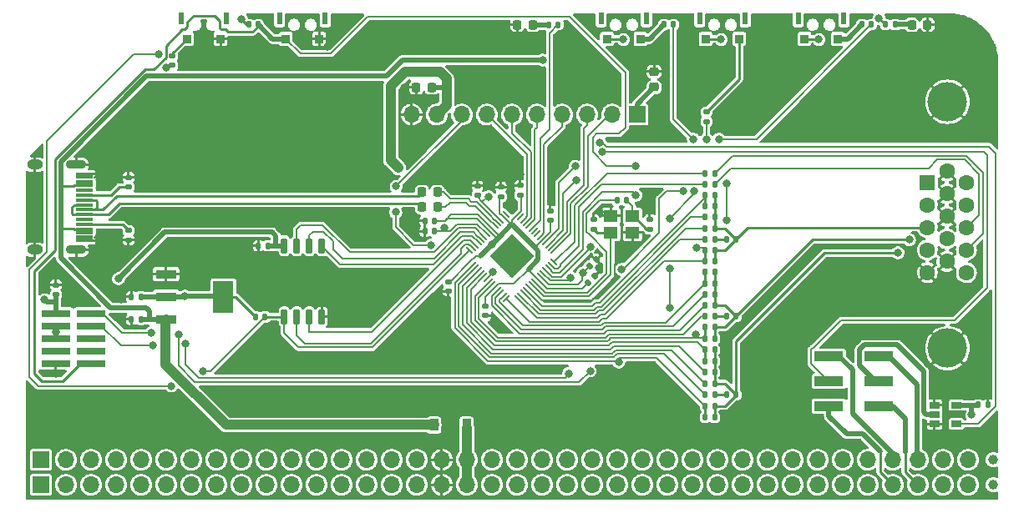
<source format=gtl>
G04 #@! TF.GenerationSoftware,KiCad,Pcbnew,6.0.7-f9a2dced07~116~ubuntu22.04.1*
G04 #@! TF.CreationDate,2022-10-07T14:15:52-07:00*
G04 #@! TF.ProjectId,rc2014compat-pico-vga,72633230-3134-4636-9f6d-7061742d7069,rev?*
G04 #@! TF.SameCoordinates,Original*
G04 #@! TF.FileFunction,Copper,L1,Top*
G04 #@! TF.FilePolarity,Positive*
%FSLAX46Y46*%
G04 Gerber Fmt 4.6, Leading zero omitted, Abs format (unit mm)*
G04 Created by KiCad (PCBNEW 6.0.7-f9a2dced07~116~ubuntu22.04.1) date 2022-10-07 14:15:52*
%MOMM*%
%LPD*%
G01*
G04 APERTURE LIST*
G04 Aperture macros list*
%AMRoundRect*
0 Rectangle with rounded corners*
0 $1 Rounding radius*
0 $2 $3 $4 $5 $6 $7 $8 $9 X,Y pos of 4 corners*
0 Add a 4 corners polygon primitive as box body*
4,1,4,$2,$3,$4,$5,$6,$7,$8,$9,$2,$3,0*
0 Add four circle primitives for the rounded corners*
1,1,$1+$1,$2,$3*
1,1,$1+$1,$4,$5*
1,1,$1+$1,$6,$7*
1,1,$1+$1,$8,$9*
0 Add four rect primitives between the rounded corners*
20,1,$1+$1,$2,$3,$4,$5,0*
20,1,$1+$1,$4,$5,$6,$7,0*
20,1,$1+$1,$6,$7,$8,$9,0*
20,1,$1+$1,$8,$9,$2,$3,0*%
G04 Aperture macros list end*
G04 #@! TA.AperFunction,SMDPad,CuDef*
%ADD10RoundRect,0.218750X-0.218750X-0.256250X0.218750X-0.256250X0.218750X0.256250X-0.218750X0.256250X0*%
G04 #@! TD*
G04 #@! TA.AperFunction,SMDPad,CuDef*
%ADD11RoundRect,0.147500X0.147500X0.172500X-0.147500X0.172500X-0.147500X-0.172500X0.147500X-0.172500X0*%
G04 #@! TD*
G04 #@! TA.AperFunction,SMDPad,CuDef*
%ADD12R,3.000000X1.000000*%
G04 #@! TD*
G04 #@! TA.AperFunction,SMDPad,CuDef*
%ADD13R,0.900000X0.900000*%
G04 #@! TD*
G04 #@! TA.AperFunction,SMDPad,CuDef*
%ADD14R,0.600000X1.200000*%
G04 #@! TD*
G04 #@! TA.AperFunction,SMDPad,CuDef*
%ADD15RoundRect,0.147500X0.172500X-0.147500X0.172500X0.147500X-0.172500X0.147500X-0.172500X-0.147500X0*%
G04 #@! TD*
G04 #@! TA.AperFunction,SMDPad,CuDef*
%ADD16RoundRect,0.147500X-0.172500X0.147500X-0.172500X-0.147500X0.172500X-0.147500X0.172500X0.147500X0*%
G04 #@! TD*
G04 #@! TA.AperFunction,SMDPad,CuDef*
%ADD17RoundRect,0.147500X0.017678X-0.226274X0.226274X-0.017678X-0.017678X0.226274X-0.226274X0.017678X0*%
G04 #@! TD*
G04 #@! TA.AperFunction,SMDPad,CuDef*
%ADD18RoundRect,0.147500X-0.147500X-0.172500X0.147500X-0.172500X0.147500X0.172500X-0.147500X0.172500X0*%
G04 #@! TD*
G04 #@! TA.AperFunction,SMDPad,CuDef*
%ADD19RoundRect,0.218750X0.218750X0.256250X-0.218750X0.256250X-0.218750X-0.256250X0.218750X-0.256250X0*%
G04 #@! TD*
G04 #@! TA.AperFunction,ComponentPad*
%ADD20R,1.700000X1.700000*%
G04 #@! TD*
G04 #@! TA.AperFunction,ComponentPad*
%ADD21O,1.700000X1.700000*%
G04 #@! TD*
G04 #@! TA.AperFunction,ComponentPad*
%ADD22C,4.000000*%
G04 #@! TD*
G04 #@! TA.AperFunction,ComponentPad*
%ADD23R,1.600000X1.600000*%
G04 #@! TD*
G04 #@! TA.AperFunction,ComponentPad*
%ADD24C,1.600000*%
G04 #@! TD*
G04 #@! TA.AperFunction,SMDPad,CuDef*
%ADD25R,1.060000X0.650000*%
G04 #@! TD*
G04 #@! TA.AperFunction,SMDPad,CuDef*
%ADD26R,0.900000X1.200000*%
G04 #@! TD*
G04 #@! TA.AperFunction,SMDPad,CuDef*
%ADD27R,2.997200X0.762000*%
G04 #@! TD*
G04 #@! TA.AperFunction,SMDPad,CuDef*
%ADD28R,1.750000X0.300000*%
G04 #@! TD*
G04 #@! TA.AperFunction,ComponentPad*
%ADD29O,1.600000X1.000000*%
G04 #@! TD*
G04 #@! TA.AperFunction,ComponentPad*
%ADD30O,2.100000X0.900000*%
G04 #@! TD*
G04 #@! TA.AperFunction,SMDPad,CuDef*
%ADD31RoundRect,0.218750X0.256250X-0.218750X0.256250X0.218750X-0.256250X0.218750X-0.256250X-0.218750X0*%
G04 #@! TD*
G04 #@! TA.AperFunction,SMDPad,CuDef*
%ADD32RoundRect,0.150000X0.150000X-0.650000X0.150000X0.650000X-0.150000X0.650000X-0.150000X-0.650000X0*%
G04 #@! TD*
G04 #@! TA.AperFunction,SMDPad,CuDef*
%ADD33RoundRect,0.050000X-0.238649X-0.309359X0.309359X0.238649X0.238649X0.309359X-0.309359X-0.238649X0*%
G04 #@! TD*
G04 #@! TA.AperFunction,SMDPad,CuDef*
%ADD34RoundRect,0.050000X0.238649X-0.309359X0.309359X-0.238649X-0.238649X0.309359X-0.309359X0.238649X0*%
G04 #@! TD*
G04 #@! TA.AperFunction,ComponentPad*
%ADD35C,0.600000*%
G04 #@! TD*
G04 #@! TA.AperFunction,SMDPad,CuDef*
%ADD36RoundRect,0.144000X0.000000X-2.059095X2.059095X0.000000X0.000000X2.059095X-2.059095X0.000000X0*%
G04 #@! TD*
G04 #@! TA.AperFunction,SMDPad,CuDef*
%ADD37R,1.400000X1.200000*%
G04 #@! TD*
G04 #@! TA.AperFunction,SMDPad,CuDef*
%ADD38R,2.150000X0.950000*%
G04 #@! TD*
G04 #@! TA.AperFunction,SMDPad,CuDef*
%ADD39R,2.150000X3.250000*%
G04 #@! TD*
G04 #@! TA.AperFunction,ComponentPad*
%ADD40C,1.000000*%
G04 #@! TD*
G04 #@! TA.AperFunction,ViaPad*
%ADD41C,0.800000*%
G04 #@! TD*
G04 #@! TA.AperFunction,Conductor*
%ADD42C,0.200000*%
G04 #@! TD*
G04 #@! TA.AperFunction,Conductor*
%ADD43C,1.000000*%
G04 #@! TD*
G04 #@! TA.AperFunction,Conductor*
%ADD44C,0.500000*%
G04 #@! TD*
G04 #@! TA.AperFunction,Conductor*
%ADD45C,0.250000*%
G04 #@! TD*
G04 APERTURE END LIST*
D10*
G04 #@! TO.P,R37,1*
G04 #@! TO.N,/USB_N*
X194335300Y-121920000D03*
G04 #@! TO.P,R37,2*
G04 #@! TO.N,Net-(R37-Pad2)*
X195910300Y-121920000D03*
G04 #@! TD*
D11*
G04 #@! TO.P,R21,1*
G04 #@! TO.N,/VGA_G*
X224005000Y-136779000D03*
G04 #@! TO.P,R21,2*
G04 #@! TO.N,/RP2040/GPIO6*
X223035000Y-136779000D03*
G04 #@! TD*
D12*
G04 #@! TO.P,SW5,1,A*
G04 #@! TO.N,/TX1*
X235585000Y-143637000D03*
G04 #@! TO.P,SW5,2,B*
G04 #@! TO.N,/UART_TX*
X235585000Y-141097000D03*
G04 #@! TO.P,SW5,3,C*
G04 #@! TO.N,/TX2*
X235585000Y-138547000D03*
G04 #@! TO.P,SW5,4,A*
G04 #@! TO.N,/RX1*
X240665000Y-143637000D03*
G04 #@! TO.P,SW5,5,B*
G04 #@! TO.N,Net-(SW5-Pad5)*
X240665000Y-141097000D03*
G04 #@! TO.P,SW5,6,C*
G04 #@! TO.N,/RX2*
X240665000Y-138557000D03*
G04 #@! TD*
D13*
G04 #@! TO.P,SW1,1,A*
G04 #@! TO.N,GND*
X183912000Y-106360000D03*
G04 #@! TO.P,SW1,2,B*
G04 #@! TO.N,/RP2040/~{RESET}*
X180512000Y-106360000D03*
D14*
G04 #@! TO.P,SW1,NC*
G04 #@! TO.N,N/C*
X184512000Y-104310000D03*
X179912000Y-104310000D03*
G04 #@! TD*
D15*
G04 #@! TO.P,C14,1*
G04 #@! TO.N,+3.3V*
X204266800Y-122201800D03*
G04 #@! TO.P,C14,2*
G04 #@! TO.N,GND*
X204266800Y-121231800D03*
G04 #@! TD*
D11*
G04 #@! TO.P,R10,1*
G04 #@! TO.N,/VGA_R*
X224005000Y-144780000D03*
G04 #@! TO.P,R10,2*
G04 #@! TO.N,/RP2040/GPIO0*
X223035000Y-144780000D03*
G04 #@! TD*
D16*
G04 #@! TO.P,C17,1*
G04 #@! TO.N,+3.3V*
X200761600Y-133474600D03*
G04 #@! TO.P,C17,2*
G04 #@! TO.N,GND*
X200761600Y-134444600D03*
G04 #@! TD*
D11*
G04 #@! TO.P,R13,1*
G04 #@! TO.N,/VGA_G*
X224005000Y-130048000D03*
G04 #@! TO.P,R13,2*
G04 #@! TO.N,/RP2040/GPIO10*
X223035000Y-130048000D03*
G04 #@! TD*
G04 #@! TO.P,R9,1*
G04 #@! TO.N,/VGA_R*
X224005000Y-143637000D03*
G04 #@! TO.P,R9,2*
G04 #@! TO.N,/RP2040/GPIO0*
X223035000Y-143637000D03*
G04 #@! TD*
D17*
G04 #@! TO.P,C8,1*
G04 #@! TO.N,+1V1*
X211289853Y-129451147D03*
G04 #@! TO.P,C8,2*
G04 #@! TO.N,GND*
X211975747Y-128765253D03*
G04 #@! TD*
D18*
G04 #@! TO.P,R33,1*
G04 #@! TO.N,/RP2040/XOUT*
X214094200Y-122732800D03*
G04 #@! TO.P,R33,2*
G04 #@! TO.N,Net-(C7-Pad1)*
X215064200Y-122732800D03*
G04 #@! TD*
D16*
G04 #@! TO.P,R16,1*
G04 #@! TO.N,/CC2*
X164592000Y-125803800D03*
G04 #@! TO.P,R16,2*
G04 #@! TO.N,GND*
X164592000Y-126773800D03*
G04 #@! TD*
D18*
G04 #@! TO.P,R1,1*
G04 #@! TO.N,Net-(R1-Pad1)*
X218844000Y-104902000D03*
G04 #@! TO.P,R1,2*
G04 #@! TO.N,/RP2040/GPIO0*
X219814000Y-104902000D03*
G04 #@! TD*
D19*
G04 #@! TO.P,D1,1,K*
G04 #@! TO.N,GND*
X245577500Y-104910000D03*
G04 #@! TO.P,D1,2,A*
G04 #@! TO.N,Net-(D1-Pad2)*
X244002500Y-104910000D03*
G04 #@! TD*
D18*
G04 #@! TO.P,R35,1*
G04 #@! TO.N,+3.3V*
X177467400Y-134569200D03*
G04 #@! TO.P,R35,2*
G04 #@! TO.N,/RP2040/QSPI_SS*
X178437400Y-134569200D03*
G04 #@! TD*
D16*
G04 #@! TO.P,C11,1*
G04 #@! TO.N,+3.3V*
X197002400Y-130985400D03*
G04 #@! TO.P,C11,2*
G04 #@! TO.N,GND*
X197002400Y-131955400D03*
G04 #@! TD*
D11*
G04 #@! TO.P,R3,1*
G04 #@! TO.N,/VGA_R*
X224005000Y-137922000D03*
G04 #@! TO.P,R3,2*
G04 #@! TO.N,/RP2040/GPIO4*
X223035000Y-137922000D03*
G04 #@! TD*
G04 #@! TO.P,R5,1*
G04 #@! TO.N,/VGA_R*
X224005000Y-141351000D03*
G04 #@! TO.P,R5,2*
G04 #@! TO.N,/RP2040/GPIO2*
X223035000Y-141351000D03*
G04 #@! TD*
D15*
G04 #@! TO.P,C16,1*
G04 #@! TO.N,+3.3V*
X157226000Y-132311000D03*
G04 #@! TO.P,C16,2*
G04 #@! TO.N,GND*
X157226000Y-131341000D03*
G04 #@! TD*
D13*
G04 #@! TO.P,SW4,1,A*
G04 #@! TO.N,Net-(R22-Pad1)*
X236490000Y-106360000D03*
G04 #@! TO.P,SW4,2,B*
G04 #@! TO.N,+3.3V*
X233090000Y-106360000D03*
D14*
G04 #@! TO.P,SW4,NC*
G04 #@! TO.N,N/C*
X232490000Y-104310000D03*
X237090000Y-104310000D03*
G04 #@! TD*
D11*
G04 #@! TO.P,R24,1*
G04 #@! TO.N,/VGA_B*
X224005000Y-122224800D03*
G04 #@! TO.P,R24,2*
G04 #@! TO.N,/RP2040/GPIO15*
X223035000Y-122224800D03*
G04 #@! TD*
D13*
G04 #@! TO.P,SW6,1,A*
G04 #@! TO.N,GND*
X173912000Y-106360000D03*
G04 #@! TO.P,SW6,2,B*
G04 #@! TO.N,/RP2040/BOOTSEL*
X170512000Y-106360000D03*
D14*
G04 #@! TO.P,SW6,NC*
G04 #@! TO.N,N/C*
X169912000Y-104310000D03*
X174512000Y-104310000D03*
G04 #@! TD*
D11*
G04 #@! TO.P,R30,1*
G04 #@! TO.N,/VGA_B*
X224005000Y-127812800D03*
G04 #@! TO.P,R30,2*
G04 #@! TO.N,/RP2040/GPIO11*
X223035000Y-127812800D03*
G04 #@! TD*
D20*
G04 #@! TO.P,J1,1,Pin_1*
G04 #@! TO.N,+5V*
X216149300Y-114032800D03*
D21*
G04 #@! TO.P,J1,2,Pin_2*
G04 #@! TO.N,/GPIO18*
X213609300Y-114032800D03*
G04 #@! TO.P,J1,3,Pin_3*
G04 #@! TO.N,/GPIO19*
X211069300Y-114032800D03*
G04 #@! TO.P,J1,4,Pin_4*
G04 #@! TO.N,/GPIO22*
X208529300Y-114032800D03*
G04 #@! TO.P,J1,5,Pin_5*
G04 #@! TO.N,/GPIO26*
X205989300Y-114032800D03*
G04 #@! TO.P,J1,6,Pin_6*
G04 #@! TO.N,/GPIO27*
X203449300Y-114032800D03*
G04 #@! TO.P,J1,7,Pin_7*
G04 #@! TO.N,/GPIO28*
X200909300Y-114032800D03*
G04 #@! TO.P,J1,8,Pin_8*
G04 #@! TO.N,/GPIO5*
X198369300Y-114032800D03*
G04 #@! TO.P,J1,9,Pin_9*
G04 #@! TO.N,+3.3V*
X195829300Y-114032800D03*
G04 #@! TO.P,J1,10,Pin_10*
G04 #@! TO.N,GND*
X193289300Y-114032800D03*
G04 #@! TD*
D11*
G04 #@! TO.P,C3,1*
G04 #@! TO.N,+5V*
X165839000Y-134823200D03*
G04 #@! TO.P,C3,2*
G04 #@! TO.N,GND*
X164869000Y-134823200D03*
G04 #@! TD*
D22*
G04 #@! TO.P,J2,0*
G04 #@! TO.N,GND*
X247605669Y-112737000D03*
X247605669Y-137737000D03*
D23*
G04 #@! TO.P,J2,1*
G04 #@! TO.N,/VGA_R*
X245555669Y-120922000D03*
D24*
G04 #@! TO.P,J2,2*
G04 #@! TO.N,/VGA_G*
X245555669Y-123212000D03*
G04 #@! TO.P,J2,3*
G04 #@! TO.N,/VGA_B*
X245555669Y-125502000D03*
G04 #@! TO.P,J2,4*
G04 #@! TO.N,unconnected-(J2-Pad4)*
X245555669Y-127792000D03*
G04 #@! TO.P,J2,5*
G04 #@! TO.N,GND*
X245555669Y-130082000D03*
G04 #@! TO.P,J2,6*
X247535669Y-119777000D03*
G04 #@! TO.P,J2,7*
X247535669Y-122067000D03*
G04 #@! TO.P,J2,8*
X247535669Y-124357000D03*
G04 #@! TO.P,J2,9*
G04 #@! TO.N,unconnected-(J2-Pad9)*
X247535669Y-126647000D03*
G04 #@! TO.P,J2,10*
G04 #@! TO.N,GND*
X247535669Y-128937000D03*
G04 #@! TO.P,J2,11*
G04 #@! TO.N,unconnected-(J2-Pad11)*
X249515669Y-120922000D03*
G04 #@! TO.P,J2,12*
G04 #@! TO.N,unconnected-(J2-Pad12)*
X249515669Y-123212000D03*
G04 #@! TO.P,J2,13*
G04 #@! TO.N,/VGA_HS*
X249515669Y-125502000D03*
G04 #@! TO.P,J2,14*
G04 #@! TO.N,/VGA_VS*
X249515669Y-127792000D03*
G04 #@! TO.P,J2,15*
G04 #@! TO.N,unconnected-(J2-Pad15)*
X249515669Y-130082000D03*
G04 #@! TD*
D25*
G04 #@! TO.P,U1,1*
G04 #@! TO.N,GND*
X246296000Y-143525200D03*
G04 #@! TO.P,U1,2*
G04 #@! TO.N,Net-(SW5-Pad5)*
X246296000Y-144475200D03*
G04 #@! TO.P,U1,3,GND*
G04 #@! TO.N,GND*
X246296000Y-145425200D03*
G04 #@! TO.P,U1,4*
G04 #@! TO.N,/UART_RX_3.3*
X248496000Y-145425200D03*
G04 #@! TO.P,U1,5,VCC*
G04 #@! TO.N,+3.3V*
X248496000Y-143525200D03*
G04 #@! TD*
D11*
G04 #@! TO.P,R23,1*
G04 #@! TO.N,/VGA_B*
X224005000Y-123342400D03*
G04 #@! TO.P,R23,2*
G04 #@! TO.N,/RP2040/GPIO15*
X223035000Y-123342400D03*
G04 #@! TD*
D10*
G04 #@! TO.P,D3,1,K*
G04 #@! TO.N,GND*
X204002500Y-104910000D03*
G04 #@! TO.P,D3,2,A*
G04 #@! TO.N,Net-(D3-Pad2)*
X205577500Y-104910000D03*
G04 #@! TD*
D11*
G04 #@! TO.P,R2,1*
G04 #@! TO.N,/VGA_R*
X224005000Y-139065000D03*
G04 #@! TO.P,R2,2*
G04 #@! TO.N,/RP2040/GPIO4*
X223035000Y-139065000D03*
G04 #@! TD*
G04 #@! TO.P,R7,1*
G04 #@! TO.N,Net-(R6-Pad2)*
X224005000Y-142494000D03*
G04 #@! TO.P,R7,2*
G04 #@! TO.N,/RP2040/GPIO1*
X223035000Y-142494000D03*
G04 #@! TD*
D15*
G04 #@! TO.P,C6,1*
G04 #@! TO.N,/RP2040/XIN*
X211734400Y-125656200D03*
G04 #@! TO.P,C6,2*
G04 #@! TO.N,GND*
X211734400Y-124686200D03*
G04 #@! TD*
D11*
G04 #@! TO.P,R32,1*
G04 #@! TO.N,/VGA_VS*
X224005000Y-119989600D03*
G04 #@! TO.P,R32,2*
G04 #@! TO.N,/RP2040/GPIO17*
X223035000Y-119989600D03*
G04 #@! TD*
G04 #@! TO.P,R29,1*
G04 #@! TO.N,/VGA_B*
X224005000Y-128930400D03*
G04 #@! TO.P,R29,2*
G04 #@! TO.N,/RP2040/GPIO11*
X223035000Y-128930400D03*
G04 #@! TD*
D26*
G04 #@! TO.P,D2,1,K*
G04 #@! TO.N,+5V*
X195555600Y-145542000D03*
G04 #@! TO.P,D2,2,A*
G04 #@! TO.N,+5VA*
X198855600Y-145542000D03*
G04 #@! TD*
D18*
G04 #@! TO.P,R22,1*
G04 #@! TO.N,Net-(R22-Pad1)*
X238910000Y-104902000D03*
G04 #@! TO.P,R22,2*
G04 #@! TO.N,/RP2040/GPIO11*
X239880000Y-104902000D03*
G04 #@! TD*
D15*
G04 #@! TO.P,C10,1*
G04 #@! TO.N,+1V1*
X199948800Y-122252600D03*
G04 #@! TO.P,C10,2*
G04 #@! TO.N,GND*
X199948800Y-121282600D03*
G04 #@! TD*
D11*
G04 #@! TO.P,R27,1*
G04 #@! TO.N,/VGA_B*
X226164000Y-126695200D03*
G04 #@! TO.P,R27,2*
G04 #@! TO.N,Net-(R27-Pad2)*
X225194000Y-126695200D03*
G04 #@! TD*
D15*
G04 #@! TO.P,C18,1*
G04 #@! TO.N,+3.3V*
X207314800Y-124792600D03*
G04 #@! TO.P,C18,2*
G04 #@! TO.N,GND*
X207314800Y-123822600D03*
G04 #@! TD*
D11*
G04 #@! TO.P,R38,1*
G04 #@! TO.N,Net-(R38-Pad1)*
X208130000Y-104910000D03*
G04 #@! TO.P,R38,2*
G04 #@! TO.N,Net-(D3-Pad2)*
X207160000Y-104910000D03*
G04 #@! TD*
D13*
G04 #@! TO.P,SW2,1,A*
G04 #@! TO.N,Net-(R1-Pad1)*
X216490000Y-106360000D03*
G04 #@! TO.P,SW2,2,B*
G04 #@! TO.N,+3.3V*
X213090000Y-106360000D03*
D14*
G04 #@! TO.P,SW2,NC*
G04 #@! TO.N,N/C*
X212490000Y-104310000D03*
X217090000Y-104310000D03*
G04 #@! TD*
D27*
G04 #@! TO.P,J6,1,VCC*
G04 #@! TO.N,+3.3V*
X157226000Y-134239000D03*
G04 #@! TO.P,J6,2,SWDIO*
G04 #@! TO.N,/RP2040/SWD*
X160782000Y-134239000D03*
G04 #@! TO.P,J6,3,GND*
G04 #@! TO.N,GND*
X157226000Y-135509000D03*
G04 #@! TO.P,J6,4,SWDCLK*
G04 #@! TO.N,/RP2040/SWCLK*
X160782000Y-135509000D03*
G04 #@! TO.P,J6,5,GND*
G04 #@! TO.N,GND*
X157226000Y-136779000D03*
G04 #@! TO.P,J6,6,SWO*
G04 #@! TO.N,unconnected-(J6-Pad6)*
X160782000Y-136779000D03*
G04 #@! TO.P,J6,7*
G04 #@! TO.N,N/C*
X157226000Y-138049000D03*
G04 #@! TO.P,J6,8*
X160782000Y-138049000D03*
G04 #@! TO.P,J6,9,GND*
G04 #@! TO.N,GND*
X157226000Y-139319000D03*
G04 #@! TO.P,J6,10,RESET*
G04 #@! TO.N,/RP2040/~{RESET}*
X160782000Y-139319000D03*
G04 #@! TD*
D13*
G04 #@! TO.P,SW3,1,A*
G04 #@! TO.N,Net-(R11-Pad1)*
X226490000Y-106360000D03*
G04 #@! TO.P,SW3,2,B*
G04 #@! TO.N,+3.3V*
X223090000Y-106360000D03*
D14*
G04 #@! TO.P,SW3,NC*
G04 #@! TO.N,N/C*
X227090000Y-104310000D03*
X222490000Y-104310000D03*
G04 #@! TD*
D11*
G04 #@! TO.P,R20,1*
G04 #@! TO.N,/VGA_G*
X224005000Y-135636000D03*
G04 #@! TO.P,R20,2*
G04 #@! TO.N,/RP2040/GPIO6*
X223035000Y-135636000D03*
G04 #@! TD*
D28*
G04 #@! TO.P,J3,A1,GND*
G04 #@! TO.N,GND*
X160122000Y-120094000D03*
G04 #@! TO.P,J3,A4,VBUS*
G04 #@! TO.N,+5V*
X160122000Y-120894000D03*
G04 #@! TO.P,J3,A5,CC1*
G04 #@! TO.N,/CC1*
X160122000Y-122194000D03*
G04 #@! TO.P,J3,A6,D+*
G04 #@! TO.N,/USB_P*
X160122000Y-123194000D03*
G04 #@! TO.P,J3,A7,D-*
G04 #@! TO.N,/USB_N*
X160122000Y-123694000D03*
G04 #@! TO.P,J3,A8,SBU1*
G04 #@! TO.N,unconnected-(J3-PadA8)*
X160122000Y-124694000D03*
G04 #@! TO.P,J3,A9,VBUS*
G04 #@! TO.N,+5V*
X160122000Y-125994000D03*
G04 #@! TO.P,J3,A12,GND*
G04 #@! TO.N,GND*
X160122000Y-126794000D03*
G04 #@! TO.P,J3,B1,GND*
X160122000Y-126494000D03*
G04 #@! TO.P,J3,B4,VBUS*
G04 #@! TO.N,+5V*
X160122000Y-125694000D03*
G04 #@! TO.P,J3,B5,CC2*
G04 #@! TO.N,/CC2*
X160122000Y-125194000D03*
G04 #@! TO.P,J3,B6,D+*
G04 #@! TO.N,/USB_P*
X160122000Y-124194000D03*
G04 #@! TO.P,J3,B7,D-*
G04 #@! TO.N,/USB_N*
X160122000Y-122694000D03*
G04 #@! TO.P,J3,B8,SBU2*
G04 #@! TO.N,unconnected-(J3-PadB8)*
X160122000Y-121694000D03*
G04 #@! TO.P,J3,B9,VBUS*
G04 #@! TO.N,+5V*
X160122000Y-121194000D03*
G04 #@! TO.P,J3,B12,GND*
G04 #@! TO.N,GND*
X160122000Y-120394000D03*
D29*
G04 #@! TO.P,J3,S1,SHIELD*
X155102000Y-127764000D03*
D30*
X159282000Y-119124000D03*
X159282000Y-127764000D03*
D29*
X155102000Y-119124000D03*
G04 #@! TD*
D11*
G04 #@! TO.P,C15,1*
G04 #@! TO.N,+3.3V*
X195607800Y-124815600D03*
G04 #@! TO.P,C15,2*
G04 #@! TO.N,GND*
X194637800Y-124815600D03*
G04 #@! TD*
D31*
G04 #@! TO.P,C1,1*
G04 #@! TO.N,+5V*
X217855800Y-111252100D03*
G04 #@! TO.P,C1,2*
G04 #@! TO.N,GND*
X217855800Y-109677100D03*
G04 #@! TD*
D11*
G04 #@! TO.P,R17,1*
G04 #@! TO.N,/VGA_G*
X226164000Y-134518400D03*
G04 #@! TO.P,R17,2*
G04 #@! TO.N,Net-(R17-Pad2)*
X225194000Y-134518400D03*
G04 #@! TD*
G04 #@! TO.P,R28,1*
G04 #@! TO.N,Net-(R27-Pad2)*
X224005000Y-126695200D03*
G04 #@! TO.P,R28,2*
G04 #@! TO.N,/RP2040/GPIO12*
X223035000Y-126695200D03*
G04 #@! TD*
G04 #@! TO.P,R15,1*
G04 #@! TO.N,/VGA_G*
X224005000Y-133400800D03*
G04 #@! TO.P,R15,2*
G04 #@! TO.N,/RP2040/GPIO8*
X223035000Y-133400800D03*
G04 #@! TD*
D18*
G04 #@! TO.P,C5,1*
G04 #@! TO.N,+3.3V*
X250721000Y-143510000D03*
G04 #@! TO.P,C5,2*
G04 #@! TO.N,GND*
X251691000Y-143510000D03*
G04 #@! TD*
D32*
G04 #@! TO.P,U3,1,~{CS}*
G04 #@! TO.N,/RP2040/QSPI_SS*
X180365400Y-134562400D03*
G04 #@! TO.P,U3,2,DO(IO1)*
G04 #@! TO.N,/RP2040/QSPI_SD1*
X181635400Y-134562400D03*
G04 #@! TO.P,U3,3,IO2*
G04 #@! TO.N,/RP2040/QSPI_SD2*
X182905400Y-134562400D03*
G04 #@! TO.P,U3,4,GND*
G04 #@! TO.N,GND*
X184175400Y-134562400D03*
G04 #@! TO.P,U3,5,DI(IO0)*
G04 #@! TO.N,/RP2040/QSPI_SD0*
X184175400Y-127362400D03*
G04 #@! TO.P,U3,6,CLK*
G04 #@! TO.N,/RP2040/QSPI_SCLK*
X182905400Y-127362400D03*
G04 #@! TO.P,U3,7,IO3*
G04 #@! TO.N,/RP2040/QSPI_SD3*
X181635400Y-127362400D03*
G04 #@! TO.P,U3,8,VCC*
G04 #@! TO.N,+3.3V*
X180365400Y-127362400D03*
G04 #@! TD*
D33*
G04 #@! TO.P,U2,1,IOVDD*
G04 #@! TO.N,+3.3V*
X199180143Y-129027302D03*
G04 #@! TO.P,U2,2,GPIO0*
G04 #@! TO.N,/RP2040/GPIO0*
X199462986Y-129310145D03*
G04 #@! TO.P,U2,3,GPIO1*
G04 #@! TO.N,/RP2040/GPIO1*
X199745828Y-129592987D03*
G04 #@! TO.P,U2,4,GPIO2*
G04 #@! TO.N,/RP2040/GPIO2*
X200028671Y-129875830D03*
G04 #@! TO.P,U2,5,GPIO3*
G04 #@! TO.N,/RP2040/GPIO3*
X200311514Y-130158673D03*
G04 #@! TO.P,U2,6,GPIO4*
G04 #@! TO.N,/RP2040/GPIO4*
X200594356Y-130441515D03*
G04 #@! TO.P,U2,7,GPIO5*
G04 #@! TO.N,/GPIO5*
X200877199Y-130724358D03*
G04 #@! TO.P,U2,8,GPIO6*
G04 #@! TO.N,/RP2040/GPIO6*
X201160042Y-131007201D03*
G04 #@! TO.P,U2,9,GPIO7*
G04 #@! TO.N,/RP2040/GPIO7*
X201442885Y-131290044D03*
G04 #@! TO.P,U2,10,IOVDD*
G04 #@! TO.N,+3.3V*
X201725727Y-131572886D03*
G04 #@! TO.P,U2,11,GPIO8*
G04 #@! TO.N,/RP2040/GPIO8*
X202008570Y-131855729D03*
G04 #@! TO.P,U2,12,GPIO9*
G04 #@! TO.N,/RP2040/GPIO9*
X202291413Y-132138572D03*
G04 #@! TO.P,U2,13,GPIO10*
G04 #@! TO.N,/RP2040/GPIO10*
X202574255Y-132421414D03*
G04 #@! TO.P,U2,14,GPIO11*
G04 #@! TO.N,/RP2040/GPIO11*
X202857098Y-132704257D03*
D34*
G04 #@! TO.P,U2,15,GPIO12*
G04 #@! TO.N,/RP2040/GPIO12*
X204041502Y-132704257D03*
G04 #@! TO.P,U2,16,GPIO13*
G04 #@! TO.N,/RP2040/GPIO13*
X204324345Y-132421414D03*
G04 #@! TO.P,U2,17,GPIO14*
G04 #@! TO.N,/RP2040/GPIO14*
X204607187Y-132138572D03*
G04 #@! TO.P,U2,18,GPIO15*
G04 #@! TO.N,/RP2040/GPIO15*
X204890030Y-131855729D03*
G04 #@! TO.P,U2,19,TESTEN*
G04 #@! TO.N,GND*
X205172873Y-131572886D03*
G04 #@! TO.P,U2,20,XIN*
G04 #@! TO.N,/RP2040/XIN*
X205455715Y-131290044D03*
G04 #@! TO.P,U2,21,XOUT*
G04 #@! TO.N,/RP2040/XOUT*
X205738558Y-131007201D03*
G04 #@! TO.P,U2,22,IOVDD*
G04 #@! TO.N,+3.3V*
X206021401Y-130724358D03*
G04 #@! TO.P,U2,23,DVDD*
G04 #@! TO.N,+1V1*
X206304244Y-130441515D03*
G04 #@! TO.P,U2,24,SWCLK*
G04 #@! TO.N,/RP2040/SWCLK*
X206587086Y-130158673D03*
G04 #@! TO.P,U2,25,SWD*
G04 #@! TO.N,/RP2040/SWD*
X206869929Y-129875830D03*
G04 #@! TO.P,U2,26,RUN*
G04 #@! TO.N,/RP2040/~{RESET}*
X207152772Y-129592987D03*
G04 #@! TO.P,U2,27,GPIO16*
G04 #@! TO.N,/RP2040/GPIO16*
X207435614Y-129310145D03*
G04 #@! TO.P,U2,28,GPIO17*
G04 #@! TO.N,/RP2040/GPIO17*
X207718457Y-129027302D03*
D33*
G04 #@! TO.P,U2,29,GPIO18*
G04 #@! TO.N,/GPIO18*
X207718457Y-127842898D03*
G04 #@! TO.P,U2,30,GPIO19*
G04 #@! TO.N,/GPIO19*
X207435614Y-127560055D03*
G04 #@! TO.P,U2,31,GPIO20*
G04 #@! TO.N,/UART_TX*
X207152772Y-127277213D03*
G04 #@! TO.P,U2,32,GPIO21*
G04 #@! TO.N,/UART_RX_3.3*
X206869929Y-126994370D03*
G04 #@! TO.P,U2,33,IOVDD*
G04 #@! TO.N,+3.3V*
X206587086Y-126711527D03*
G04 #@! TO.P,U2,34,GPIO22*
G04 #@! TO.N,/GPIO22*
X206304244Y-126428685D03*
G04 #@! TO.P,U2,35,GPIO23*
G04 #@! TO.N,/RP2040/GPIO23*
X206021401Y-126145842D03*
G04 #@! TO.P,U2,36,GPIO24*
G04 #@! TO.N,/RP2040/GPIO24*
X205738558Y-125862999D03*
G04 #@! TO.P,U2,37,GPIO25*
G04 #@! TO.N,Net-(R38-Pad1)*
X205455715Y-125580156D03*
G04 #@! TO.P,U2,38,GPIO26_ADC0*
G04 #@! TO.N,/GPIO26*
X205172873Y-125297314D03*
G04 #@! TO.P,U2,39,GPIO27_ADC1*
G04 #@! TO.N,/GPIO27*
X204890030Y-125014471D03*
G04 #@! TO.P,U2,40,GPIO28_ADC2*
G04 #@! TO.N,/GPIO28*
X204607187Y-124731628D03*
G04 #@! TO.P,U2,41,GPIO29_ADC3*
G04 #@! TO.N,/RP2040/GPIO29*
X204324345Y-124448786D03*
G04 #@! TO.P,U2,42,IOVDD*
G04 #@! TO.N,+3.3V*
X204041502Y-124165943D03*
D34*
G04 #@! TO.P,U2,43,ADC_AVDD*
G04 #@! TO.N,unconnected-(U2-Pad43)*
X202857098Y-124165943D03*
G04 #@! TO.P,U2,44,VREG_IN*
G04 #@! TO.N,+3.3V*
X202574255Y-124448786D03*
G04 #@! TO.P,U2,45,VREG_VOUT*
G04 #@! TO.N,+1V1*
X202291413Y-124731628D03*
G04 #@! TO.P,U2,46,USB_DM*
G04 #@! TO.N,Net-(R37-Pad2)*
X202008570Y-125014471D03*
G04 #@! TO.P,U2,47,USB_DP*
G04 #@! TO.N,Net-(R36-Pad2)*
X201725727Y-125297314D03*
G04 #@! TO.P,U2,48,USB_VDD*
G04 #@! TO.N,+3.3V*
X201442885Y-125580156D03*
G04 #@! TO.P,U2,49,IOVDD*
X201160042Y-125862999D03*
G04 #@! TO.P,U2,50,DVDD*
G04 #@! TO.N,+1V1*
X200877199Y-126145842D03*
G04 #@! TO.P,U2,51,QSPI_SD3*
G04 #@! TO.N,/RP2040/QSPI_SD3*
X200594356Y-126428685D03*
G04 #@! TO.P,U2,52,QSPI_SCLK*
G04 #@! TO.N,/RP2040/QSPI_SCLK*
X200311514Y-126711527D03*
G04 #@! TO.P,U2,53,QSPI_SD0*
G04 #@! TO.N,/RP2040/QSPI_SD0*
X200028671Y-126994370D03*
G04 #@! TO.P,U2,54,QSPI_SD2*
G04 #@! TO.N,/RP2040/QSPI_SD2*
X199745828Y-127277213D03*
G04 #@! TO.P,U2,55,QSPI_SD1*
G04 #@! TO.N,/RP2040/QSPI_SD1*
X199462986Y-127560055D03*
G04 #@! TO.P,U2,56,QSPI_SS*
G04 #@! TO.N,/RP2040/QSPI_SS*
X199180143Y-127842898D03*
D35*
G04 #@! TO.P,U2,57,GND*
G04 #@! TO.N,GND*
X205252422Y-128435100D03*
X203449300Y-130238222D03*
X204350861Y-129336661D03*
X203449300Y-128435100D03*
X202547739Y-127533539D03*
X204350861Y-127533539D03*
D36*
X203449300Y-128435100D03*
D35*
X202547739Y-129336661D03*
X201646178Y-128435100D03*
X203449300Y-126631978D03*
G04 #@! TD*
D11*
G04 #@! TO.P,R14,1*
G04 #@! TO.N,/VGA_G*
X224005000Y-132283200D03*
G04 #@! TO.P,R14,2*
G04 #@! TO.N,/RP2040/GPIO9*
X223035000Y-132283200D03*
G04 #@! TD*
G04 #@! TO.P,C12,1*
G04 #@! TO.N,+3.3V*
X178716800Y-127355600D03*
G04 #@! TO.P,C12,2*
G04 #@! TO.N,GND*
X177746800Y-127355600D03*
G04 #@! TD*
D15*
G04 #@! TO.P,R39,1*
G04 #@! TO.N,/RP2040/QSPI_SS*
X169011600Y-109044600D03*
G04 #@! TO.P,R39,2*
G04 #@! TO.N,/RP2040/BOOTSEL*
X169011600Y-108074600D03*
G04 #@! TD*
G04 #@! TO.P,C19,1*
G04 #@! TO.N,+3.3V*
X202336400Y-122354200D03*
G04 #@! TO.P,C19,2*
G04 #@! TO.N,GND*
X202336400Y-121384200D03*
G04 #@! TD*
D11*
G04 #@! TO.P,C9,1*
G04 #@! TO.N,+1V1*
X195607800Y-125882400D03*
G04 #@! TO.P,C9,2*
G04 #@! TO.N,GND*
X194637800Y-125882400D03*
G04 #@! TD*
D37*
G04 #@! TO.P,X1,1,1*
G04 #@! TO.N,/RP2040/XIN*
X213479200Y-126021200D03*
G04 #@! TO.P,X1,2,GND*
G04 #@! TO.N,GND*
X215679200Y-126021200D03*
G04 #@! TO.P,X1,3,3*
G04 #@! TO.N,Net-(C7-Pad1)*
X215679200Y-124321200D03*
G04 #@! TO.P,X1,4,GND*
G04 #@! TO.N,GND*
X213479200Y-124321200D03*
G04 #@! TD*
D10*
G04 #@! TO.P,R36,1*
G04 #@! TO.N,/USB_P*
X194335300Y-123444000D03*
G04 #@! TO.P,R36,2*
G04 #@! TO.N,Net-(R36-Pad2)*
X195910300Y-123444000D03*
G04 #@! TD*
D18*
G04 #@! TO.P,R34,1*
G04 #@! TO.N,+3.3V*
X176756200Y-104902000D03*
G04 #@! TO.P,R34,2*
G04 #@! TO.N,/RP2040/~{RESET}*
X177726200Y-104902000D03*
G04 #@! TD*
D38*
G04 #@! TO.P,VR1,1,GND*
G04 #@! TO.N,GND*
X168397600Y-130237200D03*
G04 #@! TO.P,VR1,2,VOUT_2*
G04 #@! TO.N,+3.3V*
X168397600Y-132537200D03*
G04 #@! TO.P,VR1,3,VIN*
G04 #@! TO.N,+5V*
X168397600Y-134837200D03*
D39*
G04 #@! TO.P,VR1,4,VOUT_4*
G04 #@! TO.N,+3.3V*
X174197600Y-132537200D03*
G04 #@! TD*
D11*
G04 #@! TO.P,C4,1*
G04 #@! TO.N,+3.3V*
X165839000Y-132537200D03*
G04 #@! TO.P,C4,2*
G04 #@! TO.N,GND*
X164869000Y-132537200D03*
G04 #@! TD*
D19*
G04 #@! TO.P,C2,1*
G04 #@! TO.N,+3.3V*
X195326100Y-111277400D03*
G04 #@! TO.P,C2,2*
G04 #@! TO.N,GND*
X193751100Y-111277400D03*
G04 #@! TD*
D11*
G04 #@! TO.P,R4,1*
G04 #@! TO.N,/VGA_R*
X224005000Y-140208000D03*
G04 #@! TO.P,R4,2*
G04 #@! TO.N,/RP2040/GPIO3*
X223035000Y-140208000D03*
G04 #@! TD*
G04 #@! TO.P,R6,1*
G04 #@! TO.N,/VGA_R*
X226164000Y-142494000D03*
G04 #@! TO.P,R6,2*
G04 #@! TO.N,Net-(R6-Pad2)*
X225194000Y-142494000D03*
G04 #@! TD*
G04 #@! TO.P,R12,1*
G04 #@! TO.N,/VGA_G*
X224005000Y-131165600D03*
G04 #@! TO.P,R12,2*
G04 #@! TO.N,/RP2040/GPIO10*
X223035000Y-131165600D03*
G04 #@! TD*
D15*
G04 #@! TO.P,R19,1*
G04 #@! TO.N,/CC1*
X164592000Y-121389000D03*
G04 #@! TO.P,R19,2*
G04 #@! TO.N,GND*
X164592000Y-120419000D03*
G04 #@! TD*
D17*
G04 #@! TO.P,C13,1*
G04 #@! TO.N,+3.3V*
X211188253Y-131076747D03*
G04 #@! TO.P,C13,2*
G04 #@! TO.N,GND*
X211874147Y-130390853D03*
G04 #@! TD*
D11*
G04 #@! TO.P,R18,1*
G04 #@! TO.N,Net-(R17-Pad2)*
X224005000Y-134518400D03*
G04 #@! TO.P,R18,2*
G04 #@! TO.N,/RP2040/GPIO7*
X223035000Y-134518400D03*
G04 #@! TD*
G04 #@! TO.P,R26,1*
G04 #@! TO.N,/VGA_B*
X224005000Y-125577600D03*
G04 #@! TO.P,R26,2*
G04 #@! TO.N,/RP2040/GPIO13*
X223035000Y-125577600D03*
G04 #@! TD*
G04 #@! TO.P,R25,1*
G04 #@! TO.N,/VGA_B*
X224005000Y-124460000D03*
G04 #@! TO.P,R25,2*
G04 #@! TO.N,/RP2040/GPIO14*
X223035000Y-124460000D03*
G04 #@! TD*
D18*
G04 #@! TO.P,R8,1*
G04 #@! TO.N,+3.3V*
X241323000Y-104902000D03*
G04 #@! TO.P,R8,2*
G04 #@! TO.N,Net-(D1-Pad2)*
X242293000Y-104902000D03*
G04 #@! TD*
D11*
G04 #@! TO.P,R31,1*
G04 #@! TO.N,/VGA_HS*
X224005000Y-121107200D03*
G04 #@! TO.P,R31,2*
G04 #@! TO.N,/RP2040/GPIO16*
X223035000Y-121107200D03*
G04 #@! TD*
D15*
G04 #@! TO.P,C7,1*
G04 #@! TO.N,Net-(C7-Pad1)*
X217424000Y-125656200D03*
G04 #@! TO.P,C7,2*
G04 #@! TO.N,GND*
X217424000Y-124686200D03*
G04 #@! TD*
D16*
G04 #@! TO.P,R11,1*
G04 #@! TO.N,Net-(R11-Pad1)*
X223164400Y-113764200D03*
G04 #@! TO.P,R11,2*
G04 #@! TO.N,/RP2040/GPIO6*
X223164400Y-114734200D03*
G04 #@! TD*
D20*
G04 #@! TO.P,J5,1,A15*
G04 #@! TO.N,unconnected-(J5-Pad1)*
X155702000Y-151612600D03*
D21*
G04 #@! TO.P,J5,2,A14*
G04 #@! TO.N,unconnected-(J5-Pad2)*
X158242000Y-151612600D03*
G04 #@! TO.P,J5,3,A13*
G04 #@! TO.N,unconnected-(J5-Pad3)*
X160782000Y-151612600D03*
G04 #@! TO.P,J5,4,A12*
G04 #@! TO.N,unconnected-(J5-Pad4)*
X163322000Y-151612600D03*
G04 #@! TO.P,J5,5,A11*
G04 #@! TO.N,unconnected-(J5-Pad5)*
X165862000Y-151612600D03*
G04 #@! TO.P,J5,6,A10*
G04 #@! TO.N,unconnected-(J5-Pad6)*
X168402000Y-151612600D03*
G04 #@! TO.P,J5,7,A9*
G04 #@! TO.N,unconnected-(J5-Pad7)*
X170942000Y-151612600D03*
G04 #@! TO.P,J5,8,A8*
G04 #@! TO.N,unconnected-(J5-Pad8)*
X173482000Y-151612600D03*
G04 #@! TO.P,J5,9,A7*
G04 #@! TO.N,unconnected-(J5-Pad9)*
X176022000Y-151612600D03*
G04 #@! TO.P,J5,10,A6*
G04 #@! TO.N,unconnected-(J5-Pad10)*
X178562000Y-151612600D03*
G04 #@! TO.P,J5,11,A5*
G04 #@! TO.N,unconnected-(J5-Pad11)*
X181102000Y-151612600D03*
G04 #@! TO.P,J5,12,A4*
G04 #@! TO.N,unconnected-(J5-Pad12)*
X183642000Y-151612600D03*
G04 #@! TO.P,J5,13,A3*
G04 #@! TO.N,unconnected-(J5-Pad13)*
X186182000Y-151612600D03*
G04 #@! TO.P,J5,14,A2*
G04 #@! TO.N,unconnected-(J5-Pad14)*
X188722000Y-151612600D03*
G04 #@! TO.P,J5,15,A1*
G04 #@! TO.N,unconnected-(J5-Pad15)*
X191262000Y-151612600D03*
G04 #@! TO.P,J5,16,A0*
G04 #@! TO.N,unconnected-(J5-Pad16)*
X193802000Y-151612600D03*
G04 #@! TO.P,J5,17,GND*
G04 #@! TO.N,GND*
X196342000Y-151612600D03*
G04 #@! TO.P,J5,18,+5V*
G04 #@! TO.N,+5VA*
X198882000Y-151612600D03*
G04 #@! TO.P,J5,19,/M1*
G04 #@! TO.N,unconnected-(J5-Pad19)*
X201422000Y-151612600D03*
G04 #@! TO.P,J5,20,/RESET*
G04 #@! TO.N,unconnected-(J5-Pad20)*
X203962000Y-151612600D03*
G04 #@! TO.P,J5,21,CLK*
G04 #@! TO.N,unconnected-(J5-Pad21)*
X206502000Y-151612600D03*
G04 #@! TO.P,J5,22,/INT*
G04 #@! TO.N,unconnected-(J5-Pad22)*
X209042000Y-151612600D03*
G04 #@! TO.P,J5,23,/MREQ*
G04 #@! TO.N,unconnected-(J5-Pad23)*
X211582000Y-151612600D03*
G04 #@! TO.P,J5,24,/WR*
G04 #@! TO.N,unconnected-(J5-Pad24)*
X214122000Y-151612600D03*
G04 #@! TO.P,J5,25,/RD*
G04 #@! TO.N,unconnected-(J5-Pad25)*
X216662000Y-151612600D03*
G04 #@! TO.P,J5,26,/IORQ*
G04 #@! TO.N,unconnected-(J5-Pad26)*
X219202000Y-151612600D03*
G04 #@! TO.P,J5,27,D0*
G04 #@! TO.N,unconnected-(J5-Pad27)*
X221742000Y-151612600D03*
G04 #@! TO.P,J5,28,D1*
G04 #@! TO.N,unconnected-(J5-Pad28)*
X224282000Y-151612600D03*
G04 #@! TO.P,J5,29,D2*
G04 #@! TO.N,unconnected-(J5-Pad29)*
X226822000Y-151612600D03*
G04 #@! TO.P,J5,30,D3*
G04 #@! TO.N,unconnected-(J5-Pad30)*
X229362000Y-151612600D03*
G04 #@! TO.P,J5,31,D4*
G04 #@! TO.N,unconnected-(J5-Pad31)*
X231902000Y-151612600D03*
G04 #@! TO.P,J5,32,D5*
G04 #@! TO.N,unconnected-(J5-Pad32)*
X234442000Y-151612600D03*
G04 #@! TO.P,J5,33,D6*
G04 #@! TO.N,unconnected-(J5-Pad33)*
X236982000Y-151612600D03*
G04 #@! TO.P,J5,34,D7*
G04 #@! TO.N,unconnected-(J5-Pad34)*
X239522000Y-151612600D03*
G04 #@! TO.P,J5,35,TX*
G04 #@! TO.N,/TX1*
X242062000Y-151612600D03*
G04 #@! TO.P,J5,36,RX*
G04 #@! TO.N,/RX1*
X244602000Y-151612600D03*
G04 #@! TO.P,J5,37,SPARE1*
G04 #@! TO.N,unconnected-(J5-Pad37)*
X247142000Y-151612600D03*
G04 #@! TO.P,J5,38,SPARE2*
G04 #@! TO.N,unconnected-(J5-Pad38)*
X249682000Y-151612600D03*
D40*
G04 #@! TO.P,J5,39,SPARE3*
G04 #@! TO.N,unconnected-(J5-Pad39)*
X252222000Y-151612600D03*
G04 #@! TD*
D20*
G04 #@! TO.P,J4,1,SPARE9*
G04 #@! TO.N,unconnected-(J4-Pad1)*
X155702000Y-149072600D03*
D21*
G04 #@! TO.P,J4,2,SPARE10*
G04 #@! TO.N,unconnected-(J4-Pad2)*
X158242000Y-149072600D03*
G04 #@! TO.P,J4,3,SPARE11*
G04 #@! TO.N,unconnected-(J4-Pad3)*
X160782000Y-149072600D03*
G04 #@! TO.P,J4,4,SPARE12*
G04 #@! TO.N,unconnected-(J4-Pad4)*
X163322000Y-149072600D03*
G04 #@! TO.P,J4,5,SPARE13*
G04 #@! TO.N,unconnected-(J4-Pad5)*
X165862000Y-149072600D03*
G04 #@! TO.P,J4,6,SPARE14*
G04 #@! TO.N,unconnected-(J4-Pad6)*
X168402000Y-149072600D03*
G04 #@! TO.P,J4,7,SPARE15*
G04 #@! TO.N,unconnected-(J4-Pad7)*
X170942000Y-149072600D03*
G04 #@! TO.P,J4,8,SPARE16*
G04 #@! TO.N,unconnected-(J4-Pad8)*
X173482000Y-149072600D03*
G04 #@! TO.P,J4,9,SPARE17*
G04 #@! TO.N,unconnected-(J4-Pad9)*
X176022000Y-149072600D03*
G04 #@! TO.P,J4,10,SPARE18*
G04 #@! TO.N,unconnected-(J4-Pad10)*
X178562000Y-149072600D03*
G04 #@! TO.P,J4,11,SPARE19*
G04 #@! TO.N,unconnected-(J4-Pad11)*
X181102000Y-149072600D03*
G04 #@! TO.P,J4,12,SPARE20*
G04 #@! TO.N,unconnected-(J4-Pad12)*
X183642000Y-149072600D03*
G04 #@! TO.P,J4,13,SPARE21*
G04 #@! TO.N,unconnected-(J4-Pad13)*
X186182000Y-149072600D03*
G04 #@! TO.P,J4,14,SPARE22*
G04 #@! TO.N,unconnected-(J4-Pad14)*
X188722000Y-149072600D03*
G04 #@! TO.P,J4,15,SPARE23*
G04 #@! TO.N,unconnected-(J4-Pad15)*
X191262000Y-149072600D03*
G04 #@! TO.P,J4,16,SPARE24*
G04 #@! TO.N,unconnected-(J4-Pad16)*
X193802000Y-149072600D03*
G04 #@! TO.P,J4,17,GND*
G04 #@! TO.N,GND*
X196342000Y-149072600D03*
G04 #@! TO.P,J4,18,+5V*
G04 #@! TO.N,+5VA*
X198882000Y-149072600D03*
G04 #@! TO.P,J4,19,/RFSH*
G04 #@! TO.N,unconnected-(J4-Pad19)*
X201422000Y-149072600D03*
G04 #@! TO.P,J4,20,/RST2*
G04 #@! TO.N,unconnected-(J4-Pad20)*
X203962000Y-149072600D03*
G04 #@! TO.P,J4,21,CLK2*
G04 #@! TO.N,unconnected-(J4-Pad21)*
X206502000Y-149072600D03*
G04 #@! TO.P,J4,22,/BUSACK*
G04 #@! TO.N,unconnected-(J4-Pad22)*
X209042000Y-149072600D03*
G04 #@! TO.P,J4,23,/HALT*
G04 #@! TO.N,unconnected-(J4-Pad23)*
X211582000Y-149072600D03*
G04 #@! TO.P,J4,24,/BUSRQ*
G04 #@! TO.N,unconnected-(J4-Pad24)*
X214122000Y-149072600D03*
G04 #@! TO.P,J4,25,/WAIT*
G04 #@! TO.N,unconnected-(J4-Pad25)*
X216662000Y-149072600D03*
G04 #@! TO.P,J4,26,/NMI*
G04 #@! TO.N,unconnected-(J4-Pad26)*
X219202000Y-149072600D03*
G04 #@! TO.P,J4,27,D8*
G04 #@! TO.N,unconnected-(J4-Pad27)*
X221742000Y-149072600D03*
G04 #@! TO.P,J4,28,D9*
G04 #@! TO.N,unconnected-(J4-Pad28)*
X224282000Y-149072600D03*
G04 #@! TO.P,J4,29,D10*
G04 #@! TO.N,unconnected-(J4-Pad29)*
X226822000Y-149072600D03*
G04 #@! TO.P,J4,30,D11*
G04 #@! TO.N,unconnected-(J4-Pad30)*
X229362000Y-149072600D03*
G04 #@! TO.P,J4,31,D12*
G04 #@! TO.N,unconnected-(J4-Pad31)*
X231902000Y-149072600D03*
G04 #@! TO.P,J4,32,D13*
G04 #@! TO.N,unconnected-(J4-Pad32)*
X234442000Y-149072600D03*
G04 #@! TO.P,J4,33,D14*
G04 #@! TO.N,unconnected-(J4-Pad33)*
X236982000Y-149072600D03*
G04 #@! TO.P,J4,34,D15*
G04 #@! TO.N,unconnected-(J4-Pad34)*
X239522000Y-149072600D03*
G04 #@! TO.P,J4,35,TX2*
G04 #@! TO.N,/TX2*
X242062000Y-149072600D03*
G04 #@! TO.P,J4,36,RX2*
G04 #@! TO.N,/RX2*
X244602000Y-149072600D03*
G04 #@! TO.P,J4,37,SPARE5*
G04 #@! TO.N,unconnected-(J4-Pad37)*
X247142000Y-149072600D03*
G04 #@! TO.P,J4,38,SPARE6*
G04 #@! TO.N,unconnected-(J4-Pad38)*
X249682000Y-149072600D03*
D40*
G04 #@! TO.P,J4,39,SPARE7*
G04 #@! TO.N,unconnected-(J4-Pad39)*
X252222000Y-149072600D03*
G04 #@! TD*
D41*
G04 #@! TO.N,GND*
X201676000Y-134874000D03*
X168402000Y-131318000D03*
X168402000Y-128778000D03*
X246380000Y-146812000D03*
X161798000Y-126746000D03*
X176606200Y-127076200D03*
X204266800Y-120142000D03*
X184150000Y-132842000D03*
X251249500Y-142551039D03*
X163830000Y-132805300D03*
X166116000Y-130302000D03*
X196596000Y-132842000D03*
X173990000Y-107696000D03*
X193294000Y-125984000D03*
X193294000Y-124968000D03*
X202336400Y-120142000D03*
X199948800Y-120142000D03*
X163830000Y-134620000D03*
X207518000Y-120015000D03*
X217855800Y-108483400D03*
X192547464Y-111318264D03*
X212344000Y-123952000D03*
X161290000Y-128016000D03*
X161798000Y-120142000D03*
X215646000Y-127508000D03*
X217424000Y-123698000D03*
X170434000Y-130302000D03*
X212267800Y-129590800D03*
X161290000Y-119126000D03*
X202819000Y-105308400D03*
X184780364Y-107149510D03*
X157226000Y-140335000D03*
X157226000Y-130302000D03*
X157226000Y-136144000D03*
G04 #@! TO.N,+5V*
X206552800Y-108508800D03*
G04 #@! TO.N,+3.3V*
X163576000Y-130683000D03*
X170307000Y-132461000D03*
X224663000Y-106426000D03*
X191922400Y-119430800D03*
X156083000Y-132842000D03*
X240665000Y-104267000D03*
X250063000Y-144526000D03*
X191160400Y-111150400D03*
X201396600Y-127228600D03*
X234569000Y-106426000D03*
X176022000Y-104394000D03*
X214757000Y-106426000D03*
G04 #@! TO.N,+1V1*
X201066400Y-122377200D03*
X196636864Y-125536736D03*
X210629500Y-130111500D03*
G04 #@! TO.N,/GPIO5*
X195216908Y-127314597D03*
X191719200Y-121310400D03*
X191668400Y-123952000D03*
X201514549Y-129982112D03*
G04 #@! TO.N,/VGA_R*
X242570000Y-128066800D03*
G04 #@! TO.N,/VGA_G*
X243738400Y-126746000D03*
G04 #@! TO.N,/RP2040/~{RESET}*
X216001600Y-119227600D03*
X216001600Y-122224800D03*
G04 #@! TO.N,/RP2040/SWCLK*
X209346800Y-130581400D03*
X170346100Y-137283093D03*
X209219800Y-140309600D03*
X167055800Y-137490200D03*
G04 #@! TO.N,/RP2040/SWD*
X211378800Y-127431800D03*
X166852600Y-136194800D03*
X211378800Y-140055600D03*
X169646600Y-136321800D03*
G04 #@! TO.N,/RP2040/GPIO0*
X220776800Y-121818400D03*
X214274400Y-139141200D03*
X214578201Y-129743200D03*
X221843600Y-116535200D03*
G04 #@! TO.N,/RP2040/GPIO6*
X219456000Y-133654800D03*
X219463731Y-124569331D03*
X221945200Y-121818400D03*
X223164400Y-116535200D03*
X222097600Y-136398000D03*
X219456000Y-129641600D03*
G04 #@! TO.N,/RP2040/GPIO11*
X225247200Y-121056400D03*
X224434400Y-116535200D03*
X225247200Y-124764800D03*
X222148400Y-127558800D03*
G04 #@! TO.N,/RP2040/QSPI_SS*
X168935400Y-141579600D03*
X172131682Y-140074199D03*
X167640000Y-107950000D03*
X168376600Y-109270800D03*
G04 #@! TO.N,/UART_TX*
X212589798Y-117823755D03*
X210007200Y-120700800D03*
G04 #@! TO.N,/UART_RX_3.3*
X212332300Y-116852995D03*
X209880298Y-119285988D03*
G04 #@! TD*
D42*
G04 #@! TO.N,GND*
X211578055Y-132883705D02*
X212914402Y-131547358D01*
X206483692Y-132883705D02*
X211578055Y-132883705D01*
X213878701Y-130557659D02*
X213878701Y-129275299D01*
X213878701Y-129275299D02*
X215646000Y-127508000D01*
X205172873Y-131572886D02*
X206483692Y-132883705D01*
X212914402Y-131547358D02*
X212914402Y-131521958D01*
X212914402Y-131521958D02*
X213878701Y-130557659D01*
D43*
G04 #@! TO.N,+5V*
X168343900Y-134890900D02*
X168343900Y-139400965D01*
D44*
X166412908Y-110120300D02*
X157706999Y-118826209D01*
X165839000Y-134823200D02*
X166725600Y-134823200D01*
D43*
X174484935Y-145542000D02*
X195555600Y-145542000D01*
D44*
X166370000Y-133654800D02*
X166725600Y-134010400D01*
X192332202Y-108508800D02*
X190720702Y-110120300D01*
D45*
X159027799Y-125601399D02*
X157706999Y-125601399D01*
X160122000Y-125694000D02*
X159120400Y-125694000D01*
D44*
X162763200Y-133654800D02*
X166370000Y-133654800D01*
X217855800Y-111252100D02*
X216149300Y-112958600D01*
X206552800Y-108508800D02*
X192332202Y-108508800D01*
D43*
X168397600Y-134837200D02*
X168343900Y-134890900D01*
D45*
X158980201Y-121283399D02*
X157706999Y-121283399D01*
D44*
X166725600Y-134823200D02*
X168383600Y-134823200D01*
D45*
X159120400Y-125694000D02*
X159027799Y-125601399D01*
X160122000Y-121194000D02*
X159069600Y-121194000D01*
D44*
X157706999Y-118826209D02*
X157706999Y-128598599D01*
X190720702Y-110120300D02*
X166412908Y-110120300D01*
X166725600Y-134010400D02*
X166725600Y-134823200D01*
D45*
X159069600Y-121194000D02*
X158980201Y-121283399D01*
D44*
X157706999Y-128598599D02*
X162763200Y-133654800D01*
D43*
X168343900Y-139400965D02*
X174484935Y-145542000D01*
D44*
X216149300Y-112958600D02*
X216149300Y-114032800D01*
G04 #@! TO.N,+3.3V*
X196748400Y-111277400D02*
X196824600Y-111201200D01*
D42*
X204041502Y-124165943D02*
X204368400Y-123839045D01*
D44*
X250047800Y-143525200D02*
X250047800Y-144510800D01*
X170307000Y-132461000D02*
X174121400Y-132461000D01*
X195326100Y-111277400D02*
X196748400Y-111277400D01*
D42*
X201442885Y-125580156D02*
X200017929Y-124155200D01*
D44*
X202260200Y-126365000D02*
X203403200Y-125222000D01*
D42*
X196850000Y-124612400D02*
X196646800Y-124815600D01*
D44*
X200202800Y-128422400D02*
X201930000Y-126695200D01*
X168275000Y-125984000D02*
X163576000Y-130683000D01*
D42*
X206587086Y-126711527D02*
X205816200Y-127482415D01*
D45*
X241300000Y-104902000D02*
X240665000Y-104267000D01*
D44*
X157226000Y-133096000D02*
X157226000Y-134239000D01*
X250047800Y-144510800D02*
X250063000Y-144526000D01*
D45*
X177467400Y-134569200D02*
X175435400Y-132537200D01*
D44*
X156083000Y-132842000D02*
X156337000Y-133096000D01*
D42*
X200761600Y-132537015D02*
X200761600Y-133474600D01*
D44*
X203403200Y-125222000D02*
X203454000Y-125222000D01*
D43*
X191160400Y-111150400D02*
X191160400Y-118668800D01*
D45*
X214691000Y-106360000D02*
X214757000Y-106426000D01*
D44*
X179527200Y-126390400D02*
X179527200Y-127203200D01*
D45*
X176530000Y-104902000D02*
X176022000Y-104394000D01*
D42*
X201930000Y-126632959D02*
X201930000Y-126695200D01*
D44*
X206102395Y-127870395D02*
X205816200Y-127584200D01*
D43*
X192582800Y-109728000D02*
X196164200Y-109728000D01*
D42*
X199180143Y-129027302D02*
X199785047Y-128422400D01*
D44*
X250047800Y-143525200D02*
X250705800Y-143525200D01*
D42*
X210579798Y-131685202D02*
X211188253Y-131076747D01*
X206021401Y-130724358D02*
X206982245Y-131685202D01*
X199785047Y-128422400D02*
X200202800Y-128422400D01*
D45*
X175435400Y-132537200D02*
X174197600Y-132537200D01*
D44*
X201930000Y-126695200D02*
X202260200Y-126365000D01*
D43*
X191160400Y-111150400D02*
X192582800Y-109728000D01*
D42*
X205206600Y-129909555D02*
X205206600Y-129819400D01*
X201725727Y-131572886D02*
X202102245Y-131196370D01*
X199909443Y-124612400D02*
X196850000Y-124612400D01*
X196646800Y-124815600D02*
X195607800Y-124815600D01*
X202574255Y-124448786D02*
X202197739Y-124072268D01*
X203347471Y-125222000D02*
X203403200Y-125222000D01*
D45*
X213090000Y-106360000D02*
X214691000Y-106360000D01*
D44*
X156337000Y-133096000D02*
X157226000Y-133096000D01*
X178716800Y-127355600D02*
X179374800Y-127355600D01*
D42*
X201160042Y-125862999D02*
X201930000Y-126632959D01*
D43*
X196164200Y-109728000D02*
X196824600Y-110388400D01*
X196824600Y-110388400D02*
X196824600Y-111201200D01*
D44*
X157226000Y-132311000D02*
X157226000Y-133096000D01*
D42*
X201442885Y-125580156D02*
X202227729Y-126365000D01*
D43*
X196824600Y-111201200D02*
X196824600Y-113037500D01*
D45*
X176756200Y-104902000D02*
X176530000Y-104902000D01*
D44*
X248496000Y-143525200D02*
X250047800Y-143525200D01*
D42*
X202227729Y-126365000D02*
X202260200Y-126365000D01*
D43*
X196824600Y-113037500D02*
X195829300Y-114032800D01*
D44*
X205117344Y-129730856D02*
X206102395Y-128745805D01*
D42*
X203651830Y-131196370D02*
X205117344Y-129730856D01*
X206587086Y-126711527D02*
X207314800Y-125983813D01*
X204368400Y-123839045D02*
X204368400Y-122303400D01*
D45*
X223090000Y-106360000D02*
X224597000Y-106360000D01*
D44*
X206102395Y-128745805D02*
X206102395Y-127870395D01*
X203454000Y-125222000D02*
X205816200Y-127584200D01*
X179527200Y-127203200D02*
X179374800Y-127355600D01*
D42*
X202197739Y-124072268D02*
X202197739Y-122492861D01*
X207314800Y-125983813D02*
X207314800Y-124792600D01*
X202574255Y-124448786D02*
X203347471Y-125222000D01*
D45*
X234503000Y-106360000D02*
X234569000Y-106426000D01*
D42*
X203454000Y-124753447D02*
X203454000Y-125222000D01*
D45*
X233090000Y-106360000D02*
X234503000Y-106360000D01*
D42*
X205816200Y-127482415D02*
X205816200Y-127584200D01*
X206982245Y-131685202D02*
X210579798Y-131685202D01*
X200017929Y-124155200D02*
X197307200Y-124155200D01*
D43*
X191160400Y-118668800D02*
X191922400Y-119430800D01*
D42*
X204041502Y-124165943D02*
X203454000Y-124753447D01*
D45*
X224597000Y-106360000D02*
X224663000Y-106426000D01*
D42*
X201160042Y-125862999D02*
X199909443Y-124612400D01*
X201725727Y-131572886D02*
X200761600Y-132537015D01*
X206021401Y-130724358D02*
X205206600Y-129909555D01*
D44*
X179120800Y-125984000D02*
X179527200Y-126390400D01*
D42*
X199180143Y-129027302D02*
X197222045Y-130985400D01*
D44*
X165839000Y-132537200D02*
X168397600Y-132537200D01*
D42*
X202102245Y-131196370D02*
X203651830Y-131196370D01*
X197307200Y-124155200D02*
X196646800Y-124815600D01*
D44*
X168397600Y-132537200D02*
X170230800Y-132537200D01*
X170230800Y-132537200D02*
X170307000Y-132461000D01*
X168275000Y-125984000D02*
X179120800Y-125984000D01*
X179374800Y-127355600D02*
X180358600Y-127355600D01*
D45*
G04 #@! TO.N,/RP2040/XIN*
X212099400Y-126021200D02*
X211734400Y-125656200D01*
X213479200Y-126021200D02*
X212099400Y-126021200D01*
D42*
X205455715Y-131290044D02*
X206649875Y-132484204D01*
X213479200Y-130278220D02*
X213479200Y-126021200D01*
X211273216Y-132484204D02*
X213479200Y-130278220D01*
X206649875Y-132484204D02*
X211273216Y-132484204D01*
G04 #@! TO.N,+1V1*
X210528900Y-130871143D02*
X210528900Y-130212100D01*
X202291413Y-124731628D02*
X200450892Y-122891108D01*
X196291200Y-125882400D02*
X196636864Y-125536736D01*
X200964800Y-122377200D02*
X201066400Y-122377200D01*
X206304244Y-130441515D02*
X207147893Y-131285164D01*
X197902205Y-125154895D02*
X197174700Y-125882400D01*
X199886252Y-125154895D02*
X197902205Y-125154895D01*
X210528900Y-130212100D02*
X210629500Y-130111500D01*
X200877199Y-126145842D02*
X199886252Y-125154895D01*
X211289853Y-129451147D02*
X210629500Y-130111500D01*
X210114879Y-131285164D02*
X210528900Y-130871143D01*
X195607800Y-125882400D02*
X196291200Y-125882400D01*
X207147893Y-131285164D02*
X210114879Y-131285164D01*
X200450892Y-122891108D02*
X200964800Y-122377200D01*
X200450892Y-122891108D02*
X199948800Y-122389015D01*
X197174700Y-125882400D02*
X195607800Y-125882400D01*
D44*
G04 #@! TO.N,Net-(D1-Pad2)*
X242293000Y-104902000D02*
X243994500Y-104902000D01*
D43*
G04 #@! TO.N,+5VA*
X198882000Y-145871200D02*
X198882000Y-149072600D01*
X198882000Y-149072600D02*
X198882000Y-151612600D01*
D44*
G04 #@! TO.N,Net-(D3-Pad2)*
X205577500Y-104910000D02*
X207152000Y-104910000D01*
D42*
G04 #@! TO.N,/GPIO18*
X207718457Y-127842898D02*
X209418297Y-126143058D01*
X209418297Y-123073883D02*
X211131699Y-121360481D01*
X211131699Y-121360481D02*
X211131699Y-116248901D01*
X213347800Y-114032800D02*
X211131699Y-116248901D01*
X209418297Y-126143058D02*
X209418297Y-123073883D01*
G04 #@! TO.N,/GPIO19*
X209018796Y-125976873D02*
X207435614Y-127560055D01*
X210732198Y-121195002D02*
X209018796Y-122908404D01*
X211069300Y-114032800D02*
X211069300Y-115117500D01*
X209018796Y-122908404D02*
X209018796Y-125976873D01*
X211069300Y-115117500D02*
X210718400Y-115468400D01*
X210718400Y-121181204D02*
X210718400Y-115468400D01*
X210732198Y-121195002D02*
X210718400Y-121181204D01*
G04 #@! TO.N,/GPIO22*
X206694800Y-126038129D02*
X206694800Y-117069381D01*
X206694800Y-117069381D02*
X208529300Y-115234881D01*
X206304244Y-126428685D02*
X206694800Y-126038129D01*
X208529300Y-115234881D02*
X208529300Y-114032800D01*
G04 #@! TO.N,/GPIO26*
X205783205Y-124686982D02*
X205783205Y-115562405D01*
X205989300Y-115356310D02*
X205783205Y-115562405D01*
X205172873Y-125297314D02*
X205783205Y-124686982D01*
X205989300Y-114032800D02*
X205989300Y-115356310D01*
G04 #@! TO.N,/GPIO27*
X203449300Y-115920900D02*
X205383205Y-117854805D01*
X205266546Y-124637249D02*
X205383205Y-124520590D01*
X204890030Y-125014471D02*
X205266546Y-124637953D01*
X203449300Y-114032800D02*
X203449300Y-115920900D01*
X205383205Y-124520590D02*
X205383205Y-117854805D01*
X205266546Y-124637953D02*
X205266546Y-124637249D01*
G04 #@! TO.N,/GPIO28*
X204983704Y-124355111D02*
X204983704Y-118107204D01*
X200909300Y-114032800D02*
X204983704Y-118107204D01*
X204607187Y-124731628D02*
X204983704Y-124355111D01*
G04 #@! TO.N,/GPIO5*
X200877199Y-130724358D02*
X201514549Y-130087008D01*
X193506997Y-127314597D02*
X195216908Y-127314597D01*
X201514549Y-130087008D02*
X201514549Y-129982112D01*
X191668400Y-125476000D02*
X193506997Y-127314597D01*
X191719200Y-121310400D02*
X198369300Y-114660300D01*
X191668400Y-123952000D02*
X191668400Y-125476000D01*
D45*
G04 #@! TO.N,/VGA_R*
X224005000Y-137922000D02*
X224005000Y-139065000D01*
X224005000Y-140208000D02*
X224005000Y-141351000D01*
X225039216Y-143637000D02*
X226164000Y-142512216D01*
X224005000Y-139065000D02*
X224005000Y-140208000D01*
X226164000Y-137056000D02*
X235153200Y-128066800D01*
X224005000Y-143637000D02*
X225039216Y-143637000D01*
X224005000Y-144780000D02*
X224005000Y-143637000D01*
X226164000Y-142475784D02*
X225039216Y-141351000D01*
X235153200Y-128066800D02*
X242570000Y-128066800D01*
X226164000Y-142494000D02*
X226164000Y-137056000D01*
X225039216Y-141351000D02*
X224005000Y-141351000D01*
G04 #@! TO.N,/VGA_G*
X224005000Y-133400800D02*
X224005000Y-132283200D01*
X226164000Y-134518400D02*
X233936400Y-126746000D01*
X233936400Y-126746000D02*
X243738400Y-126746000D01*
X224005000Y-136779000D02*
X224005000Y-135636000D01*
X225064616Y-135636000D02*
X224005000Y-135636000D01*
X226164000Y-134536616D02*
X225064616Y-135636000D01*
X224005000Y-131165600D02*
X224005000Y-130048000D01*
X224005000Y-132283200D02*
X224005000Y-131165600D01*
X226164000Y-134500184D02*
X225064616Y-133400800D01*
X225064616Y-133400800D02*
X224005000Y-133400800D01*
G04 #@! TO.N,/VGA_B*
X225064616Y-125577600D02*
X224005000Y-125577600D01*
X226164000Y-126713416D02*
X225064616Y-127812800D01*
X224005000Y-128930400D02*
X224005000Y-127812800D01*
X226164000Y-126695200D02*
X227357200Y-125502000D01*
X225064616Y-127812800D02*
X224005000Y-127812800D01*
X224005000Y-125577600D02*
X224005000Y-124460000D01*
X226164000Y-126676984D02*
X225064616Y-125577600D01*
X224005000Y-123342400D02*
X224005000Y-122224800D01*
X224005000Y-124460000D02*
X224005000Y-123342400D01*
X227357200Y-125502000D02*
X245555669Y-125502000D01*
D42*
G04 #@! TO.N,/VGA_HS*
X224005000Y-121107200D02*
X225630600Y-119481600D01*
X225630600Y-119481600D02*
X245719600Y-119481600D01*
X250799600Y-124218069D02*
X249515669Y-125502000D01*
X250799600Y-120091200D02*
X250799600Y-124218069D01*
X249326400Y-118618000D02*
X250799600Y-120091200D01*
X246583200Y-118618000D02*
X249326400Y-118618000D01*
X245719600Y-119481600D02*
X246583200Y-118618000D01*
G04 #@! TO.N,/VGA_VS*
X251199101Y-126108568D02*
X249515669Y-127792000D01*
X225776101Y-118218499D02*
X249491879Y-118218499D01*
X251199101Y-119925721D02*
X251199101Y-126108568D01*
X224005000Y-119989600D02*
X225776101Y-118218499D01*
X249491879Y-118218499D02*
X251199101Y-119925721D01*
D45*
G04 #@! TO.N,/USB_N*
X160122000Y-122694000D02*
X161251200Y-122694000D01*
X161192400Y-123694000D02*
X161032000Y-123694000D01*
X193948301Y-122306999D02*
X163369869Y-122306999D01*
X161982868Y-123694000D02*
X161032000Y-123694000D01*
X161251200Y-122694000D02*
X161391600Y-122834400D01*
X194335300Y-121920000D02*
X193948301Y-122306999D01*
X161391600Y-122834400D02*
X161391600Y-123494800D01*
X161391600Y-123494800D02*
X161192400Y-123694000D01*
X163369869Y-122306999D02*
X161982868Y-123694000D01*
X161032000Y-123694000D02*
X160122000Y-123694000D01*
G04 #@! TO.N,/USB_P*
X193948301Y-123057001D02*
X194335300Y-123444000D01*
X163680531Y-123057001D02*
X193948301Y-123057001D01*
X162543532Y-124194000D02*
X163680531Y-123057001D01*
X158800800Y-123444000D02*
X159050800Y-123194000D01*
X160122000Y-124194000D02*
X158947000Y-124194000D01*
X158947000Y-124194000D02*
X158800800Y-124047800D01*
X158800800Y-124047800D02*
X158800800Y-123444000D01*
X159050800Y-123194000D02*
X160122000Y-123194000D01*
X160122000Y-124194000D02*
X162543532Y-124194000D01*
G04 #@! TO.N,/CC2*
X163982200Y-125194000D02*
X160122000Y-125194000D01*
X164592000Y-125803800D02*
X163982200Y-125194000D01*
G04 #@! TO.N,/CC1*
X162846472Y-122194000D02*
X163651472Y-121389000D01*
X163651472Y-121389000D02*
X164592000Y-121389000D01*
X160122000Y-122194000D02*
X162846472Y-122194000D01*
D44*
G04 #@! TO.N,/TX2*
X242062000Y-149072600D02*
X242062000Y-148437600D01*
X242062000Y-148437600D02*
X237998000Y-144373600D01*
X237998000Y-139954000D02*
X236591000Y-138547000D01*
X237998000Y-144373600D02*
X237998000Y-139954000D01*
G04 #@! TO.N,/RX2*
X244512099Y-141404099D02*
X241665000Y-138557000D01*
X244512099Y-148982699D02*
X244512099Y-141404099D01*
D45*
G04 #@! TO.N,/TX1*
X242062000Y-151612600D02*
X240792000Y-150342600D01*
D44*
X239014000Y-146456400D02*
X237388400Y-146456400D01*
D45*
X240792000Y-150342600D02*
X240792000Y-148234400D01*
D44*
X237388400Y-146456400D02*
X235585000Y-144653000D01*
X235585000Y-144653000D02*
X235585000Y-143637000D01*
X240792000Y-148234400D02*
X239014000Y-146456400D01*
G04 #@! TO.N,/RX1*
X243332000Y-148336000D02*
X243332000Y-144881600D01*
D45*
X244602000Y-151612600D02*
X243332000Y-150342600D01*
D44*
X242087400Y-143637000D02*
X240665000Y-143637000D01*
D45*
X243332000Y-150342600D02*
X243332000Y-148336000D01*
D44*
X243332000Y-144881600D02*
X242087400Y-143637000D01*
D45*
G04 #@! TO.N,/RP2040/~{RESET}*
X173990000Y-105410000D02*
X174433000Y-105410000D01*
D42*
X211632800Y-116382800D02*
X212039200Y-115976400D01*
D45*
X170018335Y-105410000D02*
X170307000Y-105410000D01*
D42*
X207645947Y-130086162D02*
X208267559Y-130086162D01*
X185070107Y-107849010D02*
X182001010Y-107849010D01*
D45*
X155067000Y-129886336D02*
X157132498Y-127820838D01*
D42*
X214934800Y-115341400D02*
X214934800Y-109731954D01*
X215696800Y-121920000D02*
X216001600Y-122224800D01*
D45*
X173863000Y-104521000D02*
X173863000Y-105283000D01*
X159664400Y-139319000D02*
X157886400Y-141097000D01*
X170307000Y-105410000D02*
X170561000Y-105156000D01*
X177165000Y-105664000D02*
X177726200Y-105102800D01*
X174433000Y-105410000D02*
X174687000Y-105664000D01*
X170561000Y-105156000D02*
X170561000Y-104648000D01*
X168364500Y-107063835D02*
X170018335Y-105410000D01*
X155829000Y-141097000D02*
X155067000Y-140335000D01*
X173355000Y-104013000D02*
X173863000Y-104521000D01*
D42*
X216001600Y-119227600D02*
X213004400Y-119227600D01*
X210616800Y-123901200D02*
X212598000Y-121920000D01*
X211632800Y-117856000D02*
X211632800Y-116382800D01*
D45*
X157886400Y-141097000D02*
X155829000Y-141097000D01*
X168364500Y-108250098D02*
X168364500Y-107063835D01*
D42*
X212039200Y-115976400D02*
X214299800Y-115976400D01*
X207152772Y-129592987D02*
X207645947Y-130086162D01*
D45*
X174687000Y-105664000D02*
X177165000Y-105664000D01*
D42*
X214299800Y-115976400D02*
X214934800Y-115341400D01*
X214934800Y-109731954D02*
X209278346Y-104075500D01*
D45*
X157132498Y-127820838D02*
X157132498Y-118588242D01*
X167156299Y-109458299D02*
X168364500Y-108250098D01*
D42*
X213004400Y-119227600D02*
X211632800Y-117856000D01*
D45*
X157132498Y-118588242D02*
X166262442Y-109458299D01*
D42*
X210616800Y-127736921D02*
X210616800Y-123901200D01*
X209278346Y-104075500D02*
X188843617Y-104075500D01*
X212598000Y-121920000D02*
X215696800Y-121920000D01*
D44*
X177726200Y-104902000D02*
X179184200Y-106360000D01*
D45*
X166262442Y-109458299D02*
X167156299Y-109458299D01*
X171196000Y-104013000D02*
X173355000Y-104013000D01*
D42*
X208267559Y-130086162D02*
X210616800Y-127736921D01*
D45*
X155067000Y-140335000D02*
X155067000Y-129886336D01*
X170561000Y-104648000D02*
X171196000Y-104013000D01*
D42*
X188843617Y-104075500D02*
X185070107Y-107849010D01*
D44*
X179184200Y-106360000D02*
X180512000Y-106360000D01*
D45*
X173863000Y-105283000D02*
X173990000Y-105410000D01*
D42*
X182001010Y-107849010D02*
X180512000Y-106360000D01*
D45*
X177726200Y-105102800D02*
X177726200Y-104902000D01*
D42*
G04 #@! TO.N,/RP2040/SWCLK*
X208857301Y-140773699D02*
X209219800Y-140411200D01*
X209042537Y-130885663D02*
X209346800Y-130581400D01*
X209219800Y-140411200D02*
X209219800Y-140309600D01*
X171742479Y-140773699D02*
X170346100Y-139377320D01*
X207314078Y-130885663D02*
X209042537Y-130885663D01*
X163804600Y-137490200D02*
X161823400Y-135509000D01*
X170346100Y-139377320D02*
X170346100Y-137283093D01*
X208857301Y-140773699D02*
X171742479Y-140773699D01*
X206587086Y-130158673D02*
X207314078Y-130885663D01*
X167055800Y-137490200D02*
X163804600Y-137490200D01*
G04 #@! TO.N,/RP2040/SWD*
X211378800Y-140055600D02*
X210261200Y-141173200D01*
X166852600Y-136194800D02*
X163947400Y-136194800D01*
X171297600Y-141173200D02*
X169646600Y-139522200D01*
X207480262Y-130486162D02*
X208433245Y-130486162D01*
X206869929Y-129875830D02*
X207480262Y-130486162D01*
X208433245Y-130486162D02*
X211378800Y-127540607D01*
X211378800Y-127540607D02*
X211378800Y-127431800D01*
X169646600Y-139522200D02*
X169646600Y-136321800D01*
X210261200Y-141173200D02*
X171297600Y-141173200D01*
X163947400Y-136194800D02*
X161991600Y-134239000D01*
D44*
G04 #@! TO.N,Net-(R1-Pad1)*
X217386000Y-106360000D02*
X218844000Y-104902000D01*
X216490000Y-106360000D02*
X217386000Y-106360000D01*
D42*
G04 #@! TO.N,/RP2040/GPIO0*
X219814000Y-104902000D02*
X219814000Y-114505600D01*
X219151200Y-121818400D02*
X218389200Y-122580400D01*
X214274400Y-139141200D02*
X214274400Y-138734800D01*
X218389200Y-122580400D02*
X218389200Y-126034800D01*
X214680800Y-129743200D02*
X214578201Y-129743200D01*
D45*
X223035000Y-144780000D02*
X223035000Y-143637000D01*
D42*
X220776800Y-121818400D02*
X219151200Y-121818400D01*
X218389200Y-126034800D02*
X214680800Y-129743200D01*
X218132800Y-138734800D02*
X223035000Y-143637000D01*
X219814000Y-114505600D02*
X221843600Y-116535200D01*
X199462986Y-129310145D02*
X197662800Y-131110331D01*
X197662800Y-131110331D02*
X197662800Y-135688541D01*
X197662800Y-135688541D02*
X201037374Y-139063115D01*
X213946085Y-139063115D02*
X214274400Y-138734800D01*
X201037374Y-139063115D02*
X213946085Y-139063115D01*
X214274400Y-138734800D02*
X218132800Y-138734800D01*
G04 #@! TO.N,/RP2040/GPIO4*
X200594356Y-130441515D02*
X199288400Y-131747471D01*
X222247911Y-137134911D02*
X223035000Y-137922000D01*
X199288400Y-135054221D02*
X201699290Y-137465111D01*
X213249869Y-137465111D02*
X213402269Y-137312711D01*
X213605469Y-137134911D02*
X222247911Y-137134911D01*
X199288400Y-131747471D02*
X199288400Y-135054221D01*
X201699290Y-137465111D02*
X213249869Y-137465111D01*
X213427669Y-137312711D02*
X213605469Y-137134911D01*
X213402269Y-137312711D02*
X213427669Y-137312711D01*
D45*
X223035000Y-139065000D02*
X223035000Y-137922000D01*
D42*
G04 #@! TO.N,/RP2040/GPIO3*
X213770948Y-137534412D02*
X220361412Y-137534412D01*
X213593148Y-137712212D02*
X213770948Y-137534412D01*
X198882000Y-131588187D02*
X198882000Y-135212801D01*
X198882000Y-135212801D02*
X201533811Y-137864612D01*
X213415348Y-137864612D02*
X213567748Y-137712212D01*
X200311514Y-130158673D02*
X198882000Y-131588187D01*
X213567748Y-137712212D02*
X213593148Y-137712212D01*
X220361412Y-137534412D02*
X223035000Y-140208000D01*
X201533811Y-137864612D02*
X213415348Y-137864612D01*
G04 #@! TO.N,/RP2040/GPIO2*
X213936427Y-137933913D02*
X219617913Y-137933913D01*
X201368332Y-138264113D02*
X213580827Y-138264113D01*
X198475600Y-135371381D02*
X201368332Y-138264113D01*
X213733227Y-138111713D02*
X213758627Y-138111713D01*
X198475600Y-131428901D02*
X198475600Y-135371381D01*
X219617913Y-137933913D02*
X223035000Y-141351000D01*
X213758627Y-138111713D02*
X213936427Y-137933913D01*
X200028671Y-129875830D02*
X198475600Y-131428901D01*
X213580827Y-138264113D02*
X213733227Y-138111713D01*
D45*
G04 #@! TO.N,Net-(R6-Pad2)*
X225194000Y-142494000D02*
X224005000Y-142494000D01*
D42*
G04 #@! TO.N,/RP2040/GPIO1*
X198069200Y-131269615D02*
X198069200Y-135529961D01*
X218874414Y-138333414D02*
X223035000Y-142494000D01*
X213898706Y-138511214D02*
X213924106Y-138511214D01*
X198069200Y-135529961D02*
X201202853Y-138663614D01*
X213924106Y-138511214D02*
X214101906Y-138333414D01*
X213746306Y-138663614D02*
X213898706Y-138511214D01*
X201202853Y-138663614D02*
X213746306Y-138663614D01*
X214101906Y-138333414D02*
X218874414Y-138333414D01*
X199745828Y-129592987D02*
X198069200Y-131269615D01*
D45*
G04 #@! TO.N,Net-(R11-Pad1)*
X223164400Y-113764200D02*
X226490000Y-110438600D01*
X226490000Y-110438600D02*
X226490000Y-106360000D01*
D42*
G04 #@! TO.N,/RP2040/GPIO6*
X219456000Y-133654800D02*
X219456000Y-129641600D01*
X221912590Y-136735410D02*
X221945200Y-136702800D01*
X199694800Y-134895641D02*
X201864769Y-137065610D01*
X213262190Y-136913210D02*
X213439990Y-136735410D01*
X201160042Y-131007201D02*
X199694800Y-132472443D01*
X213236790Y-136913210D02*
X213262190Y-136913210D01*
X221945200Y-136702800D02*
X221945200Y-136550400D01*
X199694800Y-132472443D02*
X199694800Y-134895641D01*
X221945200Y-122087861D02*
X219463731Y-124569331D01*
X221945200Y-136550400D02*
X222097600Y-136398000D01*
D45*
X223035000Y-136779000D02*
X223035000Y-135636000D01*
D42*
X221945200Y-121818400D02*
X221945200Y-122087861D01*
X201864769Y-137065610D02*
X213084390Y-137065610D01*
X213084390Y-137065610D02*
X213236790Y-136913210D01*
X213439990Y-136735410D02*
X221912590Y-136735410D01*
X223164400Y-116535200D02*
X223164400Y-114734200D01*
X221945200Y-136702800D02*
X222958800Y-136702800D01*
G04 #@! TO.N,/RP2040/GPIO10*
X202197739Y-133087880D02*
X202197739Y-132797930D01*
X212600274Y-135315206D02*
X212574874Y-135315206D01*
X219063194Y-135137406D02*
X212778074Y-135137406D01*
X212574874Y-135315206D02*
X212422474Y-135467606D01*
D45*
X223035000Y-131165600D02*
X223035000Y-130048000D01*
D42*
X204577465Y-135467606D02*
X202197739Y-133087880D01*
X212422474Y-135467606D02*
X204577465Y-135467606D01*
X212778074Y-135137406D02*
X212600274Y-135315206D01*
X202197739Y-132797930D02*
X202574255Y-132421414D01*
X223035000Y-131165600D02*
X219063194Y-135137406D01*
G04 #@! TO.N,/RP2040/GPIO9*
X204411986Y-135867107D02*
X201798238Y-133253359D01*
X212587953Y-135867107D02*
X204411986Y-135867107D01*
X212765753Y-135714707D02*
X212740353Y-135714707D01*
X201798238Y-132631747D02*
X202291413Y-132138572D01*
X223035000Y-132283200D02*
X219781293Y-135536907D01*
X212740353Y-135714707D02*
X212587953Y-135867107D01*
X201798238Y-133253359D02*
X201798238Y-132631747D01*
X212943553Y-135536907D02*
X212765753Y-135714707D01*
X219781293Y-135536907D02*
X212943553Y-135536907D01*
G04 #@! TO.N,/RP2040/GPIO8*
X212931232Y-136114208D02*
X213109032Y-135936408D01*
X213109032Y-135936408D02*
X220499392Y-135936408D01*
X202008570Y-131855729D02*
X201398238Y-132466063D01*
X212753432Y-136266608D02*
X212905832Y-136114208D01*
X204246507Y-136266608D02*
X212753432Y-136266608D01*
X201398238Y-132466063D02*
X201398238Y-133418339D01*
X212905832Y-136114208D02*
X212931232Y-136114208D01*
X201398238Y-133418339D02*
X204246507Y-136266608D01*
X220499392Y-135936408D02*
X223035000Y-133400800D01*
D45*
G04 #@! TO.N,Net-(R17-Pad2)*
X225194000Y-134518400D02*
X224005000Y-134518400D01*
D42*
G04 #@! TO.N,/RP2040/GPIO7*
X213071311Y-136513709D02*
X213096711Y-136513709D01*
X222656400Y-134518400D02*
X223035000Y-134518400D01*
X213274511Y-136335909D02*
X220838891Y-136335909D01*
X202030248Y-136666109D02*
X212918911Y-136666109D01*
X212918911Y-136666109D02*
X213071311Y-136513709D01*
X213096711Y-136513709D02*
X213274511Y-136335909D01*
X220838891Y-136335909D02*
X222656400Y-134518400D01*
X201442885Y-131290044D02*
X200094301Y-132638628D01*
X200094301Y-132638628D02*
X200094301Y-134730162D01*
X200094301Y-134730162D02*
X202030248Y-136666109D01*
D44*
G04 #@! TO.N,Net-(R22-Pad1)*
X237452000Y-106360000D02*
X238910000Y-104902000D01*
X236490000Y-106360000D02*
X237452000Y-106360000D01*
D42*
G04 #@! TO.N,/RP2040/GPIO11*
X239880000Y-104902000D02*
X228246800Y-116535200D01*
X223035000Y-128930400D02*
X218826500Y-128930400D01*
X212256995Y-135068105D02*
X205220946Y-135068105D01*
X222148400Y-127558800D02*
X222781000Y-127558800D01*
X212587195Y-134737905D02*
X212256995Y-135068105D01*
X225247200Y-121056400D02*
X225247200Y-124764800D01*
X222781000Y-127558800D02*
X223035000Y-127812800D01*
X213018995Y-134737905D02*
X212587195Y-134737905D01*
X205220946Y-135068105D02*
X202857098Y-132704257D01*
X228246800Y-116535200D02*
X224434400Y-116535200D01*
X218826500Y-128930400D02*
X213018995Y-134737905D01*
D45*
X223035000Y-128930400D02*
X223035000Y-127812800D01*
D42*
G04 #@! TO.N,/RP2040/GPIO15*
X223035000Y-122461980D02*
X212357079Y-133139901D01*
X212357079Y-133139901D02*
X211925279Y-133139901D01*
D45*
X223035000Y-122224800D02*
X223035000Y-123342400D01*
D42*
X211925279Y-133139901D02*
X211595079Y-133470101D01*
X223035000Y-122224800D02*
X223035000Y-122461980D01*
X206504402Y-133470101D02*
X204890030Y-131855729D01*
X211595079Y-133470101D02*
X206504402Y-133470101D01*
G04 #@! TO.N,/RP2040/GPIO14*
X212090758Y-133539402D02*
X212522558Y-133539402D01*
X221601960Y-124460000D02*
X223035000Y-124460000D01*
X211760558Y-133869602D02*
X212090758Y-133539402D01*
X206338217Y-133869602D02*
X211760558Y-133869602D01*
X204607187Y-132138572D02*
X206338217Y-133869602D01*
X212522558Y-133539402D02*
X221601960Y-124460000D01*
G04 #@! TO.N,/RP2040/GPIO13*
X211926037Y-134269103D02*
X206172034Y-134269103D01*
X206172034Y-134269103D02*
X204324345Y-132421414D01*
X221049340Y-125577600D02*
X212688037Y-133938903D01*
X212688037Y-133938903D02*
X212256237Y-133938903D01*
X223035000Y-125577600D02*
X221049340Y-125577600D01*
X212256237Y-133938903D02*
X211926037Y-134269103D01*
D45*
G04 #@! TO.N,Net-(R27-Pad2)*
X224005000Y-126695200D02*
X225194000Y-126695200D01*
D42*
G04 #@! TO.N,/RP2040/GPIO12*
X212091516Y-134668604D02*
X212421716Y-134338404D01*
X206005849Y-134668604D02*
X212091516Y-134668604D01*
X212853516Y-134338404D02*
X220496720Y-126695200D01*
X212421716Y-134338404D02*
X212853516Y-134338404D01*
X220496720Y-126695200D02*
X223035000Y-126695200D01*
X204041502Y-132704257D02*
X206005849Y-134668604D01*
G04 #@! TO.N,/RP2040/GPIO16*
X210217299Y-123404841D02*
X212514940Y-121107200D01*
X208102080Y-129686661D02*
X208377816Y-129410925D01*
X208377816Y-129253381D02*
X210217299Y-127413898D01*
X212514940Y-121107200D02*
X223035000Y-121107200D01*
X208377816Y-129410925D02*
X208377816Y-129253381D01*
X210217299Y-127413898D02*
X210217299Y-123404841D01*
X207435614Y-129310145D02*
X207812132Y-129686661D01*
X207812132Y-129686661D02*
X208102080Y-129686661D01*
G04 #@! TO.N,/RP2040/GPIO17*
X223035000Y-119989600D02*
X213067560Y-119989600D01*
X209817798Y-123239362D02*
X209817798Y-126927961D01*
X209817798Y-126927961D02*
X207718457Y-129027302D01*
X213067560Y-119989600D02*
X209817798Y-123239362D01*
G04 #@! TO.N,/RP2040/XOUT*
X211023200Y-124059780D02*
X211023200Y-125927020D01*
X211327242Y-126237242D02*
X213029800Y-127939800D01*
X211023200Y-125927020D02*
X211327242Y-126231062D01*
X212350180Y-122732800D02*
X211023200Y-124059780D01*
X211107737Y-132084703D02*
X206816060Y-132084703D01*
X213029800Y-127939800D02*
X213029800Y-130162640D01*
X213029800Y-130162640D02*
X211107737Y-132084703D01*
X206816060Y-132084703D02*
X205738558Y-131007201D01*
X211327242Y-126231062D02*
X211327242Y-126237242D01*
X214094200Y-122732800D02*
X212350180Y-122732800D01*
G04 #@! TO.N,/RP2040/QSPI_SS*
X165100000Y-107950000D02*
X167640000Y-107950000D01*
X154559000Y-140716000D02*
X154559000Y-129794000D01*
D45*
X168602800Y-109044600D02*
X168376600Y-109270800D01*
D42*
X189355041Y-137668000D02*
X181813200Y-137668000D01*
X178437400Y-134569200D02*
X172932401Y-140074199D01*
X155422600Y-141579600D02*
X154559000Y-140716000D01*
X154559000Y-129794000D02*
X156337000Y-128016000D01*
X156337000Y-128016000D02*
X156337000Y-116713000D01*
D45*
X178437400Y-134569200D02*
X180358600Y-134569200D01*
X169011600Y-109044600D02*
X168602800Y-109044600D01*
D42*
X172932401Y-140074199D02*
X172131682Y-140074199D01*
X180365400Y-136220200D02*
X180365400Y-134562400D01*
X168935400Y-141579600D02*
X155422600Y-141579600D01*
X156337000Y-116713000D02*
X165100000Y-107950000D01*
X199180143Y-127842898D02*
X189355041Y-137668000D01*
X181813200Y-137668000D02*
X180365400Y-136220200D01*
G04 #@! TO.N,Net-(R36-Pad2)*
X196697600Y-123444000D02*
X197154800Y-122986800D01*
X197154800Y-122986800D02*
X198018400Y-122986800D01*
X199136000Y-123291600D02*
X198831200Y-122986800D01*
X195910300Y-123444000D02*
X196697600Y-123444000D01*
X201091613Y-124663200D02*
X199720013Y-123291600D01*
X201091613Y-124663200D02*
X201725727Y-125297314D01*
X198831200Y-122986800D02*
X198018400Y-122986800D01*
X199720013Y-123291600D02*
X199136000Y-123291600D01*
G04 #@! TO.N,Net-(R37-Pad2)*
X198221600Y-122580400D02*
X197154800Y-122580400D01*
X199878593Y-122885200D02*
X199339200Y-122885200D01*
X199034400Y-122580400D02*
X198221600Y-122580400D01*
X201632052Y-124637955D02*
X201631348Y-124637955D01*
X201250193Y-124256800D02*
X199878593Y-122885200D01*
X197154800Y-122580400D02*
X196494400Y-121920000D01*
X199339200Y-122885200D02*
X199034400Y-122580400D01*
X201631348Y-124637955D02*
X201250193Y-124256800D01*
X202008570Y-125014471D02*
X201632052Y-124637955D01*
X196494400Y-121920000D02*
X195910300Y-121920000D01*
G04 #@! TO.N,Net-(R38-Pad1)*
X206295299Y-124740572D02*
X206295299Y-116487901D01*
X206295299Y-116487901D02*
X207264000Y-115519200D01*
X205455715Y-125580156D02*
X206295299Y-124740572D01*
X207264000Y-115519200D02*
X207264000Y-105768000D01*
X207264000Y-105768000D02*
X208130000Y-104902000D01*
D45*
G04 #@! TO.N,/RP2040/BOOTSEL*
X170512000Y-106360000D02*
X169011600Y-107860400D01*
X169011600Y-107860400D02*
X169011600Y-108074600D01*
D42*
G04 #@! TO.N,/UART_TX*
X233785000Y-139297000D02*
X233785000Y-137909336D01*
X208619295Y-125810688D02*
X208619295Y-122088705D01*
X233998136Y-137747000D02*
X236847701Y-134897435D01*
X248337765Y-134897435D02*
X251605501Y-131629699D01*
X251605501Y-131629699D02*
X251605501Y-118153901D01*
X235585000Y-141097000D02*
X233785000Y-139297000D01*
X236847701Y-134897435D02*
X248337765Y-134897435D01*
X233785000Y-137909336D02*
X233947336Y-137747000D01*
X212594555Y-117818998D02*
X212589798Y-117823755D01*
X251270598Y-117818998D02*
X212594555Y-117818998D01*
X207152772Y-127277213D02*
X208619295Y-125810688D01*
X233947336Y-137747000D02*
X233998136Y-137747000D01*
X251605501Y-118153901D02*
X251270598Y-117818998D01*
X208619295Y-122088705D02*
X210007200Y-120700800D01*
D44*
G04 #@! TO.N,Net-(SW5-Pad5)*
X245211600Y-140106400D02*
X245211600Y-144195800D01*
X238715000Y-139507000D02*
X238715000Y-137865400D01*
X239166400Y-137414000D02*
X242519200Y-137414000D01*
X238715000Y-137865400D02*
X239166400Y-137414000D01*
X245491000Y-144475200D02*
X246296000Y-144475200D01*
X240305000Y-141097000D02*
X238715000Y-139507000D01*
X245211600Y-144195800D02*
X245491000Y-144475200D01*
X242519200Y-137414000D02*
X245211600Y-140106400D01*
D42*
G04 #@! TO.N,/UART_RX_3.3*
X248496000Y-145425200D02*
X250728661Y-145425200D01*
X208219794Y-125644505D02*
X208219794Y-120946492D01*
X250728661Y-145425200D02*
X252476000Y-143677861D01*
X206869929Y-126994370D02*
X208219794Y-125644505D01*
X212608281Y-116852995D02*
X212332300Y-116852995D01*
X213031941Y-117276655D02*
X212608281Y-116852995D01*
X252476000Y-143677861D02*
X252476000Y-117957600D01*
X208219794Y-120946492D02*
X209880298Y-119285988D01*
X251795055Y-117276655D02*
X213031941Y-117276655D01*
X252476000Y-117957600D02*
X251795055Y-117276655D01*
G04 #@! TO.N,/RP2040/QSPI_SD3*
X200594356Y-126428685D02*
X199720067Y-125554396D01*
X195606080Y-128016000D02*
X186994800Y-128016000D01*
X181635400Y-125704600D02*
X181635400Y-127362400D01*
X182067200Y-125272800D02*
X181635400Y-125704600D01*
X184251600Y-125272800D02*
X182067200Y-125272800D01*
X186994800Y-128016000D02*
X184251600Y-125272800D01*
X198067684Y-125554396D02*
X195606080Y-128016000D01*
X199720067Y-125554396D02*
X198067684Y-125554396D01*
G04 #@! TO.N,/RP2040/QSPI_SCLK*
X199583817Y-125984537D02*
X199934291Y-126335011D01*
X185318400Y-127711200D02*
X186232800Y-128625600D01*
X195561460Y-128625600D02*
X198202024Y-125985036D01*
X199583318Y-125985036D02*
X199583817Y-125984537D01*
X185318400Y-126904580D02*
X185318400Y-127711200D01*
X199934291Y-126335011D02*
X199934996Y-126335011D01*
X183286400Y-125933200D02*
X184347020Y-125933200D01*
X184347020Y-125933200D02*
X185318400Y-126904580D01*
X186232800Y-128625600D02*
X195561460Y-128625600D01*
X198202024Y-125985036D02*
X199583318Y-125985036D01*
X199934996Y-126335011D02*
X200311514Y-126711527D01*
X182905400Y-126314200D02*
X183286400Y-125933200D01*
X182905400Y-127362400D02*
X182905400Y-126314200D01*
G04 #@! TO.N,/RP2040/QSPI_SD0*
X198367503Y-126384537D02*
X195516840Y-129235200D01*
X186048200Y-129235200D02*
X184175400Y-127362400D01*
X195516840Y-129235200D02*
X186048200Y-129235200D01*
X199418836Y-126384537D02*
X198367503Y-126384537D01*
X200028671Y-126994370D02*
X199418836Y-126384537D01*
G04 #@! TO.N,/RP2040/QSPI_SD2*
X189249220Y-136067800D02*
X198532982Y-126784038D01*
X199252653Y-126784038D02*
X198532982Y-126784038D01*
X182905400Y-136067800D02*
X189249220Y-136067800D01*
X182905400Y-134562400D02*
X182905400Y-136067800D01*
X199252653Y-126784038D02*
X199745828Y-127277213D01*
G04 #@! TO.N,/RP2040/QSPI_SD1*
X198272400Y-128168400D02*
X189179200Y-137261600D01*
X198749261Y-127183539D02*
X198272400Y-127660400D01*
X199086468Y-127183539D02*
X198749261Y-127183539D01*
X189179200Y-137261600D02*
X182422800Y-137261600D01*
X181635400Y-136474200D02*
X181635400Y-134562400D01*
X182422800Y-137261600D02*
X181635400Y-136474200D01*
X199462986Y-127560055D02*
X199086468Y-127183539D01*
X198272400Y-127660400D02*
X198272400Y-128168400D01*
D45*
G04 #@! TO.N,Net-(C7-Pad1)*
X217114200Y-125656200D02*
X217424000Y-125656200D01*
D42*
X215679200Y-123347800D02*
X215679200Y-124321200D01*
X215064200Y-122732800D02*
X215679200Y-123347800D01*
D45*
X215779200Y-124321200D02*
X217114200Y-125656200D01*
G04 #@! TD*
G04 #@! TA.AperFunction,Conductor*
G04 #@! TO.N,GND*
G36*
X244556257Y-125901502D02*
G01*
X244600202Y-125949906D01*
X244601579Y-125952585D01*
X244662183Y-126070509D01*
X244662186Y-126070513D01*
X244665003Y-126075995D01*
X244793455Y-126238061D01*
X244798148Y-126242055D01*
X244798149Y-126242056D01*
X244944371Y-126366500D01*
X244950940Y-126372091D01*
X245131458Y-126472980D01*
X245280671Y-126521462D01*
X245300836Y-126528014D01*
X245359442Y-126568087D01*
X245387079Y-126633484D01*
X245374972Y-126703441D01*
X245326966Y-126755747D01*
X245297476Y-126768720D01*
X245158735Y-126809554D01*
X245153270Y-126812411D01*
X244980930Y-126902508D01*
X244980926Y-126902511D01*
X244975470Y-126905363D01*
X244970670Y-126909223D01*
X244970669Y-126909223D01*
X244958615Y-126918915D01*
X244814304Y-127034943D01*
X244681377Y-127193360D01*
X244581751Y-127374578D01*
X244519222Y-127571696D01*
X244518536Y-127577813D01*
X244518535Y-127577817D01*
X244496857Y-127771081D01*
X244496170Y-127777206D01*
X244501687Y-127842898D01*
X244511645Y-127961482D01*
X244513475Y-127983278D01*
X244570476Y-128182066D01*
X244573294Y-128187548D01*
X244573295Y-128187552D01*
X244662183Y-128360509D01*
X244662186Y-128360513D01*
X244665003Y-128365995D01*
X244793455Y-128528061D01*
X244798148Y-128532055D01*
X244798149Y-128532056D01*
X244941471Y-128654032D01*
X244950940Y-128662091D01*
X245131458Y-128762980D01*
X245301678Y-128818288D01*
X245360283Y-128858360D01*
X245387920Y-128923757D01*
X245375813Y-128993714D01*
X245327807Y-129046020D01*
X245298316Y-129058993D01*
X245164841Y-129098277D01*
X245153464Y-129102874D01*
X244981203Y-129192930D01*
X244970945Y-129199642D01*
X244919639Y-129240894D01*
X244911171Y-129253062D01*
X244917546Y-129264272D01*
X245542857Y-129889583D01*
X245556801Y-129897197D01*
X245558634Y-129897066D01*
X245565249Y-129892815D01*
X246193211Y-129264853D01*
X246200453Y-129251591D01*
X246193264Y-129241486D01*
X246152659Y-129207895D01*
X246142488Y-129201034D01*
X245971507Y-129108585D01*
X245960201Y-129103833D01*
X245808827Y-129056975D01*
X245749667Y-129017724D01*
X245721120Y-128952719D01*
X245732249Y-128882600D01*
X245779520Y-128829629D01*
X245812202Y-128815252D01*
X245854618Y-128803409D01*
X245938847Y-128779892D01*
X245944351Y-128777112D01*
X245944353Y-128777111D01*
X246117931Y-128689431D01*
X246117933Y-128689430D01*
X246123432Y-128686652D01*
X246286391Y-128559334D01*
X246290792Y-128554236D01*
X246301552Y-128541771D01*
X246361206Y-128503275D01*
X246432202Y-128503141D01*
X246492000Y-128541413D01*
X246521615Y-128605938D01*
X246517033Y-128662204D01*
X246501574Y-128710935D01*
X246499027Y-128722920D01*
X246477359Y-128916088D01*
X246477188Y-128928357D01*
X246493452Y-129122049D01*
X246495666Y-129134108D01*
X246536634Y-129276981D01*
X246536183Y-129347977D01*
X246497422Y-129407458D01*
X246432655Y-129436541D01*
X246411758Y-129437656D01*
X246385437Y-129436871D01*
X246373638Y-129443636D01*
X245748086Y-130069188D01*
X245740472Y-130083132D01*
X245740603Y-130084965D01*
X245744854Y-130091580D01*
X246373394Y-130720120D01*
X246387021Y-130727561D01*
X246396586Y-130720907D01*
X246417078Y-130697167D01*
X246424152Y-130687138D01*
X246520158Y-130518138D01*
X246525152Y-130506922D01*
X246586503Y-130322494D01*
X246589223Y-130310523D01*
X246613913Y-130115075D01*
X246614405Y-130108048D01*
X246614720Y-130085523D01*
X246614425Y-130078494D01*
X246595200Y-129882419D01*
X246592817Y-129870384D01*
X246561906Y-129768003D01*
X246890402Y-129768003D01*
X246897234Y-129777749D01*
X246926529Y-129802681D01*
X246936609Y-129809687D01*
X247106281Y-129904514D01*
X247117520Y-129909424D01*
X247302384Y-129969490D01*
X247314358Y-129972123D01*
X247507377Y-129995139D01*
X247519626Y-129995396D01*
X247713438Y-129980483D01*
X247725518Y-129978352D01*
X247912730Y-129926081D01*
X247924163Y-129921647D01*
X248097663Y-129834006D01*
X248108022Y-129827432D01*
X248171483Y-129777851D01*
X248179954Y-129766035D01*
X248173418Y-129754354D01*
X247548481Y-129129417D01*
X247534537Y-129121803D01*
X247532704Y-129121934D01*
X247526089Y-129126185D01*
X246897778Y-129754496D01*
X246890402Y-129768003D01*
X246561906Y-129768003D01*
X246554411Y-129743177D01*
X246553870Y-129672182D01*
X246591798Y-129612166D01*
X246656152Y-129582182D01*
X246680548Y-129580880D01*
X246705629Y-129581979D01*
X246718145Y-129574919D01*
X247343252Y-128949812D01*
X247350866Y-128935868D01*
X247350735Y-128934035D01*
X247346484Y-128927420D01*
X246718365Y-128299301D01*
X246704421Y-128291687D01*
X246683905Y-128293154D01*
X246614531Y-128278063D01*
X246564329Y-128227861D01*
X246549237Y-128158487D01*
X246555358Y-128127703D01*
X246586992Y-128032607D01*
X246586993Y-128032604D01*
X246588939Y-128026753D01*
X246614858Y-127821586D01*
X246615271Y-127792000D01*
X246595091Y-127586189D01*
X246574613Y-127518362D01*
X246574072Y-127447370D01*
X246611999Y-127387353D01*
X246676353Y-127357369D01*
X246746702Y-127366937D01*
X246776898Y-127385992D01*
X246925159Y-127512171D01*
X246930940Y-127517091D01*
X247111458Y-127617980D01*
X247281678Y-127673288D01*
X247340283Y-127713360D01*
X247367920Y-127778757D01*
X247355813Y-127848714D01*
X247307807Y-127901020D01*
X247278316Y-127913993D01*
X247144841Y-127953277D01*
X247133464Y-127957874D01*
X246961203Y-128047930D01*
X246950945Y-128054642D01*
X246899639Y-128095894D01*
X246891171Y-128108062D01*
X246897546Y-128119272D01*
X247522857Y-128744583D01*
X247536801Y-128752197D01*
X247538634Y-128752066D01*
X247545249Y-128747815D01*
X248173211Y-128119853D01*
X248180453Y-128106591D01*
X248173264Y-128096486D01*
X248132659Y-128062895D01*
X248122488Y-128056034D01*
X247951507Y-127963585D01*
X247940201Y-127958833D01*
X247788827Y-127911975D01*
X247729667Y-127872724D01*
X247701120Y-127807719D01*
X247712249Y-127737600D01*
X247759520Y-127684629D01*
X247792202Y-127670252D01*
X247824697Y-127661179D01*
X247918847Y-127634892D01*
X247924351Y-127632112D01*
X247924353Y-127632111D01*
X248097931Y-127544431D01*
X248097933Y-127544430D01*
X248103432Y-127541652D01*
X248266391Y-127414334D01*
X248270417Y-127409670D01*
X248270421Y-127409666D01*
X248280722Y-127397732D01*
X248340375Y-127359235D01*
X248411372Y-127359101D01*
X248471170Y-127397372D01*
X248500785Y-127461897D01*
X248496204Y-127518161D01*
X248479222Y-127571696D01*
X248478536Y-127577813D01*
X248478535Y-127577817D01*
X248456857Y-127771081D01*
X248456170Y-127777206D01*
X248461687Y-127842898D01*
X248471645Y-127961482D01*
X248473475Y-127983278D01*
X248475174Y-127989203D01*
X248516110Y-128131967D01*
X248515659Y-128202963D01*
X248476897Y-128262444D01*
X248412130Y-128291526D01*
X248391233Y-128292641D01*
X248365436Y-128291871D01*
X248353638Y-128298636D01*
X247728086Y-128924188D01*
X247720472Y-128938132D01*
X247720603Y-128939965D01*
X247724854Y-128946580D01*
X248353394Y-129575120D01*
X248367339Y-129582735D01*
X248387119Y-129581320D01*
X248456493Y-129596412D01*
X248506695Y-129646614D01*
X248521786Y-129715988D01*
X248516209Y-129745097D01*
X248497297Y-129804715D01*
X248479222Y-129861696D01*
X248478536Y-129867813D01*
X248478535Y-129867817D01*
X248463560Y-130001325D01*
X248456170Y-130067206D01*
X248459890Y-130111500D01*
X248471700Y-130252137D01*
X248473475Y-130273278D01*
X248530476Y-130472066D01*
X248533294Y-130477548D01*
X248533295Y-130477552D01*
X248622183Y-130650509D01*
X248622186Y-130650513D01*
X248625003Y-130655995D01*
X248753455Y-130818061D01*
X248758148Y-130822055D01*
X248758149Y-130822056D01*
X248905606Y-130947551D01*
X248910940Y-130952091D01*
X249091458Y-131052980D01*
X249288135Y-131116884D01*
X249493478Y-131141370D01*
X249499613Y-131140898D01*
X249499615Y-131140898D01*
X249693525Y-131125977D01*
X249693529Y-131125976D01*
X249699667Y-131125504D01*
X249898847Y-131069892D01*
X249904351Y-131067112D01*
X249904353Y-131067111D01*
X250077931Y-130979431D01*
X250077933Y-130979430D01*
X250083432Y-130976652D01*
X250246391Y-130849334D01*
X250250417Y-130844670D01*
X250250420Y-130844667D01*
X250377488Y-130697457D01*
X250377489Y-130697455D01*
X250381517Y-130692789D01*
X250448642Y-130574629D01*
X250480619Y-130518340D01*
X250480621Y-130518336D01*
X250483664Y-130512979D01*
X250535814Y-130356208D01*
X250546994Y-130322601D01*
X250546995Y-130322598D01*
X250548939Y-130316753D01*
X250574858Y-130111586D01*
X250575271Y-130082000D01*
X250555091Y-129876189D01*
X250495320Y-129678217D01*
X250442691Y-129579237D01*
X250401128Y-129501067D01*
X250401126Y-129501064D01*
X250398234Y-129495625D01*
X250394343Y-129490855D01*
X250394341Y-129490851D01*
X250271427Y-129340143D01*
X250271424Y-129340140D01*
X250267532Y-129335368D01*
X250259338Y-129328589D01*
X250112940Y-129207478D01*
X250112935Y-129207475D01*
X250108191Y-129203550D01*
X250102772Y-129200620D01*
X250102769Y-129200618D01*
X249931701Y-129108122D01*
X249931696Y-129108120D01*
X249926281Y-129105192D01*
X249769715Y-129056727D01*
X249710556Y-129017476D01*
X249682009Y-128952471D01*
X249693138Y-128882352D01*
X249740409Y-128829381D01*
X249773091Y-128815004D01*
X249892903Y-128781552D01*
X249892907Y-128781551D01*
X249898847Y-128779892D01*
X249904351Y-128777112D01*
X249904353Y-128777111D01*
X250077931Y-128689431D01*
X250077933Y-128689430D01*
X250083432Y-128686652D01*
X250246391Y-128559334D01*
X250250417Y-128554670D01*
X250250420Y-128554667D01*
X250377488Y-128407457D01*
X250377489Y-128407455D01*
X250381517Y-128402789D01*
X250446993Y-128287531D01*
X250480619Y-128228340D01*
X250480621Y-128228336D01*
X250483664Y-128222979D01*
X250520566Y-128112046D01*
X250546994Y-128032601D01*
X250546995Y-128032598D01*
X250548939Y-128026753D01*
X250574858Y-127821586D01*
X250575271Y-127792000D01*
X250555091Y-127586189D01*
X250499832Y-127403162D01*
X250499291Y-127332167D01*
X250531359Y-127277649D01*
X251035906Y-126773102D01*
X251098218Y-126739076D01*
X251169033Y-126744141D01*
X251225869Y-126786688D01*
X251250680Y-126853208D01*
X251251001Y-126862197D01*
X251251001Y-131430670D01*
X251230999Y-131498791D01*
X251214096Y-131519765D01*
X248227832Y-134506030D01*
X248165520Y-134540056D01*
X248138737Y-134542935D01*
X236898954Y-134542935D01*
X236879184Y-134540831D01*
X236874816Y-134540625D01*
X236864631Y-134538432D01*
X236833961Y-134542062D01*
X236828618Y-134542377D01*
X236828629Y-134542507D01*
X236823449Y-134542935D01*
X236818250Y-134542935D01*
X236813126Y-134543788D01*
X236813113Y-134543789D01*
X236800660Y-134545862D01*
X236794785Y-134546699D01*
X236757772Y-134551080D01*
X236747431Y-134552304D01*
X236739723Y-134556005D01*
X236731284Y-134557410D01*
X236722114Y-134562358D01*
X236689320Y-134580053D01*
X236684029Y-134582749D01*
X236648190Y-134599958D01*
X236648183Y-134599962D01*
X236641043Y-134603391D01*
X236637051Y-134606747D01*
X236635104Y-134608694D01*
X236633482Y-134610182D01*
X236633046Y-134610417D01*
X236633014Y-134610381D01*
X236632859Y-134610518D01*
X236627421Y-134613452D01*
X236620351Y-134621100D01*
X236620350Y-134621101D01*
X236593332Y-134650329D01*
X236589903Y-134653895D01*
X233856782Y-137387016D01*
X233827520Y-137408809D01*
X233788951Y-137429620D01*
X233783660Y-137432316D01*
X233747819Y-137449526D01*
X233747816Y-137449528D01*
X233740679Y-137452955D01*
X233736686Y-137456311D01*
X233734760Y-137458237D01*
X233733110Y-137459750D01*
X233732674Y-137459986D01*
X233732642Y-137459951D01*
X233732491Y-137460084D01*
X233727056Y-137463017D01*
X233719987Y-137470664D01*
X233692977Y-137499883D01*
X233689548Y-137503449D01*
X233570575Y-137622422D01*
X233555089Y-137634929D01*
X233551865Y-137637863D01*
X233543118Y-137643511D01*
X233523991Y-137667774D01*
X233520441Y-137671769D01*
X233520540Y-137671853D01*
X233517182Y-137675816D01*
X233513506Y-137679492D01*
X233510483Y-137683721D01*
X233510483Y-137683722D01*
X233503146Y-137693988D01*
X233499585Y-137698731D01*
X233476503Y-137728011D01*
X233476501Y-137728015D01*
X233470054Y-137736193D01*
X233467221Y-137744261D01*
X233462247Y-137751221D01*
X233459263Y-137761199D01*
X233448580Y-137796922D01*
X233446744Y-137802571D01*
X233430950Y-137847544D01*
X233430500Y-137852740D01*
X233430500Y-137855445D01*
X233430403Y-137857701D01*
X233430260Y-137858177D01*
X233430214Y-137858175D01*
X233430201Y-137858374D01*
X233428432Y-137864291D01*
X233429805Y-137899246D01*
X233430403Y-137914460D01*
X233430500Y-137919406D01*
X233430500Y-139245743D01*
X233428394Y-139265537D01*
X233428189Y-139269890D01*
X233425997Y-139280070D01*
X233429627Y-139310737D01*
X233429942Y-139316083D01*
X233430072Y-139316072D01*
X233430500Y-139321252D01*
X233430500Y-139326451D01*
X233431353Y-139331575D01*
X233431354Y-139331588D01*
X233433427Y-139344041D01*
X233434264Y-139349916D01*
X233437595Y-139378061D01*
X233439869Y-139397270D01*
X233443570Y-139404978D01*
X233444975Y-139413417D01*
X233467629Y-139455401D01*
X233470310Y-139460664D01*
X233490955Y-139503658D01*
X233494311Y-139507650D01*
X233496258Y-139509597D01*
X233497748Y-139511222D01*
X233497981Y-139511654D01*
X233497945Y-139511687D01*
X233498084Y-139511845D01*
X233501017Y-139517280D01*
X233508664Y-139524349D01*
X233537881Y-139551357D01*
X233541447Y-139554786D01*
X234117809Y-140131148D01*
X234151835Y-140193460D01*
X234146770Y-140264275D01*
X234104223Y-140321111D01*
X234053294Y-140343822D01*
X234044650Y-140345541D01*
X233997874Y-140354844D01*
X233997872Y-140354845D01*
X233985699Y-140357266D01*
X233975379Y-140364161D01*
X233975378Y-140364162D01*
X233936455Y-140390170D01*
X233901516Y-140413516D01*
X233845266Y-140497699D01*
X233830500Y-140571933D01*
X233830501Y-141622066D01*
X233833765Y-141638477D01*
X233842120Y-141680483D01*
X233845266Y-141696301D01*
X233901516Y-141780484D01*
X233985699Y-141836734D01*
X234059933Y-141851500D01*
X235584753Y-141851500D01*
X237110066Y-141851499D01*
X237147468Y-141844060D01*
X237172126Y-141839156D01*
X237172128Y-141839155D01*
X237184301Y-141836734D01*
X237194621Y-141829839D01*
X237194622Y-141829838D01*
X237258168Y-141787377D01*
X237268484Y-141780484D01*
X237275377Y-141770168D01*
X237278405Y-141767140D01*
X237340717Y-141733114D01*
X237411532Y-141738179D01*
X237468368Y-141780726D01*
X237493179Y-141847246D01*
X237493500Y-141856235D01*
X237493500Y-142877765D01*
X237473498Y-142945886D01*
X237419842Y-142992379D01*
X237349568Y-143002483D01*
X237284988Y-142972989D01*
X237278405Y-142966860D01*
X237275377Y-142963832D01*
X237268484Y-142953516D01*
X237184301Y-142897266D01*
X237110067Y-142882500D01*
X235585247Y-142882500D01*
X234059934Y-142882501D01*
X234024242Y-142889600D01*
X233997874Y-142894844D01*
X233997872Y-142894845D01*
X233985699Y-142897266D01*
X233975379Y-142904161D01*
X233975378Y-142904162D01*
X233928477Y-142935501D01*
X233901516Y-142953516D01*
X233894623Y-142963832D01*
X233856625Y-143020700D01*
X233845266Y-143037699D01*
X233830500Y-143111933D01*
X233830501Y-144162066D01*
X233834912Y-144184244D01*
X233840919Y-144214444D01*
X233845266Y-144236301D01*
X233852161Y-144246621D01*
X233852162Y-144246622D01*
X233857786Y-144255038D01*
X233901516Y-144320484D01*
X233985699Y-144376734D01*
X234059933Y-144391500D01*
X234954500Y-144391500D01*
X235022621Y-144411502D01*
X235069114Y-144465158D01*
X235080500Y-144517500D01*
X235080500Y-144582376D01*
X235079159Y-144594381D01*
X235079655Y-144594421D01*
X235078935Y-144603368D01*
X235076954Y-144612124D01*
X235077510Y-144621084D01*
X235080258Y-144665382D01*
X235080500Y-144673184D01*
X235080500Y-144689226D01*
X235081135Y-144693657D01*
X235081135Y-144693662D01*
X235081965Y-144699453D01*
X235082996Y-144709514D01*
X235085902Y-144756359D01*
X235088949Y-144764799D01*
X235089630Y-144768089D01*
X235093582Y-144783938D01*
X235094527Y-144787168D01*
X235095799Y-144796052D01*
X235099514Y-144804223D01*
X235115218Y-144838763D01*
X235119030Y-144848128D01*
X235131922Y-144883837D01*
X235131924Y-144883840D01*
X235134972Y-144892284D01*
X235140268Y-144899533D01*
X235141840Y-144902490D01*
X235150093Y-144916614D01*
X235151898Y-144919437D01*
X235155612Y-144927605D01*
X235161469Y-144934402D01*
X235161470Y-144934404D01*
X235186243Y-144963153D01*
X235192525Y-144971064D01*
X235200473Y-144981944D01*
X235211335Y-144992806D01*
X235217693Y-144999652D01*
X235249944Y-145037082D01*
X235257479Y-145041966D01*
X235264051Y-145047699D01*
X235275455Y-145056926D01*
X236981723Y-146763194D01*
X236989265Y-146772634D01*
X236989645Y-146772311D01*
X236995463Y-146779147D01*
X237000253Y-146786739D01*
X237006981Y-146792681D01*
X237040259Y-146822071D01*
X237045946Y-146827417D01*
X237057280Y-146838751D01*
X237060866Y-146841438D01*
X237060871Y-146841443D01*
X237065559Y-146844957D01*
X237073397Y-146851338D01*
X237108570Y-146882401D01*
X237116695Y-146886216D01*
X237119516Y-146888069D01*
X237133512Y-146896477D01*
X237136450Y-146898086D01*
X237143636Y-146903471D01*
X237152041Y-146906622D01*
X237152043Y-146906623D01*
X237187578Y-146919944D01*
X237196892Y-146923868D01*
X237239382Y-146943817D01*
X237248253Y-146945198D01*
X237251475Y-146946183D01*
X237267258Y-146950323D01*
X237270542Y-146951045D01*
X237278952Y-146954198D01*
X237325757Y-146957676D01*
X237335797Y-146958829D01*
X237342066Y-146959805D01*
X237344286Y-146960151D01*
X237344287Y-146960151D01*
X237349097Y-146960900D01*
X237364466Y-146960900D01*
X237373804Y-146961247D01*
X237414116Y-146964243D01*
X237414117Y-146964243D01*
X237423067Y-146964908D01*
X237431842Y-146963035D01*
X237440526Y-146962443D01*
X237455142Y-146960900D01*
X238752839Y-146960900D01*
X238820960Y-146980902D01*
X238841934Y-146997805D01*
X239596762Y-147752633D01*
X239630788Y-147814945D01*
X239625723Y-147885760D01*
X239583176Y-147942596D01*
X239516656Y-147967407D01*
X239506018Y-147967717D01*
X239501128Y-147967653D01*
X239434971Y-147966787D01*
X239429274Y-147967766D01*
X239429273Y-147967766D01*
X239341397Y-147982866D01*
X239234910Y-148001164D01*
X239044463Y-148071424D01*
X238870010Y-148175212D01*
X238865670Y-148179018D01*
X238865666Y-148179021D01*
X238767500Y-148265111D01*
X238717392Y-148309055D01*
X238713817Y-148313590D01*
X238713816Y-148313591D01*
X238710275Y-148318083D01*
X238591720Y-148468469D01*
X238589031Y-148473580D01*
X238589029Y-148473583D01*
X238541128Y-148564627D01*
X238497203Y-148648115D01*
X238437007Y-148841978D01*
X238413148Y-149043564D01*
X238426424Y-149246122D01*
X238427845Y-149251718D01*
X238427846Y-149251723D01*
X238448119Y-149331545D01*
X238476392Y-149442869D01*
X238478809Y-149448112D01*
X238515912Y-149528594D01*
X238561377Y-149627216D01*
X238564710Y-149631932D01*
X238665237Y-149774175D01*
X238678533Y-149792989D01*
X238682675Y-149797024D01*
X238729464Y-149842603D01*
X238823938Y-149934635D01*
X238992720Y-150047412D01*
X238998023Y-150049690D01*
X238998026Y-150049692D01*
X239129283Y-150106084D01*
X239179228Y-150127542D01*
X239204304Y-150133216D01*
X239371579Y-150171067D01*
X239371584Y-150171068D01*
X239377216Y-150172342D01*
X239382987Y-150172569D01*
X239382989Y-150172569D01*
X239442756Y-150174917D01*
X239580053Y-150180312D01*
X239687348Y-150164755D01*
X239775231Y-150152013D01*
X239775236Y-150152012D01*
X239780945Y-150151184D01*
X239786409Y-150149329D01*
X239786414Y-150149328D01*
X239967693Y-150087792D01*
X239967698Y-150087790D01*
X239973165Y-150085934D01*
X239979019Y-150082656D01*
X240059946Y-150037334D01*
X240150276Y-149986747D01*
X240154718Y-149983053D01*
X240154724Y-149983049D01*
X240205931Y-149940460D01*
X240271095Y-149912279D01*
X240341150Y-149923803D01*
X240393854Y-149971371D01*
X240412500Y-150037334D01*
X240412500Y-150288680D01*
X240409951Y-150312628D01*
X240409872Y-150314293D01*
X240407680Y-150324476D01*
X240408904Y-150334817D01*
X240411627Y-150357823D01*
X240411977Y-150363754D01*
X240412072Y-150363746D01*
X240412500Y-150368924D01*
X240412500Y-150374124D01*
X240413354Y-150379253D01*
X240413354Y-150379256D01*
X240415669Y-150393165D01*
X240416506Y-150399043D01*
X240422530Y-150449941D01*
X240426493Y-150458193D01*
X240427996Y-150467226D01*
X240432943Y-150476395D01*
X240432944Y-150476397D01*
X240452334Y-150512332D01*
X240455031Y-150517625D01*
X240473785Y-150556682D01*
X240473788Y-150556686D01*
X240477219Y-150563832D01*
X240480814Y-150568108D01*
X240482737Y-150570031D01*
X240484509Y-150571963D01*
X240484552Y-150572042D01*
X240484428Y-150572155D01*
X240484904Y-150572695D01*
X240487990Y-150578414D01*
X240495635Y-150585481D01*
X240527586Y-150615016D01*
X240531152Y-150618446D01*
X240998477Y-151085771D01*
X241032503Y-151148083D01*
X241029715Y-151212230D01*
X240977007Y-151381978D01*
X240953148Y-151583564D01*
X240966424Y-151786122D01*
X240967845Y-151791718D01*
X240967846Y-151791723D01*
X240988119Y-151871545D01*
X241016392Y-151982869D01*
X241018809Y-151988112D01*
X241055912Y-152068594D01*
X241101377Y-152167216D01*
X241104710Y-152171932D01*
X241205237Y-152314175D01*
X241218533Y-152332989D01*
X241363938Y-152474635D01*
X241532720Y-152587412D01*
X241538023Y-152589690D01*
X241538026Y-152589692D01*
X241669283Y-152646084D01*
X241719228Y-152667542D01*
X241792244Y-152684064D01*
X241911579Y-152711067D01*
X241911584Y-152711068D01*
X241917216Y-152712342D01*
X241922987Y-152712569D01*
X241922989Y-152712569D01*
X241982756Y-152714917D01*
X242120053Y-152720312D01*
X242227348Y-152704755D01*
X242315231Y-152692013D01*
X242315236Y-152692012D01*
X242320945Y-152691184D01*
X242326409Y-152689329D01*
X242326414Y-152689328D01*
X242507693Y-152627792D01*
X242507698Y-152627790D01*
X242513165Y-152625934D01*
X242519019Y-152622656D01*
X242588470Y-152583761D01*
X242690276Y-152526747D01*
X242729969Y-152493735D01*
X242841913Y-152400631D01*
X242846345Y-152396945D01*
X242906976Y-152324045D01*
X242972453Y-152245318D01*
X242972455Y-152245315D01*
X242976147Y-152240876D01*
X243035845Y-152134277D01*
X243072510Y-152068808D01*
X243072511Y-152068806D01*
X243075334Y-152063765D01*
X243077190Y-152058298D01*
X243077192Y-152058293D01*
X243138728Y-151877014D01*
X243138729Y-151877009D01*
X243140584Y-151871545D01*
X243141412Y-151865836D01*
X243141413Y-151865831D01*
X243169179Y-151674327D01*
X243169712Y-151670653D01*
X243171232Y-151612600D01*
X243159298Y-151482724D01*
X243153187Y-151416213D01*
X243153186Y-151416210D01*
X243152658Y-151410459D01*
X243146271Y-151387811D01*
X243099125Y-151220646D01*
X243099124Y-151220644D01*
X243097557Y-151215087D01*
X243087076Y-151193832D01*
X243010331Y-151038209D01*
X243007776Y-151033028D01*
X242990512Y-151009908D01*
X242972389Y-150985639D01*
X242886320Y-150870379D01*
X242737258Y-150732587D01*
X242732375Y-150729506D01*
X242732371Y-150729503D01*
X242586728Y-150637610D01*
X242565581Y-150624267D01*
X242377039Y-150549046D01*
X242371379Y-150547920D01*
X242371375Y-150547919D01*
X242183613Y-150510571D01*
X242183610Y-150510571D01*
X242177946Y-150509444D01*
X242172171Y-150509368D01*
X242172167Y-150509368D01*
X242070793Y-150508041D01*
X241974971Y-150506787D01*
X241969274Y-150507766D01*
X241969273Y-150507766D01*
X241881397Y-150522866D01*
X241774910Y-150541164D01*
X241669671Y-150579989D01*
X241598839Y-150584801D01*
X241536966Y-150550872D01*
X241208405Y-150222311D01*
X241174379Y-150159999D01*
X241171500Y-150133216D01*
X241171500Y-150041781D01*
X241191502Y-149973660D01*
X241245158Y-149927167D01*
X241315432Y-149917063D01*
X241367501Y-149937015D01*
X241532720Y-150047412D01*
X241538023Y-150049690D01*
X241538026Y-150049692D01*
X241669283Y-150106084D01*
X241719228Y-150127542D01*
X241744304Y-150133216D01*
X241911579Y-150171067D01*
X241911584Y-150171068D01*
X241917216Y-150172342D01*
X241922987Y-150172569D01*
X241922989Y-150172569D01*
X241982756Y-150174917D01*
X242120053Y-150180312D01*
X242227348Y-150164755D01*
X242315231Y-150152013D01*
X242315236Y-150152012D01*
X242320945Y-150151184D01*
X242326409Y-150149329D01*
X242326414Y-150149328D01*
X242507693Y-150087792D01*
X242507698Y-150087790D01*
X242513165Y-150085934D01*
X242519019Y-150082656D01*
X242599946Y-150037334D01*
X242690276Y-149986747D01*
X242694718Y-149983053D01*
X242694724Y-149983049D01*
X242745931Y-149940460D01*
X242811095Y-149912279D01*
X242881150Y-149923803D01*
X242933854Y-149971371D01*
X242952500Y-150037334D01*
X242952500Y-150288680D01*
X242949951Y-150312628D01*
X242949872Y-150314293D01*
X242947680Y-150324476D01*
X242948904Y-150334817D01*
X242951627Y-150357823D01*
X242951977Y-150363754D01*
X242952072Y-150363746D01*
X242952500Y-150368924D01*
X242952500Y-150374124D01*
X242953354Y-150379253D01*
X242953354Y-150379256D01*
X242955669Y-150393165D01*
X242956506Y-150399043D01*
X242962530Y-150449941D01*
X242966493Y-150458193D01*
X242967996Y-150467226D01*
X242972943Y-150476395D01*
X242972944Y-150476397D01*
X242992334Y-150512332D01*
X242995031Y-150517625D01*
X243013785Y-150556682D01*
X243013788Y-150556686D01*
X243017219Y-150563832D01*
X243020814Y-150568108D01*
X243022737Y-150570031D01*
X243024509Y-150571963D01*
X243024552Y-150572042D01*
X243024428Y-150572155D01*
X243024904Y-150572695D01*
X243027990Y-150578414D01*
X243035635Y-150585481D01*
X243067586Y-150615016D01*
X243071152Y-150618446D01*
X243538477Y-151085771D01*
X243572503Y-151148083D01*
X243569715Y-151212230D01*
X243517007Y-151381978D01*
X243493148Y-151583564D01*
X243506424Y-151786122D01*
X243507845Y-151791718D01*
X243507846Y-151791723D01*
X243528119Y-151871545D01*
X243556392Y-151982869D01*
X243558809Y-151988112D01*
X243595912Y-152068594D01*
X243641377Y-152167216D01*
X243644710Y-152171932D01*
X243745237Y-152314175D01*
X243758533Y-152332989D01*
X243903938Y-152474635D01*
X244072720Y-152587412D01*
X244078023Y-152589690D01*
X244078026Y-152589692D01*
X244209283Y-152646084D01*
X244259228Y-152667542D01*
X244332244Y-152684064D01*
X244451579Y-152711067D01*
X244451584Y-152711068D01*
X244457216Y-152712342D01*
X244462987Y-152712569D01*
X244462989Y-152712569D01*
X244522756Y-152714917D01*
X244660053Y-152720312D01*
X244767348Y-152704755D01*
X244855231Y-152692013D01*
X244855236Y-152692012D01*
X244860945Y-152691184D01*
X244866409Y-152689329D01*
X244866414Y-152689328D01*
X245047693Y-152627792D01*
X245047698Y-152627790D01*
X245053165Y-152625934D01*
X245059019Y-152622656D01*
X245128470Y-152583761D01*
X245230276Y-152526747D01*
X245269969Y-152493735D01*
X245381913Y-152400631D01*
X245386345Y-152396945D01*
X245446976Y-152324045D01*
X245512453Y-152245318D01*
X245512455Y-152245315D01*
X245516147Y-152240876D01*
X245575845Y-152134277D01*
X245612510Y-152068808D01*
X245612511Y-152068806D01*
X245615334Y-152063765D01*
X245617190Y-152058298D01*
X245617192Y-152058293D01*
X245678728Y-151877014D01*
X245678729Y-151877009D01*
X245680584Y-151871545D01*
X245681412Y-151865836D01*
X245681413Y-151865831D01*
X245709179Y-151674327D01*
X245709712Y-151670653D01*
X245711232Y-151612600D01*
X245708564Y-151583564D01*
X246033148Y-151583564D01*
X246046424Y-151786122D01*
X246047845Y-151791718D01*
X246047846Y-151791723D01*
X246068119Y-151871545D01*
X246096392Y-151982869D01*
X246098809Y-151988112D01*
X246135912Y-152068594D01*
X246181377Y-152167216D01*
X246184710Y-152171932D01*
X246285237Y-152314175D01*
X246298533Y-152332989D01*
X246443938Y-152474635D01*
X246612720Y-152587412D01*
X246618023Y-152589690D01*
X246618026Y-152589692D01*
X246749283Y-152646084D01*
X246799228Y-152667542D01*
X246872244Y-152684064D01*
X246991579Y-152711067D01*
X246991584Y-152711068D01*
X246997216Y-152712342D01*
X247002987Y-152712569D01*
X247002989Y-152712569D01*
X247062756Y-152714917D01*
X247200053Y-152720312D01*
X247307348Y-152704755D01*
X247395231Y-152692013D01*
X247395236Y-152692012D01*
X247400945Y-152691184D01*
X247406409Y-152689329D01*
X247406414Y-152689328D01*
X247587693Y-152627792D01*
X247587698Y-152627790D01*
X247593165Y-152625934D01*
X247599019Y-152622656D01*
X247668470Y-152583761D01*
X247770276Y-152526747D01*
X247809969Y-152493735D01*
X247921913Y-152400631D01*
X247926345Y-152396945D01*
X247986976Y-152324045D01*
X248052453Y-152245318D01*
X248052455Y-152245315D01*
X248056147Y-152240876D01*
X248115845Y-152134277D01*
X248152510Y-152068808D01*
X248152511Y-152068806D01*
X248155334Y-152063765D01*
X248157190Y-152058298D01*
X248157192Y-152058293D01*
X248218728Y-151877014D01*
X248218729Y-151877009D01*
X248220584Y-151871545D01*
X248221412Y-151865836D01*
X248221413Y-151865831D01*
X248249179Y-151674327D01*
X248249712Y-151670653D01*
X248251232Y-151612600D01*
X248248564Y-151583564D01*
X248573148Y-151583564D01*
X248586424Y-151786122D01*
X248587845Y-151791718D01*
X248587846Y-151791723D01*
X248608119Y-151871545D01*
X248636392Y-151982869D01*
X248638809Y-151988112D01*
X248675912Y-152068594D01*
X248721377Y-152167216D01*
X248724710Y-152171932D01*
X248825237Y-152314175D01*
X248838533Y-152332989D01*
X248983938Y-152474635D01*
X249152720Y-152587412D01*
X249158023Y-152589690D01*
X249158026Y-152589692D01*
X249289283Y-152646084D01*
X249339228Y-152667542D01*
X249412244Y-152684064D01*
X249531579Y-152711067D01*
X249531584Y-152711068D01*
X249537216Y-152712342D01*
X249542987Y-152712569D01*
X249542989Y-152712569D01*
X249602756Y-152714917D01*
X249740053Y-152720312D01*
X249847348Y-152704755D01*
X249935231Y-152692013D01*
X249935236Y-152692012D01*
X249940945Y-152691184D01*
X249946409Y-152689329D01*
X249946414Y-152689328D01*
X250127693Y-152627792D01*
X250127698Y-152627790D01*
X250133165Y-152625934D01*
X250139019Y-152622656D01*
X250208470Y-152583761D01*
X250310276Y-152526747D01*
X250349969Y-152493735D01*
X250461913Y-152400631D01*
X250466345Y-152396945D01*
X250526976Y-152324045D01*
X250592453Y-152245318D01*
X250592455Y-152245315D01*
X250596147Y-152240876D01*
X250655845Y-152134277D01*
X250692510Y-152068808D01*
X250692511Y-152068806D01*
X250695334Y-152063765D01*
X250697190Y-152058298D01*
X250697192Y-152058293D01*
X250758728Y-151877014D01*
X250758729Y-151877009D01*
X250760584Y-151871545D01*
X250761412Y-151865836D01*
X250761413Y-151865831D01*
X250789179Y-151674327D01*
X250789712Y-151670653D01*
X250791232Y-151612600D01*
X250779298Y-151482724D01*
X250773187Y-151416213D01*
X250773186Y-151416210D01*
X250772658Y-151410459D01*
X250766271Y-151387811D01*
X250719125Y-151220646D01*
X250719124Y-151220644D01*
X250717557Y-151215087D01*
X250707076Y-151193832D01*
X250630331Y-151038209D01*
X250627776Y-151033028D01*
X250610512Y-151009908D01*
X250592389Y-150985639D01*
X250506320Y-150870379D01*
X250357258Y-150732587D01*
X250352375Y-150729506D01*
X250352371Y-150729503D01*
X250206728Y-150637610D01*
X250185581Y-150624267D01*
X249997039Y-150549046D01*
X249991379Y-150547920D01*
X249991375Y-150547919D01*
X249803613Y-150510571D01*
X249803610Y-150510571D01*
X249797946Y-150509444D01*
X249792171Y-150509368D01*
X249792167Y-150509368D01*
X249690793Y-150508041D01*
X249594971Y-150506787D01*
X249589274Y-150507766D01*
X249589273Y-150507766D01*
X249501397Y-150522866D01*
X249394910Y-150541164D01*
X249204463Y-150611424D01*
X249030010Y-150715212D01*
X249025670Y-150719018D01*
X249025666Y-150719021D01*
X248927500Y-150805111D01*
X248877392Y-150849055D01*
X248873817Y-150853590D01*
X248873816Y-150853591D01*
X248870275Y-150858083D01*
X248751720Y-151008469D01*
X248749031Y-151013580D01*
X248749029Y-151013583D01*
X248711049Y-151085771D01*
X248657203Y-151188115D01*
X248597007Y-151381978D01*
X248573148Y-151583564D01*
X248248564Y-151583564D01*
X248239298Y-151482724D01*
X248233187Y-151416213D01*
X248233186Y-151416210D01*
X248232658Y-151410459D01*
X248226271Y-151387811D01*
X248179125Y-151220646D01*
X248179124Y-151220644D01*
X248177557Y-151215087D01*
X248167076Y-151193832D01*
X248090331Y-151038209D01*
X248087776Y-151033028D01*
X248070512Y-151009908D01*
X248052389Y-150985639D01*
X247966320Y-150870379D01*
X247817258Y-150732587D01*
X247812375Y-150729506D01*
X247812371Y-150729503D01*
X247666728Y-150637610D01*
X247645581Y-150624267D01*
X247457039Y-150549046D01*
X247451379Y-150547920D01*
X247451375Y-150547919D01*
X247263613Y-150510571D01*
X247263610Y-150510571D01*
X247257946Y-150509444D01*
X247252171Y-150509368D01*
X247252167Y-150509368D01*
X247150793Y-150508041D01*
X247054971Y-150506787D01*
X247049274Y-150507766D01*
X247049273Y-150507766D01*
X246961397Y-150522866D01*
X246854910Y-150541164D01*
X246664463Y-150611424D01*
X246490010Y-150715212D01*
X246485670Y-150719018D01*
X246485666Y-150719021D01*
X246387500Y-150805111D01*
X246337392Y-150849055D01*
X246333817Y-150853590D01*
X246333816Y-150853591D01*
X246330275Y-150858083D01*
X246211720Y-151008469D01*
X246209031Y-151013580D01*
X246209029Y-151013583D01*
X246171049Y-151085771D01*
X246117203Y-151188115D01*
X246057007Y-151381978D01*
X246033148Y-151583564D01*
X245708564Y-151583564D01*
X245699298Y-151482724D01*
X245693187Y-151416213D01*
X245693186Y-151416210D01*
X245692658Y-151410459D01*
X245686271Y-151387811D01*
X245639125Y-151220646D01*
X245639124Y-151220644D01*
X245637557Y-151215087D01*
X245627076Y-151193832D01*
X245550331Y-151038209D01*
X245547776Y-151033028D01*
X245530512Y-151009908D01*
X245512389Y-150985639D01*
X245426320Y-150870379D01*
X245277258Y-150732587D01*
X245272375Y-150729506D01*
X245272371Y-150729503D01*
X245126728Y-150637610D01*
X245105581Y-150624267D01*
X244917039Y-150549046D01*
X244911379Y-150547920D01*
X244911375Y-150547919D01*
X244723613Y-150510571D01*
X244723610Y-150510571D01*
X244717946Y-150509444D01*
X244712171Y-150509368D01*
X244712167Y-150509368D01*
X244610793Y-150508041D01*
X244514971Y-150506787D01*
X244509274Y-150507766D01*
X244509273Y-150507766D01*
X244421397Y-150522866D01*
X244314910Y-150541164D01*
X244209671Y-150579989D01*
X244138839Y-150584801D01*
X244076966Y-150550872D01*
X243748405Y-150222311D01*
X243714379Y-150159999D01*
X243711500Y-150133216D01*
X243711500Y-150041781D01*
X243731502Y-149973660D01*
X243785158Y-149927167D01*
X243855432Y-149917063D01*
X243907501Y-149937015D01*
X244072720Y-150047412D01*
X244078023Y-150049690D01*
X244078026Y-150049692D01*
X244209283Y-150106084D01*
X244259228Y-150127542D01*
X244284304Y-150133216D01*
X244451579Y-150171067D01*
X244451584Y-150171068D01*
X244457216Y-150172342D01*
X244462987Y-150172569D01*
X244462989Y-150172569D01*
X244522756Y-150174917D01*
X244660053Y-150180312D01*
X244767348Y-150164755D01*
X244855231Y-150152013D01*
X244855236Y-150152012D01*
X244860945Y-150151184D01*
X244866409Y-150149329D01*
X244866414Y-150149328D01*
X245047693Y-150087792D01*
X245047698Y-150087790D01*
X245053165Y-150085934D01*
X245059019Y-150082656D01*
X245139946Y-150037334D01*
X245230276Y-149986747D01*
X245234723Y-149983049D01*
X245381913Y-149860631D01*
X245386345Y-149856945D01*
X245446976Y-149784045D01*
X245512453Y-149705318D01*
X245512455Y-149705315D01*
X245516147Y-149700876D01*
X245575845Y-149594277D01*
X245612510Y-149528808D01*
X245612511Y-149528806D01*
X245615334Y-149523765D01*
X245617190Y-149518298D01*
X245617192Y-149518293D01*
X245678728Y-149337014D01*
X245678729Y-149337009D01*
X245680584Y-149331545D01*
X245681412Y-149325836D01*
X245681413Y-149325831D01*
X245709179Y-149134327D01*
X245709712Y-149130653D01*
X245711232Y-149072600D01*
X245708564Y-149043564D01*
X246033148Y-149043564D01*
X246046424Y-149246122D01*
X246047845Y-149251718D01*
X246047846Y-149251723D01*
X246068119Y-149331545D01*
X246096392Y-149442869D01*
X246098809Y-149448112D01*
X246135912Y-149528594D01*
X246181377Y-149627216D01*
X246184710Y-149631932D01*
X246285237Y-149774175D01*
X246298533Y-149792989D01*
X246302675Y-149797024D01*
X246349464Y-149842603D01*
X246443938Y-149934635D01*
X246612720Y-150047412D01*
X246618023Y-150049690D01*
X246618026Y-150049692D01*
X246749283Y-150106084D01*
X246799228Y-150127542D01*
X246824304Y-150133216D01*
X246991579Y-150171067D01*
X246991584Y-150171068D01*
X246997216Y-150172342D01*
X247002987Y-150172569D01*
X247002989Y-150172569D01*
X247062756Y-150174917D01*
X247200053Y-150180312D01*
X247307348Y-150164755D01*
X247395231Y-150152013D01*
X247395236Y-150152012D01*
X247400945Y-150151184D01*
X247406409Y-150149329D01*
X247406414Y-150149328D01*
X247587693Y-150087792D01*
X247587698Y-150087790D01*
X247593165Y-150085934D01*
X247599019Y-150082656D01*
X247679946Y-150037334D01*
X247770276Y-149986747D01*
X247774723Y-149983049D01*
X247921913Y-149860631D01*
X247926345Y-149856945D01*
X247986976Y-149784045D01*
X248052453Y-149705318D01*
X248052455Y-149705315D01*
X248056147Y-149700876D01*
X248115845Y-149594277D01*
X248152510Y-149528808D01*
X248152511Y-149528806D01*
X248155334Y-149523765D01*
X248157190Y-149518298D01*
X248157192Y-149518293D01*
X248218728Y-149337014D01*
X248218729Y-149337009D01*
X248220584Y-149331545D01*
X248221412Y-149325836D01*
X248221413Y-149325831D01*
X248249179Y-149134327D01*
X248249712Y-149130653D01*
X248251232Y-149072600D01*
X248248564Y-149043564D01*
X248573148Y-149043564D01*
X248586424Y-149246122D01*
X248587845Y-149251718D01*
X248587846Y-149251723D01*
X248608119Y-149331545D01*
X248636392Y-149442869D01*
X248638809Y-149448112D01*
X248675912Y-149528594D01*
X248721377Y-149627216D01*
X248724710Y-149631932D01*
X248825237Y-149774175D01*
X248838533Y-149792989D01*
X248842675Y-149797024D01*
X248889464Y-149842603D01*
X248983938Y-149934635D01*
X249152720Y-150047412D01*
X249158023Y-150049690D01*
X249158026Y-150049692D01*
X249289283Y-150106084D01*
X249339228Y-150127542D01*
X249364304Y-150133216D01*
X249531579Y-150171067D01*
X249531584Y-150171068D01*
X249537216Y-150172342D01*
X249542987Y-150172569D01*
X249542989Y-150172569D01*
X249602756Y-150174917D01*
X249740053Y-150180312D01*
X249847348Y-150164755D01*
X249935231Y-150152013D01*
X249935236Y-150152012D01*
X249940945Y-150151184D01*
X249946409Y-150149329D01*
X249946414Y-150149328D01*
X250127693Y-150087792D01*
X250127698Y-150087790D01*
X250133165Y-150085934D01*
X250139019Y-150082656D01*
X250219946Y-150037334D01*
X250310276Y-149986747D01*
X250314723Y-149983049D01*
X250461913Y-149860631D01*
X250466345Y-149856945D01*
X250526976Y-149784045D01*
X250592453Y-149705318D01*
X250592455Y-149705315D01*
X250596147Y-149700876D01*
X250655845Y-149594277D01*
X250692510Y-149528808D01*
X250692511Y-149528806D01*
X250695334Y-149523765D01*
X250697190Y-149518298D01*
X250697192Y-149518293D01*
X250758728Y-149337014D01*
X250758729Y-149337009D01*
X250760584Y-149331545D01*
X250761412Y-149325836D01*
X250761413Y-149325831D01*
X250789179Y-149134327D01*
X250789712Y-149130653D01*
X250791232Y-149072600D01*
X250779298Y-148942724D01*
X250773187Y-148876213D01*
X250773186Y-148876210D01*
X250772658Y-148870459D01*
X250766271Y-148847811D01*
X250719125Y-148680646D01*
X250719124Y-148680644D01*
X250717557Y-148675087D01*
X250707076Y-148653832D01*
X250630331Y-148498209D01*
X250627776Y-148493028D01*
X250610512Y-148469908D01*
X250592389Y-148445639D01*
X250506320Y-148330379D01*
X250357258Y-148192587D01*
X250352375Y-148189506D01*
X250352371Y-148189503D01*
X250193339Y-148089162D01*
X250185581Y-148084267D01*
X249997039Y-148009046D01*
X249991379Y-148007920D01*
X249991375Y-148007919D01*
X249803613Y-147970571D01*
X249803610Y-147970571D01*
X249797946Y-147969444D01*
X249792171Y-147969368D01*
X249792167Y-147969368D01*
X249690793Y-147968041D01*
X249594971Y-147966787D01*
X249589274Y-147967766D01*
X249589273Y-147967766D01*
X249501397Y-147982866D01*
X249394910Y-148001164D01*
X249204463Y-148071424D01*
X249030010Y-148175212D01*
X249025670Y-148179018D01*
X249025666Y-148179021D01*
X248927500Y-148265111D01*
X248877392Y-148309055D01*
X248873817Y-148313590D01*
X248873816Y-148313591D01*
X248870275Y-148318083D01*
X248751720Y-148468469D01*
X248749031Y-148473580D01*
X248749029Y-148473583D01*
X248701128Y-148564627D01*
X248657203Y-148648115D01*
X248597007Y-148841978D01*
X248573148Y-149043564D01*
X248248564Y-149043564D01*
X248239298Y-148942724D01*
X248233187Y-148876213D01*
X248233186Y-148876210D01*
X248232658Y-148870459D01*
X248226271Y-148847811D01*
X248179125Y-148680646D01*
X248179124Y-148680644D01*
X248177557Y-148675087D01*
X248167076Y-148653832D01*
X248090331Y-148498209D01*
X248087776Y-148493028D01*
X248070512Y-148469908D01*
X248052389Y-148445639D01*
X247966320Y-148330379D01*
X247817258Y-148192587D01*
X247812375Y-148189506D01*
X247812371Y-148189503D01*
X247653339Y-148089162D01*
X247645581Y-148084267D01*
X247457039Y-148009046D01*
X247451379Y-148007920D01*
X247451375Y-148007919D01*
X247263613Y-147970571D01*
X247263610Y-147970571D01*
X247257946Y-147969444D01*
X247252171Y-147969368D01*
X247252167Y-147969368D01*
X247150793Y-147968041D01*
X247054971Y-147966787D01*
X247049274Y-147967766D01*
X247049273Y-147967766D01*
X246961397Y-147982866D01*
X246854910Y-148001164D01*
X246664463Y-148071424D01*
X246490010Y-148175212D01*
X246485670Y-148179018D01*
X246485666Y-148179021D01*
X246387500Y-148265111D01*
X246337392Y-148309055D01*
X246333817Y-148313590D01*
X246333816Y-148313591D01*
X246330275Y-148318083D01*
X246211720Y-148468469D01*
X246209031Y-148473580D01*
X246209029Y-148473583D01*
X246161128Y-148564627D01*
X246117203Y-148648115D01*
X246057007Y-148841978D01*
X246033148Y-149043564D01*
X245708564Y-149043564D01*
X245699298Y-148942724D01*
X245693187Y-148876213D01*
X245693186Y-148876210D01*
X245692658Y-148870459D01*
X245686271Y-148847811D01*
X245639125Y-148680646D01*
X245639124Y-148680644D01*
X245637557Y-148675087D01*
X245627076Y-148653832D01*
X245550331Y-148498209D01*
X245547776Y-148493028D01*
X245530512Y-148469908D01*
X245512389Y-148445639D01*
X245426320Y-148330379D01*
X245277258Y-148192587D01*
X245272375Y-148189506D01*
X245272371Y-148189503D01*
X245113339Y-148089162D01*
X245105581Y-148084267D01*
X245095906Y-148080407D01*
X245040048Y-148036585D01*
X245016599Y-147963378D01*
X245016599Y-145769028D01*
X245512001Y-145769028D01*
X245513209Y-145781288D01*
X245524315Y-145837131D01*
X245533633Y-145859627D01*
X245575983Y-145923008D01*
X245593192Y-145940217D01*
X245656575Y-145982568D01*
X245679066Y-145991884D01*
X245734915Y-146002993D01*
X245747170Y-146004200D01*
X246150885Y-146004200D01*
X246166124Y-145999725D01*
X246167329Y-145998335D01*
X246169000Y-145990652D01*
X246169000Y-145986084D01*
X246423000Y-145986084D01*
X246427475Y-146001323D01*
X246428865Y-146002528D01*
X246436548Y-146004199D01*
X246844828Y-146004199D01*
X246857088Y-146002991D01*
X246912931Y-145991885D01*
X246935427Y-145982567D01*
X246998808Y-145940217D01*
X247016017Y-145923008D01*
X247058368Y-145859625D01*
X247067684Y-145837134D01*
X247078793Y-145781285D01*
X247080000Y-145769030D01*
X247080000Y-145570315D01*
X247075525Y-145555076D01*
X247074135Y-145553871D01*
X247066452Y-145552200D01*
X246441115Y-145552200D01*
X246425876Y-145556675D01*
X246424671Y-145558065D01*
X246423000Y-145565748D01*
X246423000Y-145986084D01*
X246169000Y-145986084D01*
X246169000Y-145570315D01*
X246164525Y-145555076D01*
X246163135Y-145553871D01*
X246155452Y-145552200D01*
X245530116Y-145552200D01*
X245514877Y-145556675D01*
X245513672Y-145558065D01*
X245512001Y-145565748D01*
X245512001Y-145769028D01*
X245016599Y-145769028D01*
X245016599Y-145005388D01*
X245036601Y-144937267D01*
X245090257Y-144890774D01*
X245160531Y-144880670D01*
X245208487Y-144898831D01*
X245211170Y-144901201D01*
X245219291Y-144905014D01*
X245222088Y-144906851D01*
X245236088Y-144915263D01*
X245239051Y-144916885D01*
X245246236Y-144922270D01*
X245254646Y-144925423D01*
X245254648Y-144925424D01*
X245290182Y-144938746D01*
X245299495Y-144942670D01*
X245341982Y-144962617D01*
X245350856Y-144963999D01*
X245354083Y-144964985D01*
X245369846Y-144969120D01*
X245373140Y-144969844D01*
X245381552Y-144972998D01*
X245390511Y-144973664D01*
X245390512Y-144973664D01*
X245395342Y-144974023D01*
X245461793Y-144999021D01*
X245504179Y-145055976D01*
X245512000Y-145099676D01*
X245512000Y-145280085D01*
X245516475Y-145295324D01*
X245517865Y-145296529D01*
X245525548Y-145298200D01*
X247061884Y-145298200D01*
X247077123Y-145293725D01*
X247078328Y-145292335D01*
X247079999Y-145284652D01*
X247079999Y-145081372D01*
X247078791Y-145069112D01*
X247067684Y-145013269D01*
X247061808Y-144999080D01*
X247054222Y-144928489D01*
X247060383Y-144907510D01*
X247065734Y-144899501D01*
X247076436Y-144845701D01*
X247079293Y-144831335D01*
X247080500Y-144825267D01*
X247080499Y-144125134D01*
X247072263Y-144083724D01*
X247068156Y-144063074D01*
X247068155Y-144063072D01*
X247065734Y-144050899D01*
X247061459Y-144044501D01*
X247054222Y-143977158D01*
X247061810Y-143951317D01*
X247067684Y-143937136D01*
X247078793Y-143881285D01*
X247080000Y-143869030D01*
X247080000Y-143670315D01*
X247075525Y-143655076D01*
X247074135Y-143653871D01*
X247066452Y-143652200D01*
X246295000Y-143652200D01*
X246226879Y-143632198D01*
X246180386Y-143578542D01*
X246169000Y-143526200D01*
X246169000Y-143380085D01*
X246423000Y-143380085D01*
X246427475Y-143395324D01*
X246428865Y-143396529D01*
X246436548Y-143398200D01*
X247061884Y-143398200D01*
X247077123Y-143393725D01*
X247078328Y-143392335D01*
X247079999Y-143384652D01*
X247079999Y-143181372D01*
X247078791Y-143169112D01*
X247067685Y-143113269D01*
X247058367Y-143090773D01*
X247016017Y-143027392D01*
X246998808Y-143010183D01*
X246935425Y-142967832D01*
X246912934Y-142958516D01*
X246857085Y-142947407D01*
X246844830Y-142946200D01*
X246441115Y-142946200D01*
X246425876Y-142950675D01*
X246424671Y-142952065D01*
X246423000Y-142959748D01*
X246423000Y-143380085D01*
X246169000Y-143380085D01*
X246169000Y-142964316D01*
X246164525Y-142949077D01*
X246163135Y-142947872D01*
X246155452Y-142946201D01*
X245842100Y-142946201D01*
X245773979Y-142926199D01*
X245727486Y-142872543D01*
X245716100Y-142820201D01*
X245716100Y-140177030D01*
X245717442Y-140165022D01*
X245716946Y-140164982D01*
X245717666Y-140156031D01*
X245719647Y-140147277D01*
X245716342Y-140094007D01*
X245716100Y-140086205D01*
X245716100Y-140070174D01*
X245714635Y-140059941D01*
X245713604Y-140049881D01*
X245713531Y-140048696D01*
X245710698Y-140003042D01*
X245707650Y-139994599D01*
X245706971Y-139991320D01*
X245703016Y-139975455D01*
X245702073Y-139972231D01*
X245700801Y-139963348D01*
X245697087Y-139955179D01*
X245697085Y-139955173D01*
X245681375Y-139920621D01*
X245677561Y-139911252D01*
X245677194Y-139910236D01*
X245661628Y-139867116D01*
X245656331Y-139859866D01*
X245654754Y-139856899D01*
X245646507Y-139842786D01*
X245644702Y-139839963D01*
X245640988Y-139831795D01*
X245632609Y-139822070D01*
X245616739Y-139803653D01*
X245610353Y-139796242D01*
X245604075Y-139788336D01*
X245596127Y-139777456D01*
X245585265Y-139766594D01*
X245578907Y-139759747D01*
X245571477Y-139751124D01*
X245546656Y-139722318D01*
X245539121Y-139717434D01*
X245532549Y-139711701D01*
X245521145Y-139702474D01*
X245237775Y-139419104D01*
X246109417Y-139419104D01*
X246115874Y-139428463D01*
X246227477Y-139526337D01*
X246234008Y-139531348D01*
X246472818Y-139690915D01*
X246479955Y-139695036D01*
X246737555Y-139822070D01*
X246745150Y-139825216D01*
X247017129Y-139917541D01*
X247025089Y-139919674D01*
X247306789Y-139975707D01*
X247314947Y-139976781D01*
X247601550Y-139995566D01*
X247609788Y-139995566D01*
X247896391Y-139976781D01*
X247904549Y-139975707D01*
X248186249Y-139919674D01*
X248194209Y-139917541D01*
X248466188Y-139825216D01*
X248473783Y-139822070D01*
X248731383Y-139695036D01*
X248738520Y-139690915D01*
X248977330Y-139531348D01*
X248983861Y-139526337D01*
X249093598Y-139430099D01*
X249101994Y-139416862D01*
X249096160Y-139407097D01*
X247618479Y-137929415D01*
X247604538Y-137921803D01*
X247602703Y-137921934D01*
X247596089Y-137926185D01*
X246116932Y-139405343D01*
X246109417Y-139419104D01*
X245237775Y-139419104D01*
X243559790Y-137741119D01*
X245347103Y-137741119D01*
X245365888Y-138027722D01*
X245366962Y-138035880D01*
X245422995Y-138317580D01*
X245425128Y-138325540D01*
X245517453Y-138597519D01*
X245520599Y-138605114D01*
X245647633Y-138862714D01*
X245651754Y-138869851D01*
X245811321Y-139108661D01*
X245816332Y-139115192D01*
X245912570Y-139224929D01*
X245925807Y-139233325D01*
X245935572Y-139227491D01*
X247413254Y-137749810D01*
X247419631Y-137738131D01*
X247790472Y-137738131D01*
X247790603Y-137739966D01*
X247794854Y-137746580D01*
X249274012Y-139225737D01*
X249287773Y-139233252D01*
X249297132Y-139226795D01*
X249395006Y-139115192D01*
X249400017Y-139108661D01*
X249559584Y-138869851D01*
X249563705Y-138862714D01*
X249690739Y-138605114D01*
X249693885Y-138597519D01*
X249786210Y-138325540D01*
X249788343Y-138317580D01*
X249844376Y-138035880D01*
X249845450Y-138027722D01*
X249864235Y-137741119D01*
X249864235Y-137732881D01*
X249845450Y-137446278D01*
X249844376Y-137438120D01*
X249788343Y-137156420D01*
X249786210Y-137148460D01*
X249693885Y-136876481D01*
X249690739Y-136868886D01*
X249563705Y-136611286D01*
X249559584Y-136604149D01*
X249400017Y-136365339D01*
X249395006Y-136358808D01*
X249298768Y-136249071D01*
X249285531Y-136240675D01*
X249275766Y-136246509D01*
X247798084Y-137724190D01*
X247790472Y-137738131D01*
X247419631Y-137738131D01*
X247420866Y-137735869D01*
X247420735Y-137734034D01*
X247416484Y-137727420D01*
X245937326Y-136248263D01*
X245923565Y-136240748D01*
X245914206Y-136247205D01*
X245816332Y-136358808D01*
X245811321Y-136365339D01*
X245651754Y-136604149D01*
X245647633Y-136611286D01*
X245520599Y-136868886D01*
X245517453Y-136876481D01*
X245425128Y-137148460D01*
X245422995Y-137156420D01*
X245366962Y-137438120D01*
X245365888Y-137446278D01*
X245347103Y-137732881D01*
X245347103Y-137741119D01*
X243559790Y-137741119D01*
X242925877Y-137107206D01*
X242918335Y-137097766D01*
X242917955Y-137098089D01*
X242912137Y-137091253D01*
X242907347Y-137083661D01*
X242867340Y-137048328D01*
X242861654Y-137042983D01*
X242850320Y-137031649D01*
X242842045Y-137025447D01*
X242834200Y-137019060D01*
X242805757Y-136993940D01*
X242799030Y-136987999D01*
X242790908Y-136984186D01*
X242788107Y-136982346D01*
X242774112Y-136973937D01*
X242771149Y-136972315D01*
X242763964Y-136966930D01*
X242755554Y-136963777D01*
X242755552Y-136963776D01*
X242720018Y-136950454D01*
X242710702Y-136946529D01*
X242668218Y-136926583D01*
X242659344Y-136925201D01*
X242656117Y-136924215D01*
X242640334Y-136920075D01*
X242637056Y-136919354D01*
X242628648Y-136916202D01*
X242614891Y-136915180D01*
X242581843Y-136912724D01*
X242571796Y-136911570D01*
X242563314Y-136910249D01*
X242563311Y-136910249D01*
X242558503Y-136909500D01*
X242543138Y-136909500D01*
X242533801Y-136909154D01*
X242526248Y-136908593D01*
X242484533Y-136905493D01*
X242475758Y-136907366D01*
X242467062Y-136907959D01*
X242452462Y-136909500D01*
X239237024Y-136909500D01*
X239225019Y-136908159D01*
X239224979Y-136908655D01*
X239216032Y-136907935D01*
X239207276Y-136905954D01*
X239163738Y-136908655D01*
X239154018Y-136909258D01*
X239146216Y-136909500D01*
X239130174Y-136909500D01*
X239125743Y-136910135D01*
X239125738Y-136910135D01*
X239121713Y-136910712D01*
X239119943Y-136910965D01*
X239109886Y-136911996D01*
X239087424Y-136913389D01*
X239072000Y-136914346D01*
X239071998Y-136914346D01*
X239063041Y-136914902D01*
X239054601Y-136917949D01*
X239051311Y-136918630D01*
X239035462Y-136922582D01*
X239032232Y-136923527D01*
X239023348Y-136924799D01*
X239015177Y-136928514D01*
X238980637Y-136944218D01*
X238971272Y-136948030D01*
X238935563Y-136960922D01*
X238935560Y-136960924D01*
X238927116Y-136963972D01*
X238919867Y-136969268D01*
X238916910Y-136970840D01*
X238902786Y-136979093D01*
X238899963Y-136980898D01*
X238891795Y-136984612D01*
X238884998Y-136990469D01*
X238884996Y-136990470D01*
X238856247Y-137015243D01*
X238848336Y-137021525D01*
X238837456Y-137029473D01*
X238826594Y-137040335D01*
X238819748Y-137046693D01*
X238782318Y-137078944D01*
X238777434Y-137086479D01*
X238771701Y-137093051D01*
X238762474Y-137104455D01*
X238408206Y-137458723D01*
X238398766Y-137466265D01*
X238399089Y-137466645D01*
X238392253Y-137472463D01*
X238384661Y-137477253D01*
X238378719Y-137483981D01*
X238349329Y-137517259D01*
X238343983Y-137522946D01*
X238332649Y-137534280D01*
X238329964Y-137537863D01*
X238329962Y-137537865D01*
X238326447Y-137542555D01*
X238320062Y-137550398D01*
X238288999Y-137585570D01*
X238285186Y-137593692D01*
X238283346Y-137596493D01*
X238274937Y-137610488D01*
X238273315Y-137613451D01*
X238267930Y-137620636D01*
X238264777Y-137629046D01*
X238264776Y-137629048D01*
X238251454Y-137664582D01*
X238247530Y-137673895D01*
X238227583Y-137716382D01*
X238226201Y-137725256D01*
X238225215Y-137728483D01*
X238221075Y-137744266D01*
X238220354Y-137747544D01*
X238217202Y-137755952D01*
X238216537Y-137764903D01*
X238213724Y-137802757D01*
X238212570Y-137812804D01*
X238210500Y-137826097D01*
X238210500Y-137841462D01*
X238210154Y-137850799D01*
X238206493Y-137900067D01*
X238208366Y-137908842D01*
X238208959Y-137917538D01*
X238210500Y-137932138D01*
X238210500Y-139148839D01*
X238190498Y-139216960D01*
X238136842Y-139263453D01*
X238066568Y-139273557D01*
X238001988Y-139244063D01*
X237995404Y-139237934D01*
X237733946Y-138976475D01*
X237376404Y-138618933D01*
X237342379Y-138556621D01*
X237339500Y-138529838D01*
X237339499Y-138028123D01*
X237339499Y-138021934D01*
X237331767Y-137983059D01*
X237327156Y-137959874D01*
X237327155Y-137959872D01*
X237324734Y-137947699D01*
X237317231Y-137936469D01*
X237275377Y-137873832D01*
X237268484Y-137863516D01*
X237184301Y-137807266D01*
X237110067Y-137792500D01*
X237057121Y-137792500D01*
X234758164Y-137792501D01*
X234690043Y-137772499D01*
X234643550Y-137718843D01*
X234633446Y-137648569D01*
X234662940Y-137583989D01*
X234669069Y-137577406D01*
X236957635Y-135288840D01*
X237019947Y-135254814D01*
X237046730Y-135251935D01*
X247266016Y-135251935D01*
X247334137Y-135271937D01*
X247380630Y-135325593D01*
X247390734Y-135395867D01*
X247361240Y-135460447D01*
X247301514Y-135498831D01*
X247290597Y-135501514D01*
X247025089Y-135554326D01*
X247017129Y-135556459D01*
X246745150Y-135648784D01*
X246737555Y-135651930D01*
X246479955Y-135778964D01*
X246472818Y-135783085D01*
X246234008Y-135942652D01*
X246227477Y-135947663D01*
X246117740Y-136043901D01*
X246109344Y-136057138D01*
X246115178Y-136066903D01*
X247592859Y-137544585D01*
X247606800Y-137552197D01*
X247608635Y-137552066D01*
X247615249Y-137547815D01*
X249094406Y-136068657D01*
X249101921Y-136054896D01*
X249095464Y-136045537D01*
X248983861Y-135947663D01*
X248977330Y-135942652D01*
X248738520Y-135783085D01*
X248731383Y-135778964D01*
X248473783Y-135651930D01*
X248466188Y-135648784D01*
X248194209Y-135556459D01*
X248186249Y-135554326D01*
X247920741Y-135501514D01*
X247857831Y-135468607D01*
X247822699Y-135406912D01*
X247826499Y-135336017D01*
X247868024Y-135278431D01*
X247934091Y-135252437D01*
X247945322Y-135251935D01*
X248286508Y-135251935D01*
X248306302Y-135254041D01*
X248310655Y-135254246D01*
X248320835Y-135256438D01*
X248351505Y-135252808D01*
X248356848Y-135252493D01*
X248356837Y-135252363D01*
X248362017Y-135251935D01*
X248367216Y-135251935D01*
X248372340Y-135251082D01*
X248372353Y-135251081D01*
X248384806Y-135249008D01*
X248390681Y-135248171D01*
X248427694Y-135243790D01*
X248438035Y-135242566D01*
X248445743Y-135238865D01*
X248454182Y-135237460D01*
X248496166Y-135214806D01*
X248501429Y-135212125D01*
X248509635Y-135208185D01*
X248544423Y-135191480D01*
X248548415Y-135188124D01*
X248550362Y-135186177D01*
X248551987Y-135184687D01*
X248552419Y-135184454D01*
X248552452Y-135184490D01*
X248552610Y-135184351D01*
X248558045Y-135181418D01*
X248592122Y-135144554D01*
X248595551Y-135140988D01*
X251819924Y-131916615D01*
X251835410Y-131904107D01*
X251838635Y-131901173D01*
X251847383Y-131895524D01*
X251866504Y-131871269D01*
X251870064Y-131867264D01*
X251869964Y-131867179D01*
X251873317Y-131863222D01*
X251876996Y-131859543D01*
X251887377Y-131845017D01*
X251890921Y-131840297D01*
X251896552Y-131833154D01*
X251954431Y-131792042D01*
X252025351Y-131788748D01*
X252086794Y-131824320D01*
X252119251Y-131887462D01*
X252121500Y-131911161D01*
X252121500Y-142830234D01*
X252101498Y-142898355D01*
X252047842Y-142944848D01*
X251977568Y-142954952D01*
X251956568Y-142950069D01*
X251954324Y-142949340D01*
X251874990Y-142936775D01*
X251865147Y-142936000D01*
X251836115Y-142936000D01*
X251820876Y-142940475D01*
X251819671Y-142941865D01*
X251818000Y-142949548D01*
X251818000Y-143511000D01*
X251797998Y-143579121D01*
X251744342Y-143625614D01*
X251692000Y-143637000D01*
X251690000Y-143637000D01*
X251621879Y-143616998D01*
X251575386Y-143563342D01*
X251564000Y-143511000D01*
X251564000Y-142954115D01*
X251559525Y-142938876D01*
X251558135Y-142937671D01*
X251550452Y-142936000D01*
X251516853Y-142936000D01*
X251507010Y-142936775D01*
X251427674Y-142949340D01*
X251409050Y-142955392D01*
X251313394Y-143004131D01*
X251297557Y-143015638D01*
X251295454Y-143017741D01*
X251292267Y-143019482D01*
X251289530Y-143021470D01*
X251289273Y-143021116D01*
X251233144Y-143051769D01*
X251162328Y-143046708D01*
X251117259Y-143017745D01*
X251107735Y-143008221D01*
X251045292Y-142976405D01*
X251003110Y-142954912D01*
X251003107Y-142954911D01*
X250994273Y-142950410D01*
X250900137Y-142935500D01*
X250721019Y-142935500D01*
X250541864Y-142935501D01*
X250520554Y-142938876D01*
X250471639Y-142946623D01*
X250447727Y-142950410D01*
X250372456Y-142988762D01*
X250336726Y-143006967D01*
X250279524Y-143020700D01*
X250056402Y-143020700D01*
X250055633Y-143020698D01*
X249978627Y-143020228D01*
X249977292Y-143020610D01*
X249975964Y-143020700D01*
X249253668Y-143020700D01*
X249183668Y-142999466D01*
X249125301Y-142960466D01*
X249051067Y-142945700D01*
X248496090Y-142945700D01*
X247940934Y-142945701D01*
X247905182Y-142952812D01*
X247878874Y-142958044D01*
X247878872Y-142958045D01*
X247866699Y-142960466D01*
X247856379Y-142967361D01*
X247856378Y-142967362D01*
X247797106Y-143006967D01*
X247782516Y-143016716D01*
X247726266Y-143100899D01*
X247711500Y-143175133D01*
X247711501Y-143875266D01*
X247716344Y-143899615D01*
X247723807Y-143937136D01*
X247726266Y-143949501D01*
X247733161Y-143959821D01*
X247733162Y-143959822D01*
X247764332Y-144006470D01*
X247782516Y-144033684D01*
X247866699Y-144089934D01*
X247940933Y-144104700D01*
X248495910Y-144104700D01*
X249051066Y-144104699D01*
X249086818Y-144097588D01*
X249113126Y-144092356D01*
X249113128Y-144092355D01*
X249125301Y-144089934D01*
X249183668Y-144050934D01*
X249253668Y-144029700D01*
X249371513Y-144029700D01*
X249439634Y-144049702D01*
X249486127Y-144103358D01*
X249496231Y-144173632D01*
X249483583Y-144212120D01*
X249481950Y-144214444D01*
X249479195Y-144221510D01*
X249479193Y-144221514D01*
X249427166Y-144354957D01*
X249424406Y-144362037D01*
X249423414Y-144369570D01*
X249423414Y-144369571D01*
X249405646Y-144504538D01*
X249403729Y-144519096D01*
X249412041Y-144594381D01*
X249419880Y-144665382D01*
X249421113Y-144676553D01*
X249423723Y-144683684D01*
X249423723Y-144683686D01*
X249468315Y-144805539D01*
X249475553Y-144825319D01*
X249479789Y-144831622D01*
X249479789Y-144831623D01*
X249508550Y-144874424D01*
X249529942Y-144942122D01*
X249511338Y-145010637D01*
X249458645Y-145058219D01*
X249403968Y-145070700D01*
X249376216Y-145070700D01*
X249308095Y-145050698D01*
X249266212Y-145000580D01*
X249265734Y-145000899D01*
X249264901Y-144999653D01*
X249209484Y-144916716D01*
X249125301Y-144860466D01*
X249051067Y-144845700D01*
X248496090Y-144845700D01*
X247940934Y-144845701D01*
X247905182Y-144852812D01*
X247878874Y-144858044D01*
X247878872Y-144858045D01*
X247866699Y-144860466D01*
X247856379Y-144867361D01*
X247856378Y-144867362D01*
X247803806Y-144902490D01*
X247782516Y-144916716D01*
X247726266Y-145000899D01*
X247711500Y-145075133D01*
X247711501Y-145775266D01*
X247714116Y-145788414D01*
X247723806Y-145837131D01*
X247726266Y-145849501D01*
X247733161Y-145859820D01*
X247733162Y-145859822D01*
X247770028Y-145914995D01*
X247782516Y-145933684D01*
X247866699Y-145989934D01*
X247940933Y-146004700D01*
X248495910Y-146004700D01*
X249051066Y-146004699D01*
X249086818Y-145997588D01*
X249113126Y-145992356D01*
X249113128Y-145992355D01*
X249125301Y-145989934D01*
X249135621Y-145983039D01*
X249135622Y-145983038D01*
X249199168Y-145940577D01*
X249209484Y-145933684D01*
X249265734Y-145849501D01*
X249266063Y-145849721D01*
X249304353Y-145802203D01*
X249376216Y-145779700D01*
X250677404Y-145779700D01*
X250697198Y-145781806D01*
X250701551Y-145782011D01*
X250711731Y-145784203D01*
X250742401Y-145780573D01*
X250747744Y-145780258D01*
X250747733Y-145780128D01*
X250752913Y-145779700D01*
X250758112Y-145779700D01*
X250763236Y-145778847D01*
X250763249Y-145778846D01*
X250775702Y-145776773D01*
X250781577Y-145775936D01*
X250818590Y-145771555D01*
X250828931Y-145770331D01*
X250836639Y-145766630D01*
X250845078Y-145765225D01*
X250887062Y-145742571D01*
X250892325Y-145739890D01*
X250900531Y-145735950D01*
X250935319Y-145719245D01*
X250939311Y-145715889D01*
X250941258Y-145713942D01*
X250942883Y-145712452D01*
X250943315Y-145712219D01*
X250943348Y-145712255D01*
X250943506Y-145712116D01*
X250948941Y-145709183D01*
X250983018Y-145672319D01*
X250986447Y-145668753D01*
X252530405Y-144124795D01*
X252592717Y-144090769D01*
X252663532Y-144095834D01*
X252720368Y-144138381D01*
X252745179Y-144204901D01*
X252745500Y-144213890D01*
X252745500Y-148264475D01*
X252725498Y-148332596D01*
X252671842Y-148379089D01*
X252601568Y-148389193D01*
X252567568Y-148378609D01*
X252566759Y-148378087D01*
X252547353Y-148371024D01*
X252410946Y-148321376D01*
X252410942Y-148321375D01*
X252404323Y-148318966D01*
X252270814Y-148302100D01*
X252178539Y-148302100D01*
X252050217Y-148316494D01*
X252043564Y-148318811D01*
X252043563Y-148318811D01*
X251977260Y-148341900D01*
X251886972Y-148373342D01*
X251740378Y-148464944D01*
X251735380Y-148469907D01*
X251735379Y-148469908D01*
X251716493Y-148488663D01*
X251617721Y-148586747D01*
X251525098Y-148732698D01*
X251489261Y-148833338D01*
X251477992Y-148864986D01*
X251467111Y-148895542D01*
X251466278Y-148902528D01*
X251466277Y-148902532D01*
X251461485Y-148942724D01*
X251446644Y-149067187D01*
X251447380Y-149074190D01*
X251447380Y-149074191D01*
X251461032Y-149204075D01*
X251464713Y-149239100D01*
X251494003Y-149325140D01*
X251494239Y-149325831D01*
X251520420Y-149402739D01*
X251524110Y-149408738D01*
X251524111Y-149408739D01*
X251591388Y-149518097D01*
X251610996Y-149549969D01*
X251731940Y-149673473D01*
X251877241Y-149767113D01*
X251883864Y-149769524D01*
X251883867Y-149769525D01*
X252033054Y-149823824D01*
X252033058Y-149823825D01*
X252039677Y-149826234D01*
X252173186Y-149843100D01*
X252265461Y-149843100D01*
X252393783Y-149828706D01*
X252407803Y-149823824D01*
X252510838Y-149787943D01*
X252557028Y-149771858D01*
X252563002Y-149768125D01*
X252565058Y-149767140D01*
X252635135Y-149755745D01*
X252700247Y-149784045D01*
X252739723Y-149843055D01*
X252745500Y-149880771D01*
X252745500Y-150804475D01*
X252725498Y-150872596D01*
X252671842Y-150919089D01*
X252601568Y-150929193D01*
X252567568Y-150918609D01*
X252566759Y-150918087D01*
X252547353Y-150911024D01*
X252410946Y-150861376D01*
X252410942Y-150861375D01*
X252404323Y-150858966D01*
X252270814Y-150842100D01*
X252178539Y-150842100D01*
X252050217Y-150856494D01*
X252043564Y-150858811D01*
X252043563Y-150858811D01*
X251977260Y-150881900D01*
X251886972Y-150913342D01*
X251740378Y-151004944D01*
X251735380Y-151009907D01*
X251735379Y-151009908D01*
X251716493Y-151028663D01*
X251617721Y-151126747D01*
X251525098Y-151272698D01*
X251489261Y-151373338D01*
X251477992Y-151404986D01*
X251467111Y-151435542D01*
X251466278Y-151442528D01*
X251466277Y-151442532D01*
X251461485Y-151482724D01*
X251446644Y-151607187D01*
X251447380Y-151614190D01*
X251447380Y-151614191D01*
X251461032Y-151744075D01*
X251464713Y-151779100D01*
X251494003Y-151865140D01*
X251494239Y-151865831D01*
X251520420Y-151942739D01*
X251524110Y-151948738D01*
X251524111Y-151948739D01*
X251591388Y-152058097D01*
X251610996Y-152089969D01*
X251731940Y-152213473D01*
X251877241Y-152307113D01*
X251883864Y-152309524D01*
X251883867Y-152309525D01*
X252033054Y-152363824D01*
X252033058Y-152363825D01*
X252039677Y-152366234D01*
X252173186Y-152383100D01*
X252265461Y-152383100D01*
X252393783Y-152368706D01*
X252407803Y-152363824D01*
X252510838Y-152327943D01*
X252557028Y-152311858D01*
X252563002Y-152308125D01*
X252565058Y-152307140D01*
X252635135Y-152295745D01*
X252700247Y-152324045D01*
X252739723Y-152383055D01*
X252745500Y-152420771D01*
X252745500Y-152984700D01*
X252725498Y-153052821D01*
X252671842Y-153099314D01*
X252619500Y-153110700D01*
X154279100Y-153110700D01*
X154210979Y-153090698D01*
X154164486Y-153037042D01*
X154153100Y-152984700D01*
X154153100Y-150737533D01*
X154597500Y-150737533D01*
X154597501Y-152487666D01*
X154612266Y-152561901D01*
X154619161Y-152572220D01*
X154619162Y-152572222D01*
X154659516Y-152632615D01*
X154668516Y-152646084D01*
X154752699Y-152702334D01*
X154826933Y-152717100D01*
X155701858Y-152717100D01*
X156577066Y-152717099D01*
X156612818Y-152709988D01*
X156639126Y-152704756D01*
X156639128Y-152704755D01*
X156651301Y-152702334D01*
X156661621Y-152695439D01*
X156661622Y-152695438D01*
X156725168Y-152652977D01*
X156735484Y-152646084D01*
X156791734Y-152561901D01*
X156806500Y-152487667D01*
X156806499Y-151583564D01*
X157133148Y-151583564D01*
X157146424Y-151786122D01*
X157147845Y-151791718D01*
X157147846Y-151791723D01*
X157168119Y-151871545D01*
X157196392Y-151982869D01*
X157198809Y-151988112D01*
X157235912Y-152068594D01*
X157281377Y-152167216D01*
X157284710Y-152171932D01*
X157385237Y-152314175D01*
X157398533Y-152332989D01*
X157543938Y-152474635D01*
X157712720Y-152587412D01*
X157718023Y-152589690D01*
X157718026Y-152589692D01*
X157849283Y-152646084D01*
X157899228Y-152667542D01*
X157972244Y-152684064D01*
X158091579Y-152711067D01*
X158091584Y-152711068D01*
X158097216Y-152712342D01*
X158102987Y-152712569D01*
X158102989Y-152712569D01*
X158162756Y-152714917D01*
X158300053Y-152720312D01*
X158407348Y-152704755D01*
X158495231Y-152692013D01*
X158495236Y-152692012D01*
X158500945Y-152691184D01*
X158506409Y-152689329D01*
X158506414Y-152689328D01*
X158687693Y-152627792D01*
X158687698Y-152627790D01*
X158693165Y-152625934D01*
X158699019Y-152622656D01*
X158768470Y-152583761D01*
X158870276Y-152526747D01*
X158909969Y-152493735D01*
X159021913Y-152400631D01*
X159026345Y-152396945D01*
X159086976Y-152324045D01*
X159152453Y-152245318D01*
X159152455Y-152245315D01*
X159156147Y-152240876D01*
X159215845Y-152134277D01*
X159252510Y-152068808D01*
X159252511Y-152068806D01*
X159255334Y-152063765D01*
X159257190Y-152058298D01*
X159257192Y-152058293D01*
X159318728Y-151877014D01*
X159318729Y-151877009D01*
X159320584Y-151871545D01*
X159321412Y-151865836D01*
X159321413Y-151865831D01*
X159349179Y-151674327D01*
X159349712Y-151670653D01*
X159351232Y-151612600D01*
X159348564Y-151583564D01*
X159673148Y-151583564D01*
X159686424Y-151786122D01*
X159687845Y-151791718D01*
X159687846Y-151791723D01*
X159708119Y-151871545D01*
X159736392Y-151982869D01*
X159738809Y-151988112D01*
X159775912Y-152068594D01*
X159821377Y-152167216D01*
X159824710Y-152171932D01*
X159925237Y-152314175D01*
X159938533Y-152332989D01*
X160083938Y-152474635D01*
X160252720Y-152587412D01*
X160258023Y-152589690D01*
X160258026Y-152589692D01*
X160389283Y-152646084D01*
X160439228Y-152667542D01*
X160512244Y-152684064D01*
X160631579Y-152711067D01*
X160631584Y-152711068D01*
X160637216Y-152712342D01*
X160642987Y-152712569D01*
X160642989Y-152712569D01*
X160702756Y-152714917D01*
X160840053Y-152720312D01*
X160947348Y-152704755D01*
X161035231Y-152692013D01*
X161035236Y-152692012D01*
X161040945Y-152691184D01*
X161046409Y-152689329D01*
X161046414Y-152689328D01*
X161227693Y-152627792D01*
X161227698Y-152627790D01*
X161233165Y-152625934D01*
X161239019Y-152622656D01*
X161308470Y-152583761D01*
X161410276Y-152526747D01*
X161449969Y-152493735D01*
X161561913Y-152400631D01*
X161566345Y-152396945D01*
X161626976Y-152324045D01*
X161692453Y-152245318D01*
X161692455Y-152245315D01*
X161696147Y-152240876D01*
X161755845Y-152134277D01*
X161792510Y-152068808D01*
X161792511Y-152068806D01*
X161795334Y-152063765D01*
X161797190Y-152058298D01*
X161797192Y-152058293D01*
X161858728Y-151877014D01*
X161858729Y-151877009D01*
X161860584Y-151871545D01*
X161861412Y-151865836D01*
X161861413Y-151865831D01*
X161889179Y-151674327D01*
X161889712Y-151670653D01*
X161891232Y-151612600D01*
X161888564Y-151583564D01*
X162213148Y-151583564D01*
X162226424Y-151786122D01*
X162227845Y-151791718D01*
X162227846Y-151791723D01*
X162248119Y-151871545D01*
X162276392Y-151982869D01*
X162278809Y-151988112D01*
X162315912Y-152068594D01*
X162361377Y-152167216D01*
X162364710Y-152171932D01*
X162465237Y-152314175D01*
X162478533Y-152332989D01*
X162623938Y-152474635D01*
X162792720Y-152587412D01*
X162798023Y-152589690D01*
X162798026Y-152589692D01*
X162929283Y-152646084D01*
X162979228Y-152667542D01*
X163052244Y-152684064D01*
X163171579Y-152711067D01*
X163171584Y-152711068D01*
X163177216Y-152712342D01*
X163182987Y-152712569D01*
X163182989Y-152712569D01*
X163242756Y-152714917D01*
X163380053Y-152720312D01*
X163487348Y-152704755D01*
X163575231Y-152692013D01*
X163575236Y-152692012D01*
X163580945Y-152691184D01*
X163586409Y-152689329D01*
X163586414Y-152689328D01*
X163767693Y-152627792D01*
X163767698Y-152627790D01*
X163773165Y-152625934D01*
X163779019Y-152622656D01*
X163848470Y-152583761D01*
X163950276Y-152526747D01*
X163989969Y-152493735D01*
X164101913Y-152400631D01*
X164106345Y-152396945D01*
X164166976Y-152324045D01*
X164232453Y-152245318D01*
X164232455Y-152245315D01*
X164236147Y-152240876D01*
X164295845Y-152134277D01*
X164332510Y-152068808D01*
X164332511Y-152068806D01*
X164335334Y-152063765D01*
X164337190Y-152058298D01*
X164337192Y-152058293D01*
X164398728Y-151877014D01*
X164398729Y-151877009D01*
X164400584Y-151871545D01*
X164401412Y-151865836D01*
X164401413Y-151865831D01*
X164429179Y-151674327D01*
X164429712Y-151670653D01*
X164431232Y-151612600D01*
X164428564Y-151583564D01*
X164753148Y-151583564D01*
X164766424Y-151786122D01*
X164767845Y-151791718D01*
X164767846Y-151791723D01*
X164788119Y-151871545D01*
X164816392Y-151982869D01*
X164818809Y-151988112D01*
X164855912Y-152068594D01*
X164901377Y-152167216D01*
X164904710Y-152171932D01*
X165005237Y-152314175D01*
X165018533Y-152332989D01*
X165163938Y-152474635D01*
X165332720Y-152587412D01*
X165338023Y-152589690D01*
X165338026Y-152589692D01*
X165469283Y-152646084D01*
X165519228Y-152667542D01*
X165592244Y-152684064D01*
X165711579Y-152711067D01*
X165711584Y-152711068D01*
X165717216Y-152712342D01*
X165722987Y-152712569D01*
X165722989Y-152712569D01*
X165782756Y-152714917D01*
X165920053Y-152720312D01*
X166027348Y-152704755D01*
X166115231Y-152692013D01*
X166115236Y-152692012D01*
X166120945Y-152691184D01*
X166126409Y-152689329D01*
X166126414Y-152689328D01*
X166307693Y-152627792D01*
X166307698Y-152627790D01*
X166313165Y-152625934D01*
X166319019Y-152622656D01*
X166388470Y-152583761D01*
X166490276Y-152526747D01*
X166529969Y-152493735D01*
X166641913Y-152400631D01*
X166646345Y-152396945D01*
X166706976Y-152324045D01*
X166772453Y-152245318D01*
X166772455Y-152245315D01*
X166776147Y-152240876D01*
X166835845Y-152134277D01*
X166872510Y-152068808D01*
X166872511Y-152068806D01*
X166875334Y-152063765D01*
X166877190Y-152058298D01*
X166877192Y-152058293D01*
X166938728Y-151877014D01*
X166938729Y-151877009D01*
X166940584Y-151871545D01*
X166941412Y-151865836D01*
X166941413Y-151865831D01*
X166969179Y-151674327D01*
X166969712Y-151670653D01*
X166971232Y-151612600D01*
X166968564Y-151583564D01*
X167293148Y-151583564D01*
X167306424Y-151786122D01*
X167307845Y-151791718D01*
X167307846Y-151791723D01*
X167328119Y-151871545D01*
X167356392Y-151982869D01*
X167358809Y-151988112D01*
X167395912Y-152068594D01*
X167441377Y-152167216D01*
X167444710Y-152171932D01*
X167545237Y-152314175D01*
X167558533Y-152332989D01*
X167703938Y-152474635D01*
X167872720Y-152587412D01*
X167878023Y-152589690D01*
X167878026Y-152589692D01*
X168009283Y-152646084D01*
X168059228Y-152667542D01*
X168132244Y-152684064D01*
X168251579Y-152711067D01*
X168251584Y-152711068D01*
X168257216Y-152712342D01*
X168262987Y-152712569D01*
X168262989Y-152712569D01*
X168322756Y-152714917D01*
X168460053Y-152720312D01*
X168567348Y-152704755D01*
X168655231Y-152692013D01*
X168655236Y-152692012D01*
X168660945Y-152691184D01*
X168666409Y-152689329D01*
X168666414Y-152689328D01*
X168847693Y-152627792D01*
X168847698Y-152627790D01*
X168853165Y-152625934D01*
X168859019Y-152622656D01*
X168928470Y-152583761D01*
X169030276Y-152526747D01*
X169069969Y-152493735D01*
X169181913Y-152400631D01*
X169186345Y-152396945D01*
X169246976Y-152324045D01*
X169312453Y-152245318D01*
X169312455Y-152245315D01*
X169316147Y-152240876D01*
X169375845Y-152134277D01*
X169412510Y-152068808D01*
X169412511Y-152068806D01*
X169415334Y-152063765D01*
X169417190Y-152058298D01*
X169417192Y-152058293D01*
X169478728Y-151877014D01*
X169478729Y-151877009D01*
X169480584Y-151871545D01*
X169481412Y-151865836D01*
X169481413Y-151865831D01*
X169509179Y-151674327D01*
X169509712Y-151670653D01*
X169511232Y-151612600D01*
X169508564Y-151583564D01*
X169833148Y-151583564D01*
X169846424Y-151786122D01*
X169847845Y-151791718D01*
X169847846Y-151791723D01*
X169868119Y-151871545D01*
X169896392Y-151982869D01*
X169898809Y-151988112D01*
X169935912Y-152068594D01*
X169981377Y-152167216D01*
X169984710Y-152171932D01*
X170085237Y-152314175D01*
X170098533Y-152332989D01*
X170243938Y-152474635D01*
X170412720Y-152587412D01*
X170418023Y-152589690D01*
X170418026Y-152589692D01*
X170549283Y-152646084D01*
X170599228Y-152667542D01*
X170672244Y-152684064D01*
X170791579Y-152711067D01*
X170791584Y-152711068D01*
X170797216Y-152712342D01*
X170802987Y-152712569D01*
X170802989Y-152712569D01*
X170862756Y-152714917D01*
X171000053Y-152720312D01*
X171107348Y-152704755D01*
X171195231Y-152692013D01*
X171195236Y-152692012D01*
X171200945Y-152691184D01*
X171206409Y-152689329D01*
X171206414Y-152689328D01*
X171387693Y-152627792D01*
X171387698Y-152627790D01*
X171393165Y-152625934D01*
X171399019Y-152622656D01*
X171468470Y-152583761D01*
X171570276Y-152526747D01*
X171609969Y-152493735D01*
X171721913Y-152400631D01*
X171726345Y-152396945D01*
X171786976Y-152324045D01*
X171852453Y-152245318D01*
X171852455Y-152245315D01*
X171856147Y-152240876D01*
X171915845Y-152134277D01*
X171952510Y-152068808D01*
X171952511Y-152068806D01*
X171955334Y-152063765D01*
X171957190Y-152058298D01*
X171957192Y-152058293D01*
X172018728Y-151877014D01*
X172018729Y-151877009D01*
X172020584Y-151871545D01*
X172021412Y-151865836D01*
X172021413Y-151865831D01*
X172049179Y-151674327D01*
X172049712Y-151670653D01*
X172051232Y-151612600D01*
X172048564Y-151583564D01*
X172373148Y-151583564D01*
X172386424Y-151786122D01*
X172387845Y-151791718D01*
X172387846Y-151791723D01*
X172408119Y-151871545D01*
X172436392Y-151982869D01*
X172438809Y-151988112D01*
X172475912Y-152068594D01*
X172521377Y-152167216D01*
X172524710Y-152171932D01*
X172625237Y-152314175D01*
X172638533Y-152332989D01*
X172783938Y-152474635D01*
X172952720Y-152587412D01*
X172958023Y-152589690D01*
X172958026Y-152589692D01*
X173089283Y-152646084D01*
X173139228Y-152667542D01*
X173212244Y-152684064D01*
X173331579Y-152711067D01*
X173331584Y-152711068D01*
X173337216Y-152712342D01*
X173342987Y-152712569D01*
X173342989Y-152712569D01*
X173402756Y-152714917D01*
X173540053Y-152720312D01*
X173647348Y-152704755D01*
X173735231Y-152692013D01*
X173735236Y-152692012D01*
X173740945Y-152691184D01*
X173746409Y-152689329D01*
X173746414Y-152689328D01*
X173927693Y-152627792D01*
X173927698Y-152627790D01*
X173933165Y-152625934D01*
X173939019Y-152622656D01*
X174008470Y-152583761D01*
X174110276Y-152526747D01*
X174149969Y-152493735D01*
X174261913Y-152400631D01*
X174266345Y-152396945D01*
X174326976Y-152324045D01*
X174392453Y-152245318D01*
X174392455Y-152245315D01*
X174396147Y-152240876D01*
X174455845Y-152134277D01*
X174492510Y-152068808D01*
X174492511Y-152068806D01*
X174495334Y-152063765D01*
X174497190Y-152058298D01*
X174497192Y-152058293D01*
X174558728Y-151877014D01*
X174558729Y-151877009D01*
X174560584Y-151871545D01*
X174561412Y-151865836D01*
X174561413Y-151865831D01*
X174589179Y-151674327D01*
X174589712Y-151670653D01*
X174591232Y-151612600D01*
X174588564Y-151583564D01*
X174913148Y-151583564D01*
X174926424Y-151786122D01*
X174927845Y-151791718D01*
X174927846Y-151791723D01*
X174948119Y-151871545D01*
X174976392Y-151982869D01*
X174978809Y-151988112D01*
X175015912Y-152068594D01*
X175061377Y-152167216D01*
X175064710Y-152171932D01*
X175165237Y-152314175D01*
X175178533Y-152332989D01*
X175323938Y-152474635D01*
X175492720Y-152587412D01*
X175498023Y-152589690D01*
X175498026Y-152589692D01*
X175629283Y-152646084D01*
X175679228Y-152667542D01*
X175752244Y-152684064D01*
X175871579Y-152711067D01*
X175871584Y-152711068D01*
X175877216Y-152712342D01*
X175882987Y-152712569D01*
X175882989Y-152712569D01*
X175942756Y-152714917D01*
X176080053Y-152720312D01*
X176187348Y-152704755D01*
X176275231Y-152692013D01*
X176275236Y-152692012D01*
X176280945Y-152691184D01*
X176286409Y-152689329D01*
X176286414Y-152689328D01*
X176467693Y-152627792D01*
X176467698Y-152627790D01*
X176473165Y-152625934D01*
X176479019Y-152622656D01*
X176548470Y-152583761D01*
X176650276Y-152526747D01*
X176689969Y-152493735D01*
X176801913Y-152400631D01*
X176806345Y-152396945D01*
X176866976Y-152324045D01*
X176932453Y-152245318D01*
X176932455Y-152245315D01*
X176936147Y-152240876D01*
X176995845Y-152134277D01*
X177032510Y-152068808D01*
X177032511Y-152068806D01*
X177035334Y-152063765D01*
X177037190Y-152058298D01*
X177037192Y-152058293D01*
X177098728Y-151877014D01*
X177098729Y-151877009D01*
X177100584Y-151871545D01*
X177101412Y-151865836D01*
X177101413Y-151865831D01*
X177129179Y-151674327D01*
X177129712Y-151670653D01*
X177131232Y-151612600D01*
X177128564Y-151583564D01*
X177453148Y-151583564D01*
X177466424Y-151786122D01*
X177467845Y-151791718D01*
X177467846Y-151791723D01*
X177488119Y-151871545D01*
X177516392Y-151982869D01*
X177518809Y-151988112D01*
X177555912Y-152068594D01*
X177601377Y-152167216D01*
X177604710Y-152171932D01*
X177705237Y-152314175D01*
X177718533Y-152332989D01*
X177863938Y-152474635D01*
X178032720Y-152587412D01*
X178038023Y-152589690D01*
X178038026Y-152589692D01*
X178169283Y-152646084D01*
X178219228Y-152667542D01*
X178292244Y-152684064D01*
X178411579Y-152711067D01*
X178411584Y-152711068D01*
X178417216Y-152712342D01*
X178422987Y-152712569D01*
X178422989Y-152712569D01*
X178482756Y-152714917D01*
X178620053Y-152720312D01*
X178727348Y-152704755D01*
X178815231Y-152692013D01*
X178815236Y-152692012D01*
X178820945Y-152691184D01*
X178826409Y-152689329D01*
X178826414Y-152689328D01*
X179007693Y-152627792D01*
X179007698Y-152627790D01*
X179013165Y-152625934D01*
X179019019Y-152622656D01*
X179088470Y-152583761D01*
X179190276Y-152526747D01*
X179229969Y-152493735D01*
X179341913Y-152400631D01*
X179346345Y-152396945D01*
X179406976Y-152324045D01*
X179472453Y-152245318D01*
X179472455Y-152245315D01*
X179476147Y-152240876D01*
X179535845Y-152134277D01*
X179572510Y-152068808D01*
X179572511Y-152068806D01*
X179575334Y-152063765D01*
X179577190Y-152058298D01*
X179577192Y-152058293D01*
X179638728Y-151877014D01*
X179638729Y-151877009D01*
X179640584Y-151871545D01*
X179641412Y-151865836D01*
X179641413Y-151865831D01*
X179669179Y-151674327D01*
X179669712Y-151670653D01*
X179671232Y-151612600D01*
X179668564Y-151583564D01*
X179993148Y-151583564D01*
X180006424Y-151786122D01*
X180007845Y-151791718D01*
X180007846Y-151791723D01*
X180028119Y-151871545D01*
X180056392Y-151982869D01*
X180058809Y-151988112D01*
X180095912Y-152068594D01*
X180141377Y-152167216D01*
X180144710Y-152171932D01*
X180245237Y-152314175D01*
X180258533Y-152332989D01*
X180403938Y-152474635D01*
X180572720Y-152587412D01*
X180578023Y-152589690D01*
X180578026Y-152589692D01*
X180709283Y-152646084D01*
X180759228Y-152667542D01*
X180832244Y-152684064D01*
X180951579Y-152711067D01*
X180951584Y-152711068D01*
X180957216Y-152712342D01*
X180962987Y-152712569D01*
X180962989Y-152712569D01*
X181022756Y-152714917D01*
X181160053Y-152720312D01*
X181267348Y-152704755D01*
X181355231Y-152692013D01*
X181355236Y-152692012D01*
X181360945Y-152691184D01*
X181366409Y-152689329D01*
X181366414Y-152689328D01*
X181547693Y-152627792D01*
X181547698Y-152627790D01*
X181553165Y-152625934D01*
X181559019Y-152622656D01*
X181628470Y-152583761D01*
X181730276Y-152526747D01*
X181769969Y-152493735D01*
X181881913Y-152400631D01*
X181886345Y-152396945D01*
X181946976Y-152324045D01*
X182012453Y-152245318D01*
X182012455Y-152245315D01*
X182016147Y-152240876D01*
X182075845Y-152134277D01*
X182112510Y-152068808D01*
X182112511Y-152068806D01*
X182115334Y-152063765D01*
X182117190Y-152058298D01*
X182117192Y-152058293D01*
X182178728Y-151877014D01*
X182178729Y-151877009D01*
X182180584Y-151871545D01*
X182181412Y-151865836D01*
X182181413Y-151865831D01*
X182209179Y-151674327D01*
X182209712Y-151670653D01*
X182211232Y-151612600D01*
X182208564Y-151583564D01*
X182533148Y-151583564D01*
X182546424Y-151786122D01*
X182547845Y-151791718D01*
X182547846Y-151791723D01*
X182568119Y-151871545D01*
X182596392Y-151982869D01*
X182598809Y-151988112D01*
X182635912Y-152068594D01*
X182681377Y-152167216D01*
X182684710Y-152171932D01*
X182785237Y-152314175D01*
X182798533Y-152332989D01*
X182943938Y-152474635D01*
X183112720Y-152587412D01*
X183118023Y-152589690D01*
X183118026Y-152589692D01*
X183249283Y-152646084D01*
X183299228Y-152667542D01*
X183372244Y-152684064D01*
X183491579Y-152711067D01*
X183491584Y-152711068D01*
X183497216Y-152712342D01*
X183502987Y-152712569D01*
X183502989Y-152712569D01*
X183562756Y-152714917D01*
X183700053Y-152720312D01*
X183807348Y-152704755D01*
X183895231Y-152692013D01*
X183895236Y-152692012D01*
X183900945Y-152691184D01*
X183906409Y-152689329D01*
X183906414Y-152689328D01*
X184087693Y-152627792D01*
X184087698Y-152627790D01*
X184093165Y-152625934D01*
X184099019Y-152622656D01*
X184168470Y-152583761D01*
X184270276Y-152526747D01*
X184309969Y-152493735D01*
X184421913Y-152400631D01*
X184426345Y-152396945D01*
X184486976Y-152324045D01*
X184552453Y-152245318D01*
X184552455Y-152245315D01*
X184556147Y-152240876D01*
X184615845Y-152134277D01*
X184652510Y-152068808D01*
X184652511Y-152068806D01*
X184655334Y-152063765D01*
X184657190Y-152058298D01*
X184657192Y-152058293D01*
X184718728Y-151877014D01*
X184718729Y-151877009D01*
X184720584Y-151871545D01*
X184721412Y-151865836D01*
X184721413Y-151865831D01*
X184749179Y-151674327D01*
X184749712Y-151670653D01*
X184751232Y-151612600D01*
X184748564Y-151583564D01*
X185073148Y-151583564D01*
X185086424Y-151786122D01*
X185087845Y-151791718D01*
X185087846Y-151791723D01*
X185108119Y-151871545D01*
X185136392Y-151982869D01*
X185138809Y-151988112D01*
X185175912Y-152068594D01*
X185221377Y-152167216D01*
X185224710Y-152171932D01*
X185325237Y-152314175D01*
X185338533Y-152332989D01*
X185483938Y-152474635D01*
X185652720Y-152587412D01*
X185658023Y-152589690D01*
X185658026Y-152589692D01*
X185789283Y-152646084D01*
X185839228Y-152667542D01*
X185912244Y-152684064D01*
X186031579Y-152711067D01*
X186031584Y-152711068D01*
X186037216Y-152712342D01*
X186042987Y-152712569D01*
X186042989Y-152712569D01*
X186102756Y-152714917D01*
X186240053Y-152720312D01*
X186347348Y-152704755D01*
X186435231Y-152692013D01*
X186435236Y-152692012D01*
X186440945Y-152691184D01*
X186446409Y-152689329D01*
X186446414Y-152689328D01*
X186627693Y-152627792D01*
X186627698Y-152627790D01*
X186633165Y-152625934D01*
X186639019Y-152622656D01*
X186708470Y-152583761D01*
X186810276Y-152526747D01*
X186849969Y-152493735D01*
X186961913Y-152400631D01*
X186966345Y-152396945D01*
X187026976Y-152324045D01*
X187092453Y-152245318D01*
X187092455Y-152245315D01*
X187096147Y-152240876D01*
X187155845Y-152134277D01*
X187192510Y-152068808D01*
X187192511Y-152068806D01*
X187195334Y-152063765D01*
X187197190Y-152058298D01*
X187197192Y-152058293D01*
X187258728Y-151877014D01*
X187258729Y-151877009D01*
X187260584Y-151871545D01*
X187261412Y-151865836D01*
X187261413Y-151865831D01*
X187289179Y-151674327D01*
X187289712Y-151670653D01*
X187291232Y-151612600D01*
X187288564Y-151583564D01*
X187613148Y-151583564D01*
X187626424Y-151786122D01*
X187627845Y-151791718D01*
X187627846Y-151791723D01*
X187648119Y-151871545D01*
X187676392Y-151982869D01*
X187678809Y-151988112D01*
X187715912Y-152068594D01*
X187761377Y-152167216D01*
X187764710Y-152171932D01*
X187865237Y-152314175D01*
X187878533Y-152332989D01*
X188023938Y-152474635D01*
X188192720Y-152587412D01*
X188198023Y-152589690D01*
X188198026Y-152589692D01*
X188329283Y-152646084D01*
X188379228Y-152667542D01*
X188452244Y-152684064D01*
X188571579Y-152711067D01*
X188571584Y-152711068D01*
X188577216Y-152712342D01*
X188582987Y-152712569D01*
X188582989Y-152712569D01*
X188642756Y-152714917D01*
X188780053Y-152720312D01*
X188887348Y-152704755D01*
X188975231Y-152692013D01*
X188975236Y-152692012D01*
X188980945Y-152691184D01*
X188986409Y-152689329D01*
X188986414Y-152689328D01*
X189167693Y-152627792D01*
X189167698Y-152627790D01*
X189173165Y-152625934D01*
X189179019Y-152622656D01*
X189248470Y-152583761D01*
X189350276Y-152526747D01*
X189389969Y-152493735D01*
X189501913Y-152400631D01*
X189506345Y-152396945D01*
X189566976Y-152324045D01*
X189632453Y-152245318D01*
X189632455Y-152245315D01*
X189636147Y-152240876D01*
X189695845Y-152134277D01*
X189732510Y-152068808D01*
X189732511Y-152068806D01*
X189735334Y-152063765D01*
X189737190Y-152058298D01*
X189737192Y-152058293D01*
X189798728Y-151877014D01*
X189798729Y-151877009D01*
X189800584Y-151871545D01*
X189801412Y-151865836D01*
X189801413Y-151865831D01*
X189829179Y-151674327D01*
X189829712Y-151670653D01*
X189831232Y-151612600D01*
X189828564Y-151583564D01*
X190153148Y-151583564D01*
X190166424Y-151786122D01*
X190167845Y-151791718D01*
X190167846Y-151791723D01*
X190188119Y-151871545D01*
X190216392Y-151982869D01*
X190218809Y-151988112D01*
X190255912Y-152068594D01*
X190301377Y-152167216D01*
X190304710Y-152171932D01*
X190405237Y-152314175D01*
X190418533Y-152332989D01*
X190563938Y-152474635D01*
X190732720Y-152587412D01*
X190738023Y-152589690D01*
X190738026Y-152589692D01*
X190869283Y-152646084D01*
X190919228Y-152667542D01*
X190992244Y-152684064D01*
X191111579Y-152711067D01*
X191111584Y-152711068D01*
X191117216Y-152712342D01*
X191122987Y-152712569D01*
X191122989Y-152712569D01*
X191182756Y-152714917D01*
X191320053Y-152720312D01*
X191427348Y-152704755D01*
X191515231Y-152692013D01*
X191515236Y-152692012D01*
X191520945Y-152691184D01*
X191526409Y-152689329D01*
X191526414Y-152689328D01*
X191707693Y-152627792D01*
X191707698Y-152627790D01*
X191713165Y-152625934D01*
X191719019Y-152622656D01*
X191788470Y-152583761D01*
X191890276Y-152526747D01*
X191929969Y-152493735D01*
X192041913Y-152400631D01*
X192046345Y-152396945D01*
X192106976Y-152324045D01*
X192172453Y-152245318D01*
X192172455Y-152245315D01*
X192176147Y-152240876D01*
X192235845Y-152134277D01*
X192272510Y-152068808D01*
X192272511Y-152068806D01*
X192275334Y-152063765D01*
X192277190Y-152058298D01*
X192277192Y-152058293D01*
X192338728Y-151877014D01*
X192338729Y-151877009D01*
X192340584Y-151871545D01*
X192341412Y-151865836D01*
X192341413Y-151865831D01*
X192369179Y-151674327D01*
X192369712Y-151670653D01*
X192371232Y-151612600D01*
X192368564Y-151583564D01*
X192693148Y-151583564D01*
X192706424Y-151786122D01*
X192707845Y-151791718D01*
X192707846Y-151791723D01*
X192728119Y-151871545D01*
X192756392Y-151982869D01*
X192758809Y-151988112D01*
X192795912Y-152068594D01*
X192841377Y-152167216D01*
X192844710Y-152171932D01*
X192945237Y-152314175D01*
X192958533Y-152332989D01*
X193103938Y-152474635D01*
X193272720Y-152587412D01*
X193278023Y-152589690D01*
X193278026Y-152589692D01*
X193409283Y-152646084D01*
X193459228Y-152667542D01*
X193532244Y-152684064D01*
X193651579Y-152711067D01*
X193651584Y-152711068D01*
X193657216Y-152712342D01*
X193662987Y-152712569D01*
X193662989Y-152712569D01*
X193722756Y-152714917D01*
X193860053Y-152720312D01*
X193967348Y-152704755D01*
X194055231Y-152692013D01*
X194055236Y-152692012D01*
X194060945Y-152691184D01*
X194066409Y-152689329D01*
X194066414Y-152689328D01*
X194247693Y-152627792D01*
X194247698Y-152627790D01*
X194253165Y-152625934D01*
X194259019Y-152622656D01*
X194328470Y-152583761D01*
X194430276Y-152526747D01*
X194469969Y-152493735D01*
X194581913Y-152400631D01*
X194586345Y-152396945D01*
X194646976Y-152324045D01*
X194712453Y-152245318D01*
X194712455Y-152245315D01*
X194716147Y-152240876D01*
X194775845Y-152134277D01*
X194812510Y-152068808D01*
X194812511Y-152068806D01*
X194815334Y-152063765D01*
X194817190Y-152058298D01*
X194817192Y-152058293D01*
X194878728Y-151877014D01*
X194878729Y-151877009D01*
X194880584Y-151871545D01*
X194881412Y-151865836D01*
X194881413Y-151865831D01*
X194897453Y-151755202D01*
X195244899Y-151755202D01*
X195246542Y-151780276D01*
X195248343Y-151791646D01*
X195295443Y-151977102D01*
X195299284Y-151987948D01*
X195379394Y-152161720D01*
X195385145Y-152171681D01*
X195495579Y-152327943D01*
X195503057Y-152336698D01*
X195640114Y-152470212D01*
X195649058Y-152477455D01*
X195808156Y-152583761D01*
X195818266Y-152589251D01*
X195994077Y-152664785D01*
X196005020Y-152668340D01*
X196191647Y-152710570D01*
X196198383Y-152711457D01*
X196212302Y-152707957D01*
X196212658Y-152707578D01*
X196215000Y-152697744D01*
X196215000Y-152691695D01*
X196469000Y-152691695D01*
X196472966Y-152705201D01*
X196486966Y-152707205D01*
X196595106Y-152691526D01*
X196606302Y-152688838D01*
X196787497Y-152627330D01*
X196797994Y-152622656D01*
X196964958Y-152529152D01*
X196974430Y-152522642D01*
X197121553Y-152400282D01*
X197129682Y-152392153D01*
X197252042Y-152245030D01*
X197258552Y-152235558D01*
X197352056Y-152068594D01*
X197356730Y-152058097D01*
X197418238Y-151876902D01*
X197420926Y-151865706D01*
X197436610Y-151757529D01*
X197434624Y-151743593D01*
X197421056Y-151739600D01*
X196487115Y-151739600D01*
X196471876Y-151744075D01*
X196470671Y-151745465D01*
X196469000Y-151753148D01*
X196469000Y-152691695D01*
X196215000Y-152691695D01*
X196215000Y-151757715D01*
X196210525Y-151742476D01*
X196209135Y-151741271D01*
X196201452Y-151739600D01*
X195261991Y-151739600D01*
X195246951Y-151744016D01*
X195244899Y-151755202D01*
X194897453Y-151755202D01*
X194909179Y-151674327D01*
X194909712Y-151670653D01*
X194911232Y-151612600D01*
X194908564Y-151583564D01*
X197773148Y-151583564D01*
X197786424Y-151786122D01*
X197787845Y-151791718D01*
X197787846Y-151791723D01*
X197808119Y-151871545D01*
X197836392Y-151982869D01*
X197838809Y-151988112D01*
X197875912Y-152068594D01*
X197921377Y-152167216D01*
X197924710Y-152171932D01*
X198025237Y-152314175D01*
X198038533Y-152332989D01*
X198183938Y-152474635D01*
X198352720Y-152587412D01*
X198358023Y-152589690D01*
X198358026Y-152589692D01*
X198489283Y-152646084D01*
X198539228Y-152667542D01*
X198612244Y-152684064D01*
X198731579Y-152711067D01*
X198731584Y-152711068D01*
X198737216Y-152712342D01*
X198742987Y-152712569D01*
X198742989Y-152712569D01*
X198802756Y-152714917D01*
X198940053Y-152720312D01*
X199047348Y-152704755D01*
X199135231Y-152692013D01*
X199135236Y-152692012D01*
X199140945Y-152691184D01*
X199146409Y-152689329D01*
X199146414Y-152689328D01*
X199327693Y-152627792D01*
X199327698Y-152627790D01*
X199333165Y-152625934D01*
X199339019Y-152622656D01*
X199408470Y-152583761D01*
X199510276Y-152526747D01*
X199549969Y-152493735D01*
X199661913Y-152400631D01*
X199666345Y-152396945D01*
X199726976Y-152324045D01*
X199792453Y-152245318D01*
X199792455Y-152245315D01*
X199796147Y-152240876D01*
X199855845Y-152134277D01*
X199892510Y-152068808D01*
X199892511Y-152068806D01*
X199895334Y-152063765D01*
X199897190Y-152058298D01*
X199897192Y-152058293D01*
X199958728Y-151877014D01*
X199958729Y-151877009D01*
X199960584Y-151871545D01*
X199961412Y-151865836D01*
X199961413Y-151865831D01*
X199989179Y-151674327D01*
X199989712Y-151670653D01*
X199991232Y-151612600D01*
X199988564Y-151583564D01*
X200313148Y-151583564D01*
X200326424Y-151786122D01*
X200327845Y-151791718D01*
X200327846Y-151791723D01*
X200348119Y-151871545D01*
X200376392Y-151982869D01*
X200378809Y-151988112D01*
X200415912Y-152068594D01*
X200461377Y-152167216D01*
X200464710Y-152171932D01*
X200565237Y-152314175D01*
X200578533Y-152332989D01*
X200723938Y-152474635D01*
X200892720Y-152587412D01*
X200898023Y-152589690D01*
X200898026Y-152589692D01*
X201029283Y-152646084D01*
X201079228Y-152667542D01*
X201152244Y-152684064D01*
X201271579Y-152711067D01*
X201271584Y-152711068D01*
X201277216Y-152712342D01*
X201282987Y-152712569D01*
X201282989Y-152712569D01*
X201342756Y-152714917D01*
X201480053Y-152720312D01*
X201587348Y-152704755D01*
X201675231Y-152692013D01*
X201675236Y-152692012D01*
X201680945Y-152691184D01*
X201686409Y-152689329D01*
X201686414Y-152689328D01*
X201867693Y-152627792D01*
X201867698Y-152627790D01*
X201873165Y-152625934D01*
X201879019Y-152622656D01*
X201948470Y-152583761D01*
X202050276Y-152526747D01*
X202089969Y-152493735D01*
X202201913Y-152400631D01*
X202206345Y-152396945D01*
X202266976Y-152324045D01*
X202332453Y-152245318D01*
X202332455Y-152245315D01*
X202336147Y-152240876D01*
X202395845Y-152134277D01*
X202432510Y-152068808D01*
X202432511Y-152068806D01*
X202435334Y-152063765D01*
X202437190Y-152058298D01*
X202437192Y-152058293D01*
X202498728Y-151877014D01*
X202498729Y-151877009D01*
X202500584Y-151871545D01*
X202501412Y-151865836D01*
X202501413Y-151865831D01*
X202529179Y-151674327D01*
X202529712Y-151670653D01*
X202531232Y-151612600D01*
X202528564Y-151583564D01*
X202853148Y-151583564D01*
X202866424Y-151786122D01*
X202867845Y-151791718D01*
X202867846Y-151791723D01*
X202888119Y-151871545D01*
X202916392Y-151982869D01*
X202918809Y-151988112D01*
X202955912Y-152068594D01*
X203001377Y-152167216D01*
X203004710Y-152171932D01*
X203105237Y-152314175D01*
X203118533Y-152332989D01*
X203263938Y-152474635D01*
X203432720Y-152587412D01*
X203438023Y-152589690D01*
X203438026Y-152589692D01*
X203569283Y-152646084D01*
X203619228Y-152667542D01*
X203692244Y-152684064D01*
X203811579Y-152711067D01*
X203811584Y-152711068D01*
X203817216Y-152712342D01*
X203822987Y-152712569D01*
X203822989Y-152712569D01*
X203882756Y-152714917D01*
X204020053Y-152720312D01*
X204127348Y-152704755D01*
X204215231Y-152692013D01*
X204215236Y-152692012D01*
X204220945Y-152691184D01*
X204226409Y-152689329D01*
X204226414Y-152689328D01*
X204407693Y-152627792D01*
X204407698Y-152627790D01*
X204413165Y-152625934D01*
X204419019Y-152622656D01*
X204488470Y-152583761D01*
X204590276Y-152526747D01*
X204629969Y-152493735D01*
X204741913Y-152400631D01*
X204746345Y-152396945D01*
X204806976Y-152324045D01*
X204872453Y-152245318D01*
X204872455Y-152245315D01*
X204876147Y-152240876D01*
X204935845Y-152134277D01*
X204972510Y-152068808D01*
X204972511Y-152068806D01*
X204975334Y-152063765D01*
X204977190Y-152058298D01*
X204977192Y-152058293D01*
X205038728Y-151877014D01*
X205038729Y-151877009D01*
X205040584Y-151871545D01*
X205041412Y-151865836D01*
X205041413Y-151865831D01*
X205069179Y-151674327D01*
X205069712Y-151670653D01*
X205071232Y-151612600D01*
X205068564Y-151583564D01*
X205393148Y-151583564D01*
X205406424Y-151786122D01*
X205407845Y-151791718D01*
X205407846Y-151791723D01*
X205428119Y-151871545D01*
X205456392Y-151982869D01*
X205458809Y-151988112D01*
X205495912Y-152068594D01*
X205541377Y-152167216D01*
X205544710Y-152171932D01*
X205645237Y-152314175D01*
X205658533Y-152332989D01*
X205803938Y-152474635D01*
X205972720Y-152587412D01*
X205978023Y-152589690D01*
X205978026Y-152589692D01*
X206109283Y-152646084D01*
X206159228Y-152667542D01*
X206232244Y-152684064D01*
X206351579Y-152711067D01*
X206351584Y-152711068D01*
X206357216Y-152712342D01*
X206362987Y-152712569D01*
X206362989Y-152712569D01*
X206422756Y-152714917D01*
X206560053Y-152720312D01*
X206667348Y-152704755D01*
X206755231Y-152692013D01*
X206755236Y-152692012D01*
X206760945Y-152691184D01*
X206766409Y-152689329D01*
X206766414Y-152689328D01*
X206947693Y-152627792D01*
X206947698Y-152627790D01*
X206953165Y-152625934D01*
X206959019Y-152622656D01*
X207028470Y-152583761D01*
X207130276Y-152526747D01*
X207169969Y-152493735D01*
X207281913Y-152400631D01*
X207286345Y-152396945D01*
X207346976Y-152324045D01*
X207412453Y-152245318D01*
X207412455Y-152245315D01*
X207416147Y-152240876D01*
X207475845Y-152134277D01*
X207512510Y-152068808D01*
X207512511Y-152068806D01*
X207515334Y-152063765D01*
X207517190Y-152058298D01*
X207517192Y-152058293D01*
X207578728Y-151877014D01*
X207578729Y-151877009D01*
X207580584Y-151871545D01*
X207581412Y-151865836D01*
X207581413Y-151865831D01*
X207609179Y-151674327D01*
X207609712Y-151670653D01*
X207611232Y-151612600D01*
X207608564Y-151583564D01*
X207933148Y-151583564D01*
X207946424Y-151786122D01*
X207947845Y-151791718D01*
X207947846Y-151791723D01*
X207968119Y-151871545D01*
X207996392Y-151982869D01*
X207998809Y-151988112D01*
X208035912Y-152068594D01*
X208081377Y-152167216D01*
X208084710Y-152171932D01*
X208185237Y-152314175D01*
X208198533Y-152332989D01*
X208343938Y-152474635D01*
X208512720Y-152587412D01*
X208518023Y-152589690D01*
X208518026Y-152589692D01*
X208649283Y-152646084D01*
X208699228Y-152667542D01*
X208772244Y-152684064D01*
X208891579Y-152711067D01*
X208891584Y-152711068D01*
X208897216Y-152712342D01*
X208902987Y-152712569D01*
X208902989Y-152712569D01*
X208962756Y-152714917D01*
X209100053Y-152720312D01*
X209207348Y-152704755D01*
X209295231Y-152692013D01*
X209295236Y-152692012D01*
X209300945Y-152691184D01*
X209306409Y-152689329D01*
X209306414Y-152689328D01*
X209487693Y-152627792D01*
X209487698Y-152627790D01*
X209493165Y-152625934D01*
X209499019Y-152622656D01*
X209568470Y-152583761D01*
X209670276Y-152526747D01*
X209709969Y-152493735D01*
X209821913Y-152400631D01*
X209826345Y-152396945D01*
X209886976Y-152324045D01*
X209952453Y-152245318D01*
X209952455Y-152245315D01*
X209956147Y-152240876D01*
X210015845Y-152134277D01*
X210052510Y-152068808D01*
X210052511Y-152068806D01*
X210055334Y-152063765D01*
X210057190Y-152058298D01*
X210057192Y-152058293D01*
X210118728Y-151877014D01*
X210118729Y-151877009D01*
X210120584Y-151871545D01*
X210121412Y-151865836D01*
X210121413Y-151865831D01*
X210149179Y-151674327D01*
X210149712Y-151670653D01*
X210151232Y-151612600D01*
X210148564Y-151583564D01*
X210473148Y-151583564D01*
X210486424Y-151786122D01*
X210487845Y-151791718D01*
X210487846Y-151791723D01*
X210508119Y-151871545D01*
X210536392Y-151982869D01*
X210538809Y-151988112D01*
X210575912Y-152068594D01*
X210621377Y-152167216D01*
X210624710Y-152171932D01*
X210725237Y-152314175D01*
X210738533Y-152332989D01*
X210883938Y-152474635D01*
X211052720Y-152587412D01*
X211058023Y-152589690D01*
X211058026Y-152589692D01*
X211189283Y-152646084D01*
X211239228Y-152667542D01*
X211312244Y-152684064D01*
X211431579Y-152711067D01*
X211431584Y-152711068D01*
X211437216Y-152712342D01*
X211442987Y-152712569D01*
X211442989Y-152712569D01*
X211502756Y-152714917D01*
X211640053Y-152720312D01*
X211747348Y-152704755D01*
X211835231Y-152692013D01*
X211835236Y-152692012D01*
X211840945Y-152691184D01*
X211846409Y-152689329D01*
X211846414Y-152689328D01*
X212027693Y-152627792D01*
X212027698Y-152627790D01*
X212033165Y-152625934D01*
X212039019Y-152622656D01*
X212108470Y-152583761D01*
X212210276Y-152526747D01*
X212249969Y-152493735D01*
X212361913Y-152400631D01*
X212366345Y-152396945D01*
X212426976Y-152324045D01*
X212492453Y-152245318D01*
X212492455Y-152245315D01*
X212496147Y-152240876D01*
X212555845Y-152134277D01*
X212592510Y-152068808D01*
X212592511Y-152068806D01*
X212595334Y-152063765D01*
X212597190Y-152058298D01*
X212597192Y-152058293D01*
X212658728Y-151877014D01*
X212658729Y-151877009D01*
X212660584Y-151871545D01*
X212661412Y-151865836D01*
X212661413Y-151865831D01*
X212689179Y-151674327D01*
X212689712Y-151670653D01*
X212691232Y-151612600D01*
X212688564Y-151583564D01*
X213013148Y-151583564D01*
X213026424Y-151786122D01*
X213027845Y-151791718D01*
X213027846Y-151791723D01*
X213048119Y-151871545D01*
X213076392Y-151982869D01*
X213078809Y-151988112D01*
X213115912Y-152068594D01*
X213161377Y-152167216D01*
X213164710Y-152171932D01*
X213265237Y-152314175D01*
X213278533Y-152332989D01*
X213423938Y-152474635D01*
X213592720Y-152587412D01*
X213598023Y-152589690D01*
X213598026Y-152589692D01*
X213729283Y-152646084D01*
X213779228Y-152667542D01*
X213852244Y-152684064D01*
X213971579Y-152711067D01*
X213971584Y-152711068D01*
X213977216Y-152712342D01*
X213982987Y-152712569D01*
X213982989Y-152712569D01*
X214042756Y-152714917D01*
X214180053Y-152720312D01*
X214287348Y-152704755D01*
X214375231Y-152692013D01*
X214375236Y-152692012D01*
X214380945Y-152691184D01*
X214386409Y-152689329D01*
X214386414Y-152689328D01*
X214567693Y-152627792D01*
X214567698Y-152627790D01*
X214573165Y-152625934D01*
X214579019Y-152622656D01*
X214648470Y-152583761D01*
X214750276Y-152526747D01*
X214789969Y-152493735D01*
X214901913Y-152400631D01*
X214906345Y-152396945D01*
X214966976Y-152324045D01*
X215032453Y-152245318D01*
X215032455Y-152245315D01*
X215036147Y-152240876D01*
X215095845Y-152134277D01*
X215132510Y-152068808D01*
X215132511Y-152068806D01*
X215135334Y-152063765D01*
X215137190Y-152058298D01*
X215137192Y-152058293D01*
X215198728Y-151877014D01*
X215198729Y-151877009D01*
X215200584Y-151871545D01*
X215201412Y-151865836D01*
X215201413Y-151865831D01*
X215229179Y-151674327D01*
X215229712Y-151670653D01*
X215231232Y-151612600D01*
X215228564Y-151583564D01*
X215553148Y-151583564D01*
X215566424Y-151786122D01*
X215567845Y-151791718D01*
X215567846Y-151791723D01*
X215588119Y-151871545D01*
X215616392Y-151982869D01*
X215618809Y-151988112D01*
X215655912Y-152068594D01*
X215701377Y-152167216D01*
X215704710Y-152171932D01*
X215805237Y-152314175D01*
X215818533Y-152332989D01*
X215963938Y-152474635D01*
X216132720Y-152587412D01*
X216138023Y-152589690D01*
X216138026Y-152589692D01*
X216269283Y-152646084D01*
X216319228Y-152667542D01*
X216392244Y-152684064D01*
X216511579Y-152711067D01*
X216511584Y-152711068D01*
X216517216Y-152712342D01*
X216522987Y-152712569D01*
X216522989Y-152712569D01*
X216582756Y-152714917D01*
X216720053Y-152720312D01*
X216827348Y-152704755D01*
X216915231Y-152692013D01*
X216915236Y-152692012D01*
X216920945Y-152691184D01*
X216926409Y-152689329D01*
X216926414Y-152689328D01*
X217107693Y-152627792D01*
X217107698Y-152627790D01*
X217113165Y-152625934D01*
X217119019Y-152622656D01*
X217188470Y-152583761D01*
X217290276Y-152526747D01*
X217329969Y-152493735D01*
X217441913Y-152400631D01*
X217446345Y-152396945D01*
X217506976Y-152324045D01*
X217572453Y-152245318D01*
X217572455Y-152245315D01*
X217576147Y-152240876D01*
X217635845Y-152134277D01*
X217672510Y-152068808D01*
X217672511Y-152068806D01*
X217675334Y-152063765D01*
X217677190Y-152058298D01*
X217677192Y-152058293D01*
X217738728Y-151877014D01*
X217738729Y-151877009D01*
X217740584Y-151871545D01*
X217741412Y-151865836D01*
X217741413Y-151865831D01*
X217769179Y-151674327D01*
X217769712Y-151670653D01*
X217771232Y-151612600D01*
X217768564Y-151583564D01*
X218093148Y-151583564D01*
X218106424Y-151786122D01*
X218107845Y-151791718D01*
X218107846Y-151791723D01*
X218128119Y-151871545D01*
X218156392Y-151982869D01*
X218158809Y-151988112D01*
X218195912Y-152068594D01*
X218241377Y-152167216D01*
X218244710Y-152171932D01*
X218345237Y-152314175D01*
X218358533Y-152332989D01*
X218503938Y-152474635D01*
X218672720Y-152587412D01*
X218678023Y-152589690D01*
X218678026Y-152589692D01*
X218809283Y-152646084D01*
X218859228Y-152667542D01*
X218932244Y-152684064D01*
X219051579Y-152711067D01*
X219051584Y-152711068D01*
X219057216Y-152712342D01*
X219062987Y-152712569D01*
X219062989Y-152712569D01*
X219122756Y-152714917D01*
X219260053Y-152720312D01*
X219367348Y-152704755D01*
X219455231Y-152692013D01*
X219455236Y-152692012D01*
X219460945Y-152691184D01*
X219466409Y-152689329D01*
X219466414Y-152689328D01*
X219647693Y-152627792D01*
X219647698Y-152627790D01*
X219653165Y-152625934D01*
X219659019Y-152622656D01*
X219728470Y-152583761D01*
X219830276Y-152526747D01*
X219869969Y-152493735D01*
X219981913Y-152400631D01*
X219986345Y-152396945D01*
X220046976Y-152324045D01*
X220112453Y-152245318D01*
X220112455Y-152245315D01*
X220116147Y-152240876D01*
X220175845Y-152134277D01*
X220212510Y-152068808D01*
X220212511Y-152068806D01*
X220215334Y-152063765D01*
X220217190Y-152058298D01*
X220217192Y-152058293D01*
X220278728Y-151877014D01*
X220278729Y-151877009D01*
X220280584Y-151871545D01*
X220281412Y-151865836D01*
X220281413Y-151865831D01*
X220309179Y-151674327D01*
X220309712Y-151670653D01*
X220311232Y-151612600D01*
X220308564Y-151583564D01*
X220633148Y-151583564D01*
X220646424Y-151786122D01*
X220647845Y-151791718D01*
X220647846Y-151791723D01*
X220668119Y-151871545D01*
X220696392Y-151982869D01*
X220698809Y-151988112D01*
X220735912Y-152068594D01*
X220781377Y-152167216D01*
X220784710Y-152171932D01*
X220885237Y-152314175D01*
X220898533Y-152332989D01*
X221043938Y-152474635D01*
X221212720Y-152587412D01*
X221218023Y-152589690D01*
X221218026Y-152589692D01*
X221349283Y-152646084D01*
X221399228Y-152667542D01*
X221472244Y-152684064D01*
X221591579Y-152711067D01*
X221591584Y-152711068D01*
X221597216Y-152712342D01*
X221602987Y-152712569D01*
X221602989Y-152712569D01*
X221662756Y-152714917D01*
X221800053Y-152720312D01*
X221907348Y-152704755D01*
X221995231Y-152692013D01*
X221995236Y-152692012D01*
X222000945Y-152691184D01*
X222006409Y-152689329D01*
X222006414Y-152689328D01*
X222187693Y-152627792D01*
X222187698Y-152627790D01*
X222193165Y-152625934D01*
X222199019Y-152622656D01*
X222268470Y-152583761D01*
X222370276Y-152526747D01*
X222409969Y-152493735D01*
X222521913Y-152400631D01*
X222526345Y-152396945D01*
X222586976Y-152324045D01*
X222652453Y-152245318D01*
X222652455Y-152245315D01*
X222656147Y-152240876D01*
X222715845Y-152134277D01*
X222752510Y-152068808D01*
X222752511Y-152068806D01*
X222755334Y-152063765D01*
X222757190Y-152058298D01*
X222757192Y-152058293D01*
X222818728Y-151877014D01*
X222818729Y-151877009D01*
X222820584Y-151871545D01*
X222821412Y-151865836D01*
X222821413Y-151865831D01*
X222849179Y-151674327D01*
X222849712Y-151670653D01*
X222851232Y-151612600D01*
X222848564Y-151583564D01*
X223173148Y-151583564D01*
X223186424Y-151786122D01*
X223187845Y-151791718D01*
X223187846Y-151791723D01*
X223208119Y-151871545D01*
X223236392Y-151982869D01*
X223238809Y-151988112D01*
X223275912Y-152068594D01*
X223321377Y-152167216D01*
X223324710Y-152171932D01*
X223425237Y-152314175D01*
X223438533Y-152332989D01*
X223583938Y-152474635D01*
X223752720Y-152587412D01*
X223758023Y-152589690D01*
X223758026Y-152589692D01*
X223889283Y-152646084D01*
X223939228Y-152667542D01*
X224012244Y-152684064D01*
X224131579Y-152711067D01*
X224131584Y-152711068D01*
X224137216Y-152712342D01*
X224142987Y-152712569D01*
X224142989Y-152712569D01*
X224202756Y-152714917D01*
X224340053Y-152720312D01*
X224447348Y-152704755D01*
X224535231Y-152692013D01*
X224535236Y-152692012D01*
X224540945Y-152691184D01*
X224546409Y-152689329D01*
X224546414Y-152689328D01*
X224727693Y-152627792D01*
X224727698Y-152627790D01*
X224733165Y-152625934D01*
X224739019Y-152622656D01*
X224808470Y-152583761D01*
X224910276Y-152526747D01*
X224949969Y-152493735D01*
X225061913Y-152400631D01*
X225066345Y-152396945D01*
X225126976Y-152324045D01*
X225192453Y-152245318D01*
X225192455Y-152245315D01*
X225196147Y-152240876D01*
X225255845Y-152134277D01*
X225292510Y-152068808D01*
X225292511Y-152068806D01*
X225295334Y-152063765D01*
X225297190Y-152058298D01*
X225297192Y-152058293D01*
X225358728Y-151877014D01*
X225358729Y-151877009D01*
X225360584Y-151871545D01*
X225361412Y-151865836D01*
X225361413Y-151865831D01*
X225389179Y-151674327D01*
X225389712Y-151670653D01*
X225391232Y-151612600D01*
X225388564Y-151583564D01*
X225713148Y-151583564D01*
X225726424Y-151786122D01*
X225727845Y-151791718D01*
X225727846Y-151791723D01*
X225748119Y-151871545D01*
X225776392Y-151982869D01*
X225778809Y-151988112D01*
X225815912Y-152068594D01*
X225861377Y-152167216D01*
X225864710Y-152171932D01*
X225965237Y-152314175D01*
X225978533Y-152332989D01*
X226123938Y-152474635D01*
X226292720Y-152587412D01*
X226298023Y-152589690D01*
X226298026Y-152589692D01*
X226429283Y-152646084D01*
X226479228Y-152667542D01*
X226552244Y-152684064D01*
X226671579Y-152711067D01*
X226671584Y-152711068D01*
X226677216Y-152712342D01*
X226682987Y-152712569D01*
X226682989Y-152712569D01*
X226742756Y-152714917D01*
X226880053Y-152720312D01*
X226987348Y-152704755D01*
X227075231Y-152692013D01*
X227075236Y-152692012D01*
X227080945Y-152691184D01*
X227086409Y-152689329D01*
X227086414Y-152689328D01*
X227267693Y-152627792D01*
X227267698Y-152627790D01*
X227273165Y-152625934D01*
X227279019Y-152622656D01*
X227348470Y-152583761D01*
X227450276Y-152526747D01*
X227489969Y-152493735D01*
X227601913Y-152400631D01*
X227606345Y-152396945D01*
X227666976Y-152324045D01*
X227732453Y-152245318D01*
X227732455Y-152245315D01*
X227736147Y-152240876D01*
X227795845Y-152134277D01*
X227832510Y-152068808D01*
X227832511Y-152068806D01*
X227835334Y-152063765D01*
X227837190Y-152058298D01*
X227837192Y-152058293D01*
X227898728Y-151877014D01*
X227898729Y-151877009D01*
X227900584Y-151871545D01*
X227901412Y-151865836D01*
X227901413Y-151865831D01*
X227929179Y-151674327D01*
X227929712Y-151670653D01*
X227931232Y-151612600D01*
X227928564Y-151583564D01*
X228253148Y-151583564D01*
X228266424Y-151786122D01*
X228267845Y-151791718D01*
X228267846Y-151791723D01*
X228288119Y-151871545D01*
X228316392Y-151982869D01*
X228318809Y-151988112D01*
X228355912Y-152068594D01*
X228401377Y-152167216D01*
X228404710Y-152171932D01*
X228505237Y-152314175D01*
X228518533Y-152332989D01*
X228663938Y-152474635D01*
X228832720Y-152587412D01*
X228838023Y-152589690D01*
X228838026Y-152589692D01*
X228969283Y-152646084D01*
X229019228Y-152667542D01*
X229092244Y-152684064D01*
X229211579Y-152711067D01*
X229211584Y-152711068D01*
X229217216Y-152712342D01*
X229222987Y-152712569D01*
X229222989Y-152712569D01*
X229282756Y-152714917D01*
X229420053Y-152720312D01*
X229527348Y-152704755D01*
X229615231Y-152692013D01*
X229615236Y-152692012D01*
X229620945Y-152691184D01*
X229626409Y-152689329D01*
X229626414Y-152689328D01*
X229807693Y-152627792D01*
X229807698Y-152627790D01*
X229813165Y-152625934D01*
X229819019Y-152622656D01*
X229888470Y-152583761D01*
X229990276Y-152526747D01*
X230029969Y-152493735D01*
X230141913Y-152400631D01*
X230146345Y-152396945D01*
X230206976Y-152324045D01*
X230272453Y-152245318D01*
X230272455Y-152245315D01*
X230276147Y-152240876D01*
X230335845Y-152134277D01*
X230372510Y-152068808D01*
X230372511Y-152068806D01*
X230375334Y-152063765D01*
X230377190Y-152058298D01*
X230377192Y-152058293D01*
X230438728Y-151877014D01*
X230438729Y-151877009D01*
X230440584Y-151871545D01*
X230441412Y-151865836D01*
X230441413Y-151865831D01*
X230469179Y-151674327D01*
X230469712Y-151670653D01*
X230471232Y-151612600D01*
X230468564Y-151583564D01*
X230793148Y-151583564D01*
X230806424Y-151786122D01*
X230807845Y-151791718D01*
X230807846Y-151791723D01*
X230828119Y-151871545D01*
X230856392Y-151982869D01*
X230858809Y-151988112D01*
X230895912Y-152068594D01*
X230941377Y-152167216D01*
X230944710Y-152171932D01*
X231045237Y-152314175D01*
X231058533Y-152332989D01*
X231203938Y-152474635D01*
X231372720Y-152587412D01*
X231378023Y-152589690D01*
X231378026Y-152589692D01*
X231509283Y-152646084D01*
X231559228Y-152667542D01*
X231632244Y-152684064D01*
X231751579Y-152711067D01*
X231751584Y-152711068D01*
X231757216Y-152712342D01*
X231762987Y-152712569D01*
X231762989Y-152712569D01*
X231822756Y-152714917D01*
X231960053Y-152720312D01*
X232067348Y-152704755D01*
X232155231Y-152692013D01*
X232155236Y-152692012D01*
X232160945Y-152691184D01*
X232166409Y-152689329D01*
X232166414Y-152689328D01*
X232347693Y-152627792D01*
X232347698Y-152627790D01*
X232353165Y-152625934D01*
X232359019Y-152622656D01*
X232428470Y-152583761D01*
X232530276Y-152526747D01*
X232569969Y-152493735D01*
X232681913Y-152400631D01*
X232686345Y-152396945D01*
X232746976Y-152324045D01*
X232812453Y-152245318D01*
X232812455Y-152245315D01*
X232816147Y-152240876D01*
X232875845Y-152134277D01*
X232912510Y-152068808D01*
X232912511Y-152068806D01*
X232915334Y-152063765D01*
X232917190Y-152058298D01*
X232917192Y-152058293D01*
X232978728Y-151877014D01*
X232978729Y-151877009D01*
X232980584Y-151871545D01*
X232981412Y-151865836D01*
X232981413Y-151865831D01*
X233009179Y-151674327D01*
X233009712Y-151670653D01*
X233011232Y-151612600D01*
X233008564Y-151583564D01*
X233333148Y-151583564D01*
X233346424Y-151786122D01*
X233347845Y-151791718D01*
X233347846Y-151791723D01*
X233368119Y-151871545D01*
X233396392Y-151982869D01*
X233398809Y-151988112D01*
X233435912Y-152068594D01*
X233481377Y-152167216D01*
X233484710Y-152171932D01*
X233585237Y-152314175D01*
X233598533Y-152332989D01*
X233743938Y-152474635D01*
X233912720Y-152587412D01*
X233918023Y-152589690D01*
X233918026Y-152589692D01*
X234049283Y-152646084D01*
X234099228Y-152667542D01*
X234172244Y-152684064D01*
X234291579Y-152711067D01*
X234291584Y-152711068D01*
X234297216Y-152712342D01*
X234302987Y-152712569D01*
X234302989Y-152712569D01*
X234362756Y-152714917D01*
X234500053Y-152720312D01*
X234607348Y-152704755D01*
X234695231Y-152692013D01*
X234695236Y-152692012D01*
X234700945Y-152691184D01*
X234706409Y-152689329D01*
X234706414Y-152689328D01*
X234887693Y-152627792D01*
X234887698Y-152627790D01*
X234893165Y-152625934D01*
X234899019Y-152622656D01*
X234968470Y-152583761D01*
X235070276Y-152526747D01*
X235109969Y-152493735D01*
X235221913Y-152400631D01*
X235226345Y-152396945D01*
X235286976Y-152324045D01*
X235352453Y-152245318D01*
X235352455Y-152245315D01*
X235356147Y-152240876D01*
X235415845Y-152134277D01*
X235452510Y-152068808D01*
X235452511Y-152068806D01*
X235455334Y-152063765D01*
X235457190Y-152058298D01*
X235457192Y-152058293D01*
X235518728Y-151877014D01*
X235518729Y-151877009D01*
X235520584Y-151871545D01*
X235521412Y-151865836D01*
X235521413Y-151865831D01*
X235549179Y-151674327D01*
X235549712Y-151670653D01*
X235551232Y-151612600D01*
X235548564Y-151583564D01*
X235873148Y-151583564D01*
X235886424Y-151786122D01*
X235887845Y-151791718D01*
X235887846Y-151791723D01*
X235908119Y-151871545D01*
X235936392Y-151982869D01*
X235938809Y-151988112D01*
X235975912Y-152068594D01*
X236021377Y-152167216D01*
X236024710Y-152171932D01*
X236125237Y-152314175D01*
X236138533Y-152332989D01*
X236283938Y-152474635D01*
X236452720Y-152587412D01*
X236458023Y-152589690D01*
X236458026Y-152589692D01*
X236589283Y-152646084D01*
X236639228Y-152667542D01*
X236712244Y-152684064D01*
X236831579Y-152711067D01*
X236831584Y-152711068D01*
X236837216Y-152712342D01*
X236842987Y-152712569D01*
X236842989Y-152712569D01*
X236902756Y-152714917D01*
X237040053Y-152720312D01*
X237147348Y-152704755D01*
X237235231Y-152692013D01*
X237235236Y-152692012D01*
X237240945Y-152691184D01*
X237246409Y-152689329D01*
X237246414Y-152689328D01*
X237427693Y-152627792D01*
X237427698Y-152627790D01*
X237433165Y-152625934D01*
X237439019Y-152622656D01*
X237508470Y-152583761D01*
X237610276Y-152526747D01*
X237649969Y-152493735D01*
X237761913Y-152400631D01*
X237766345Y-152396945D01*
X237826976Y-152324045D01*
X237892453Y-152245318D01*
X237892455Y-152245315D01*
X237896147Y-152240876D01*
X237955845Y-152134277D01*
X237992510Y-152068808D01*
X237992511Y-152068806D01*
X237995334Y-152063765D01*
X237997190Y-152058298D01*
X237997192Y-152058293D01*
X238058728Y-151877014D01*
X238058729Y-151877009D01*
X238060584Y-151871545D01*
X238061412Y-151865836D01*
X238061413Y-151865831D01*
X238089179Y-151674327D01*
X238089712Y-151670653D01*
X238091232Y-151612600D01*
X238088564Y-151583564D01*
X238413148Y-151583564D01*
X238426424Y-151786122D01*
X238427845Y-151791718D01*
X238427846Y-151791723D01*
X238448119Y-151871545D01*
X238476392Y-151982869D01*
X238478809Y-151988112D01*
X238515912Y-152068594D01*
X238561377Y-152167216D01*
X238564710Y-152171932D01*
X238665237Y-152314175D01*
X238678533Y-152332989D01*
X238823938Y-152474635D01*
X238992720Y-152587412D01*
X238998023Y-152589690D01*
X238998026Y-152589692D01*
X239129283Y-152646084D01*
X239179228Y-152667542D01*
X239252244Y-152684064D01*
X239371579Y-152711067D01*
X239371584Y-152711068D01*
X239377216Y-152712342D01*
X239382987Y-152712569D01*
X239382989Y-152712569D01*
X239442756Y-152714917D01*
X239580053Y-152720312D01*
X239687348Y-152704755D01*
X239775231Y-152692013D01*
X239775236Y-152692012D01*
X239780945Y-152691184D01*
X239786409Y-152689329D01*
X239786414Y-152689328D01*
X239967693Y-152627792D01*
X239967698Y-152627790D01*
X239973165Y-152625934D01*
X239979019Y-152622656D01*
X240048470Y-152583761D01*
X240150276Y-152526747D01*
X240189969Y-152493735D01*
X240301913Y-152400631D01*
X240306345Y-152396945D01*
X240366976Y-152324045D01*
X240432453Y-152245318D01*
X240432455Y-152245315D01*
X240436147Y-152240876D01*
X240495845Y-152134277D01*
X240532510Y-152068808D01*
X240532511Y-152068806D01*
X240535334Y-152063765D01*
X240537190Y-152058298D01*
X240537192Y-152058293D01*
X240598728Y-151877014D01*
X240598729Y-151877009D01*
X240600584Y-151871545D01*
X240601412Y-151865836D01*
X240601413Y-151865831D01*
X240629179Y-151674327D01*
X240629712Y-151670653D01*
X240631232Y-151612600D01*
X240619298Y-151482724D01*
X240613187Y-151416213D01*
X240613186Y-151416210D01*
X240612658Y-151410459D01*
X240606271Y-151387811D01*
X240559125Y-151220646D01*
X240559124Y-151220644D01*
X240557557Y-151215087D01*
X240547076Y-151193832D01*
X240470331Y-151038209D01*
X240467776Y-151033028D01*
X240450512Y-151009908D01*
X240432389Y-150985639D01*
X240346320Y-150870379D01*
X240197258Y-150732587D01*
X240192375Y-150729506D01*
X240192371Y-150729503D01*
X240046728Y-150637610D01*
X240025581Y-150624267D01*
X239837039Y-150549046D01*
X239831379Y-150547920D01*
X239831375Y-150547919D01*
X239643613Y-150510571D01*
X239643610Y-150510571D01*
X239637946Y-150509444D01*
X239632171Y-150509368D01*
X239632167Y-150509368D01*
X239530793Y-150508041D01*
X239434971Y-150506787D01*
X239429274Y-150507766D01*
X239429273Y-150507766D01*
X239341397Y-150522866D01*
X239234910Y-150541164D01*
X239044463Y-150611424D01*
X238870010Y-150715212D01*
X238865670Y-150719018D01*
X238865666Y-150719021D01*
X238767500Y-150805111D01*
X238717392Y-150849055D01*
X238713817Y-150853590D01*
X238713816Y-150853591D01*
X238710275Y-150858083D01*
X238591720Y-151008469D01*
X238589031Y-151013580D01*
X238589029Y-151013583D01*
X238551049Y-151085771D01*
X238497203Y-151188115D01*
X238437007Y-151381978D01*
X238413148Y-151583564D01*
X238088564Y-151583564D01*
X238079298Y-151482724D01*
X238073187Y-151416213D01*
X238073186Y-151416210D01*
X238072658Y-151410459D01*
X238066271Y-151387811D01*
X238019125Y-151220646D01*
X238019124Y-151220644D01*
X238017557Y-151215087D01*
X238007076Y-151193832D01*
X237930331Y-151038209D01*
X237927776Y-151033028D01*
X237910512Y-151009908D01*
X237892389Y-150985639D01*
X237806320Y-150870379D01*
X237657258Y-150732587D01*
X237652375Y-150729506D01*
X237652371Y-150729503D01*
X237506728Y-150637610D01*
X237485581Y-150624267D01*
X237297039Y-150549046D01*
X237291379Y-150547920D01*
X237291375Y-150547919D01*
X237103613Y-150510571D01*
X237103610Y-150510571D01*
X237097946Y-150509444D01*
X237092171Y-150509368D01*
X237092167Y-150509368D01*
X236990793Y-150508041D01*
X236894971Y-150506787D01*
X236889274Y-150507766D01*
X236889273Y-150507766D01*
X236801397Y-150522866D01*
X236694910Y-150541164D01*
X236504463Y-150611424D01*
X236330010Y-150715212D01*
X236325670Y-150719018D01*
X236325666Y-150719021D01*
X236227500Y-150805111D01*
X236177392Y-150849055D01*
X236173817Y-150853590D01*
X236173816Y-150853591D01*
X236170275Y-150858083D01*
X236051720Y-151008469D01*
X236049031Y-151013580D01*
X236049029Y-151013583D01*
X236011049Y-151085771D01*
X235957203Y-151188115D01*
X235897007Y-151381978D01*
X235873148Y-151583564D01*
X235548564Y-151583564D01*
X235539298Y-151482724D01*
X235533187Y-151416213D01*
X235533186Y-151416210D01*
X235532658Y-151410459D01*
X235526271Y-151387811D01*
X235479125Y-151220646D01*
X235479124Y-151220644D01*
X235477557Y-151215087D01*
X235467076Y-151193832D01*
X235390331Y-151038209D01*
X235387776Y-151033028D01*
X235370512Y-151009908D01*
X235352389Y-150985639D01*
X235266320Y-150870379D01*
X235117258Y-150732587D01*
X235112375Y-150729506D01*
X235112371Y-150729503D01*
X234966728Y-150637610D01*
X234945581Y-150624267D01*
X234757039Y-150549046D01*
X234751379Y-150547920D01*
X234751375Y-150547919D01*
X234563613Y-150510571D01*
X234563610Y-150510571D01*
X234557946Y-150509444D01*
X234552171Y-150509368D01*
X234552167Y-150509368D01*
X234450793Y-150508041D01*
X234354971Y-150506787D01*
X234349274Y-150507766D01*
X234349273Y-150507766D01*
X234261397Y-150522866D01*
X234154910Y-150541164D01*
X233964463Y-150611424D01*
X233790010Y-150715212D01*
X233785670Y-150719018D01*
X233785666Y-150719021D01*
X233687500Y-150805111D01*
X233637392Y-150849055D01*
X233633817Y-150853590D01*
X233633816Y-150853591D01*
X233630275Y-150858083D01*
X233511720Y-151008469D01*
X233509031Y-151013580D01*
X233509029Y-151013583D01*
X233471049Y-151085771D01*
X233417203Y-151188115D01*
X233357007Y-151381978D01*
X233333148Y-151583564D01*
X233008564Y-151583564D01*
X232999298Y-151482724D01*
X232993187Y-151416213D01*
X232993186Y-151416210D01*
X232992658Y-151410459D01*
X232986271Y-151387811D01*
X232939125Y-151220646D01*
X232939124Y-151220644D01*
X232937557Y-151215087D01*
X232927076Y-151193832D01*
X232850331Y-151038209D01*
X232847776Y-151033028D01*
X232830512Y-151009908D01*
X232812389Y-150985639D01*
X232726320Y-150870379D01*
X232577258Y-150732587D01*
X232572375Y-150729506D01*
X232572371Y-150729503D01*
X232426728Y-150637610D01*
X232405581Y-150624267D01*
X232217039Y-150549046D01*
X232211379Y-150547920D01*
X232211375Y-150547919D01*
X232023613Y-150510571D01*
X232023610Y-150510571D01*
X232017946Y-150509444D01*
X232012171Y-150509368D01*
X232012167Y-150509368D01*
X231910793Y-150508041D01*
X231814971Y-150506787D01*
X231809274Y-150507766D01*
X231809273Y-150507766D01*
X231721397Y-150522866D01*
X231614910Y-150541164D01*
X231424463Y-150611424D01*
X231250010Y-150715212D01*
X231245670Y-150719018D01*
X231245666Y-150719021D01*
X231147500Y-150805111D01*
X231097392Y-150849055D01*
X231093817Y-150853590D01*
X231093816Y-150853591D01*
X231090275Y-150858083D01*
X230971720Y-151008469D01*
X230969031Y-151013580D01*
X230969029Y-151013583D01*
X230931049Y-151085771D01*
X230877203Y-151188115D01*
X230817007Y-151381978D01*
X230793148Y-151583564D01*
X230468564Y-151583564D01*
X230459298Y-151482724D01*
X230453187Y-151416213D01*
X230453186Y-151416210D01*
X230452658Y-151410459D01*
X230446271Y-151387811D01*
X230399125Y-151220646D01*
X230399124Y-151220644D01*
X230397557Y-151215087D01*
X230387076Y-151193832D01*
X230310331Y-151038209D01*
X230307776Y-151033028D01*
X230290512Y-151009908D01*
X230272389Y-150985639D01*
X230186320Y-150870379D01*
X230037258Y-150732587D01*
X230032375Y-150729506D01*
X230032371Y-150729503D01*
X229886728Y-150637610D01*
X229865581Y-150624267D01*
X229677039Y-150549046D01*
X229671379Y-150547920D01*
X229671375Y-150547919D01*
X229483613Y-150510571D01*
X229483610Y-150510571D01*
X229477946Y-150509444D01*
X229472171Y-150509368D01*
X229472167Y-150509368D01*
X229370793Y-150508041D01*
X229274971Y-150506787D01*
X229269274Y-150507766D01*
X229269273Y-150507766D01*
X229181397Y-150522866D01*
X229074910Y-150541164D01*
X228884463Y-150611424D01*
X228710010Y-150715212D01*
X228705670Y-150719018D01*
X228705666Y-150719021D01*
X228607500Y-150805111D01*
X228557392Y-150849055D01*
X228553817Y-150853590D01*
X228553816Y-150853591D01*
X228550275Y-150858083D01*
X228431720Y-151008469D01*
X228429031Y-151013580D01*
X228429029Y-151013583D01*
X228391049Y-151085771D01*
X228337203Y-151188115D01*
X228277007Y-151381978D01*
X228253148Y-151583564D01*
X227928564Y-151583564D01*
X227919298Y-151482724D01*
X227913187Y-151416213D01*
X227913186Y-151416210D01*
X227912658Y-151410459D01*
X227906271Y-151387811D01*
X227859125Y-151220646D01*
X227859124Y-151220644D01*
X227857557Y-151215087D01*
X227847076Y-151193832D01*
X227770331Y-151038209D01*
X227767776Y-151033028D01*
X227750512Y-151009908D01*
X227732389Y-150985639D01*
X227646320Y-150870379D01*
X227497258Y-150732587D01*
X227492375Y-150729506D01*
X227492371Y-150729503D01*
X227346728Y-150637610D01*
X227325581Y-150624267D01*
X227137039Y-150549046D01*
X227131379Y-150547920D01*
X227131375Y-150547919D01*
X226943613Y-150510571D01*
X226943610Y-150510571D01*
X226937946Y-150509444D01*
X226932171Y-150509368D01*
X226932167Y-150509368D01*
X226830793Y-150508041D01*
X226734971Y-150506787D01*
X226729274Y-150507766D01*
X226729273Y-150507766D01*
X226641397Y-150522866D01*
X226534910Y-150541164D01*
X226344463Y-150611424D01*
X226170010Y-150715212D01*
X226165670Y-150719018D01*
X226165666Y-150719021D01*
X226067500Y-150805111D01*
X226017392Y-150849055D01*
X226013817Y-150853590D01*
X226013816Y-150853591D01*
X226010275Y-150858083D01*
X225891720Y-151008469D01*
X225889031Y-151013580D01*
X225889029Y-151013583D01*
X225851049Y-151085771D01*
X225797203Y-151188115D01*
X225737007Y-151381978D01*
X225713148Y-151583564D01*
X225388564Y-151583564D01*
X225379298Y-151482724D01*
X225373187Y-151416213D01*
X225373186Y-151416210D01*
X225372658Y-151410459D01*
X225366271Y-151387811D01*
X225319125Y-151220646D01*
X225319124Y-151220644D01*
X225317557Y-151215087D01*
X225307076Y-151193832D01*
X225230331Y-151038209D01*
X225227776Y-151033028D01*
X225210512Y-151009908D01*
X225192389Y-150985639D01*
X225106320Y-150870379D01*
X224957258Y-150732587D01*
X224952375Y-150729506D01*
X224952371Y-150729503D01*
X224806728Y-150637610D01*
X224785581Y-150624267D01*
X224597039Y-150549046D01*
X224591379Y-150547920D01*
X224591375Y-150547919D01*
X224403613Y-150510571D01*
X224403610Y-150510571D01*
X224397946Y-150509444D01*
X224392171Y-150509368D01*
X224392167Y-150509368D01*
X224290793Y-150508041D01*
X224194971Y-150506787D01*
X224189274Y-150507766D01*
X224189273Y-150507766D01*
X224101397Y-150522866D01*
X223994910Y-150541164D01*
X223804463Y-150611424D01*
X223630010Y-150715212D01*
X223625670Y-150719018D01*
X223625666Y-150719021D01*
X223527500Y-150805111D01*
X223477392Y-150849055D01*
X223473817Y-150853590D01*
X223473816Y-150853591D01*
X223470275Y-150858083D01*
X223351720Y-151008469D01*
X223349031Y-151013580D01*
X223349029Y-151013583D01*
X223311049Y-151085771D01*
X223257203Y-151188115D01*
X223197007Y-151381978D01*
X223173148Y-151583564D01*
X222848564Y-151583564D01*
X222839298Y-151482724D01*
X222833187Y-151416213D01*
X222833186Y-151416210D01*
X222832658Y-151410459D01*
X222826271Y-151387811D01*
X222779125Y-151220646D01*
X222779124Y-151220644D01*
X222777557Y-151215087D01*
X222767076Y-151193832D01*
X222690331Y-151038209D01*
X222687776Y-151033028D01*
X222670512Y-151009908D01*
X222652389Y-150985639D01*
X222566320Y-150870379D01*
X222417258Y-150732587D01*
X222412375Y-150729506D01*
X222412371Y-150729503D01*
X222266728Y-150637610D01*
X222245581Y-150624267D01*
X222057039Y-150549046D01*
X222051379Y-150547920D01*
X222051375Y-150547919D01*
X221863613Y-150510571D01*
X221863610Y-150510571D01*
X221857946Y-150509444D01*
X221852171Y-150509368D01*
X221852167Y-150509368D01*
X221750793Y-150508041D01*
X221654971Y-150506787D01*
X221649274Y-150507766D01*
X221649273Y-150507766D01*
X221561397Y-150522866D01*
X221454910Y-150541164D01*
X221264463Y-150611424D01*
X221090010Y-150715212D01*
X221085670Y-150719018D01*
X221085666Y-150719021D01*
X220987500Y-150805111D01*
X220937392Y-150849055D01*
X220933817Y-150853590D01*
X220933816Y-150853591D01*
X220930275Y-150858083D01*
X220811720Y-151008469D01*
X220809031Y-151013580D01*
X220809029Y-151013583D01*
X220771049Y-151085771D01*
X220717203Y-151188115D01*
X220657007Y-151381978D01*
X220633148Y-151583564D01*
X220308564Y-151583564D01*
X220299298Y-151482724D01*
X220293187Y-151416213D01*
X220293186Y-151416210D01*
X220292658Y-151410459D01*
X220286271Y-151387811D01*
X220239125Y-151220646D01*
X220239124Y-151220644D01*
X220237557Y-151215087D01*
X220227076Y-151193832D01*
X220150331Y-151038209D01*
X220147776Y-151033028D01*
X220130512Y-151009908D01*
X220112389Y-150985639D01*
X220026320Y-150870379D01*
X219877258Y-150732587D01*
X219872375Y-150729506D01*
X219872371Y-150729503D01*
X219726728Y-150637610D01*
X219705581Y-150624267D01*
X219517039Y-150549046D01*
X219511379Y-150547920D01*
X219511375Y-150547919D01*
X219323613Y-150510571D01*
X219323610Y-150510571D01*
X219317946Y-150509444D01*
X219312171Y-150509368D01*
X219312167Y-150509368D01*
X219210793Y-150508041D01*
X219114971Y-150506787D01*
X219109274Y-150507766D01*
X219109273Y-150507766D01*
X219021397Y-150522866D01*
X218914910Y-150541164D01*
X218724463Y-150611424D01*
X218550010Y-150715212D01*
X218545670Y-150719018D01*
X218545666Y-150719021D01*
X218447500Y-150805111D01*
X218397392Y-150849055D01*
X218393817Y-150853590D01*
X218393816Y-150853591D01*
X218390275Y-150858083D01*
X218271720Y-151008469D01*
X218269031Y-151013580D01*
X218269029Y-151013583D01*
X218231049Y-151085771D01*
X218177203Y-151188115D01*
X218117007Y-151381978D01*
X218093148Y-151583564D01*
X217768564Y-151583564D01*
X217759298Y-151482724D01*
X217753187Y-151416213D01*
X217753186Y-151416210D01*
X217752658Y-151410459D01*
X217746271Y-151387811D01*
X217699125Y-151220646D01*
X217699124Y-151220644D01*
X217697557Y-151215087D01*
X217687076Y-151193832D01*
X217610331Y-151038209D01*
X217607776Y-151033028D01*
X217590512Y-151009908D01*
X217572389Y-150985639D01*
X217486320Y-150870379D01*
X217337258Y-150732587D01*
X217332375Y-150729506D01*
X217332371Y-150729503D01*
X217186728Y-150637610D01*
X217165581Y-150624267D01*
X216977039Y-150549046D01*
X216971379Y-150547920D01*
X216971375Y-150547919D01*
X216783613Y-150510571D01*
X216783610Y-150510571D01*
X216777946Y-150509444D01*
X216772171Y-150509368D01*
X216772167Y-150509368D01*
X216670793Y-150508041D01*
X216574971Y-150506787D01*
X216569274Y-150507766D01*
X216569273Y-150507766D01*
X216481397Y-150522866D01*
X216374910Y-150541164D01*
X216184463Y-150611424D01*
X216010010Y-150715212D01*
X216005670Y-150719018D01*
X216005666Y-150719021D01*
X215907500Y-150805111D01*
X215857392Y-150849055D01*
X215853817Y-150853590D01*
X215853816Y-150853591D01*
X215850275Y-150858083D01*
X215731720Y-151008469D01*
X215729031Y-151013580D01*
X215729029Y-151013583D01*
X215691049Y-151085771D01*
X215637203Y-151188115D01*
X215577007Y-151381978D01*
X215553148Y-151583564D01*
X215228564Y-151583564D01*
X215219298Y-151482724D01*
X215213187Y-151416213D01*
X215213186Y-151416210D01*
X215212658Y-151410459D01*
X215206271Y-151387811D01*
X215159125Y-151220646D01*
X215159124Y-151220644D01*
X215157557Y-151215087D01*
X215147076Y-151193832D01*
X215070331Y-151038209D01*
X215067776Y-151033028D01*
X215050512Y-151009908D01*
X215032389Y-150985639D01*
X214946320Y-150870379D01*
X214797258Y-150732587D01*
X214792375Y-150729506D01*
X214792371Y-150729503D01*
X214646728Y-150637610D01*
X214625581Y-150624267D01*
X214437039Y-150549046D01*
X214431379Y-150547920D01*
X214431375Y-150547919D01*
X214243613Y-150510571D01*
X214243610Y-150510571D01*
X214237946Y-150509444D01*
X214232171Y-150509368D01*
X214232167Y-150509368D01*
X214130793Y-150508041D01*
X214034971Y-150506787D01*
X214029274Y-150507766D01*
X214029273Y-150507766D01*
X213941397Y-150522866D01*
X213834910Y-150541164D01*
X213644463Y-150611424D01*
X213470010Y-150715212D01*
X213465670Y-150719018D01*
X213465666Y-150719021D01*
X213367500Y-150805111D01*
X213317392Y-150849055D01*
X213313817Y-150853590D01*
X213313816Y-150853591D01*
X213310275Y-150858083D01*
X213191720Y-151008469D01*
X213189031Y-151013580D01*
X213189029Y-151013583D01*
X213151049Y-151085771D01*
X213097203Y-151188115D01*
X213037007Y-151381978D01*
X213013148Y-151583564D01*
X212688564Y-151583564D01*
X212679298Y-151482724D01*
X212673187Y-151416213D01*
X212673186Y-151416210D01*
X212672658Y-151410459D01*
X212666271Y-151387811D01*
X212619125Y-151220646D01*
X212619124Y-151220644D01*
X212617557Y-151215087D01*
X212607076Y-151193832D01*
X212530331Y-151038209D01*
X212527776Y-151033028D01*
X212510512Y-151009908D01*
X212492389Y-150985639D01*
X212406320Y-150870379D01*
X212257258Y-150732587D01*
X212252375Y-150729506D01*
X212252371Y-150729503D01*
X212106728Y-150637610D01*
X212085581Y-150624267D01*
X211897039Y-150549046D01*
X211891379Y-150547920D01*
X211891375Y-150547919D01*
X211703613Y-150510571D01*
X211703610Y-150510571D01*
X211697946Y-150509444D01*
X211692171Y-150509368D01*
X211692167Y-150509368D01*
X211590793Y-150508041D01*
X211494971Y-150506787D01*
X211489274Y-150507766D01*
X211489273Y-150507766D01*
X211401397Y-150522866D01*
X211294910Y-150541164D01*
X2111
... [366209 chars truncated]
</source>
